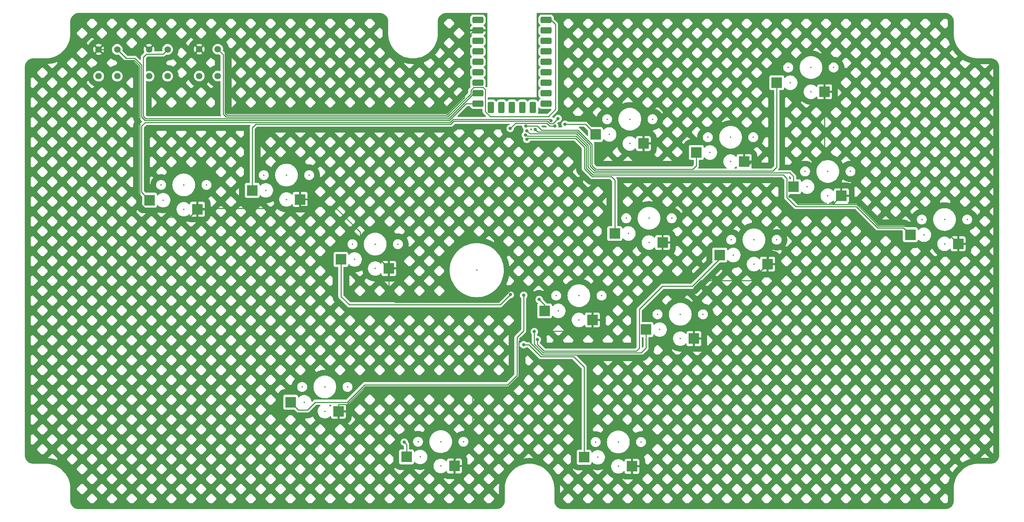
<source format=gbl>
%TF.GenerationSoftware,KiCad,Pcbnew,7.0.7*%
%TF.CreationDate,2023-10-08T10:30:23+09:00*%
%TF.ProjectId,lvls,6c766c73-2e6b-4696-9361-645f70636258,rev?*%
%TF.SameCoordinates,Original*%
%TF.FileFunction,Copper,L2,Bot*%
%TF.FilePolarity,Positive*%
%FSLAX46Y46*%
G04 Gerber Fmt 4.6, Leading zero omitted, Abs format (unit mm)*
G04 Created by KiCad (PCBNEW 7.0.7) date 2023-10-08 10:30:23*
%MOMM*%
%LPD*%
G01*
G04 APERTURE LIST*
G04 Aperture macros list*
%AMRoundRect*
0 Rectangle with rounded corners*
0 $1 Rounding radius*
0 $2 $3 $4 $5 $6 $7 $8 $9 X,Y pos of 4 corners*
0 Add a 4 corners polygon primitive as box body*
4,1,4,$2,$3,$4,$5,$6,$7,$8,$9,$2,$3,0*
0 Add four circle primitives for the rounded corners*
1,1,$1+$1,$2,$3*
1,1,$1+$1,$4,$5*
1,1,$1+$1,$6,$7*
1,1,$1+$1,$8,$9*
0 Add four rect primitives between the rounded corners*
20,1,$1+$1,$2,$3,$4,$5,0*
20,1,$1+$1,$4,$5,$6,$7,0*
20,1,$1+$1,$6,$7,$8,$9,0*
20,1,$1+$1,$8,$9,$2,$3,0*%
G04 Aperture macros list end*
%TA.AperFunction,ComponentPad*%
%ADD10C,1.575000*%
%TD*%
%TA.AperFunction,SMDPad,CuDef*%
%ADD11R,2.600000X2.600000*%
%TD*%
%TA.AperFunction,ComponentPad*%
%ADD12RoundRect,0.400000X-0.966000X-0.400000X0.966000X-0.400000X0.966000X0.400000X-0.966000X0.400000X0*%
%TD*%
%TA.AperFunction,ComponentPad*%
%ADD13RoundRect,0.400050X-0.965950X-0.400050X0.965950X-0.400050X0.965950X0.400050X-0.965950X0.400050X0*%
%TD*%
%TA.AperFunction,ComponentPad*%
%ADD14RoundRect,0.400000X-0.400000X-0.988000X0.400000X-0.988000X0.400000X0.988000X-0.400000X0.988000X0*%
%TD*%
%TA.AperFunction,ComponentPad*%
%ADD15RoundRect,0.393700X-0.393700X-0.994300X0.393700X-0.994300X0.393700X0.994300X-0.393700X0.994300X0*%
%TD*%
%TA.AperFunction,ViaPad*%
%ADD16C,0.800000*%
%TD*%
%TA.AperFunction,Conductor*%
%ADD17C,0.250000*%
%TD*%
%ADD18C,0.350000*%
G04 APERTURE END LIST*
D10*
%TO.P,S3,T1,COM_1*%
%TO.N,S1(SELECT)*%
X66850000Y-32081500D03*
%TO.P,S3,T2,COM_2*%
%TO.N,unconnected-(S3-COM_2-PadT2)*%
X66850000Y-38581500D03*
%TO.P,S3,T3,NO_1*%
%TO.N,GND*%
X62350000Y-32081500D03*
%TO.P,S3,T4,NO_2*%
%TO.N,unconnected-(S3-NO_2-PadT4)*%
X62350000Y-38581500D03*
%TD*%
%TO.P,S2,T4,NO_2*%
%TO.N,unconnected-(S2-NO_2-PadT4)*%
X50180000Y-38631500D03*
%TO.P,S2,T3,NO_1*%
%TO.N,GND*%
X50180000Y-32131500D03*
%TO.P,S2,T2,COM_2*%
%TO.N,unconnected-(S2-COM_2-PadT2)*%
X54680000Y-38631500D03*
%TO.P,S2,T1,COM_1*%
%TO.N,A2(CAPTURE)*%
X54680000Y-32131500D03*
%TD*%
%TO.P,S1,T1,COM_1*%
%TO.N,A1(HOME)*%
X42480000Y-32131500D03*
%TO.P,S1,T2,COM_2*%
%TO.N,unconnected-(S1-COM_2-PadT2)*%
X42480000Y-38631500D03*
%TO.P,S1,T3,NO_1*%
%TO.N,GND*%
X37980000Y-32131500D03*
%TO.P,S1,T4,NO_2*%
%TO.N,unconnected-(S1-NO_2-PadT4)*%
X37980000Y-38631500D03*
%TD*%
D11*
%TO.P,SW13,1,1*%
%TO.N,LS(L3)*%
X84490000Y-117740000D03*
%TO.P,SW13,2,2*%
%TO.N,GND*%
X96090000Y-119940000D03*
%TD*%
%TO.P,SW15,1,1*%
%TO.N,RS(R3)*%
X155620000Y-131100000D03*
%TO.P,SW15,2,2*%
%TO.N,GND*%
X167220000Y-133300000D03*
%TD*%
%TO.P,SW3,1,1*%
%TO.N,LEFT*%
X50300000Y-68720000D03*
%TO.P,SW3,2,2*%
%TO.N,GND*%
X61900000Y-70920000D03*
%TD*%
D12*
%TO.P,RZ1,1,GP0*%
%TO.N,S1(SELECT)*%
X146425000Y-24985000D03*
%TO.P,RZ1,2,GP1*%
%TO.N,S2(START)*%
X146425000Y-27525000D03*
%TO.P,RZ1,3,GP2*%
%TO.N,UP*%
X146425000Y-30065000D03*
%TO.P,RZ1,4,GP3*%
%TO.N,DOWN*%
X146425000Y-32605000D03*
%TO.P,RZ1,5,GP4*%
%TO.N,RIGHT*%
X146425000Y-35145000D03*
D13*
%TO.P,RZ1,6,GP5*%
%TO.N,LEFT*%
X146425000Y-37685000D03*
%TO.P,RZ1,7,GP6*%
%TO.N,B1(1K)*%
X146425000Y-40225000D03*
%TO.P,RZ1,8,GP7*%
%TO.N,B2(2K)*%
X146425000Y-42765000D03*
%TO.P,RZ1,9,GP8*%
%TO.N,R2(3K)*%
X146425000Y-45305000D03*
D14*
%TO.P,RZ1,10,GP9*%
%TO.N,L2(4K)*%
X143219000Y-46203000D03*
D15*
%TO.P,RZ1,11,GP10*%
%TO.N,B3(1P)*%
X140679000Y-46203000D03*
%TO.P,RZ1,12,GP11*%
%TO.N,B4(2P)*%
X138139000Y-46203000D03*
%TO.P,RZ1,13,GP12*%
%TO.N,R1(3P)*%
X135599000Y-46203000D03*
%TO.P,RZ1,14,GP13*%
%TO.N,L1(4P)*%
X133059000Y-46203000D03*
D13*
%TO.P,RZ1,15,GP14*%
%TO.N,A1(HOME)*%
X129853000Y-45305000D03*
%TO.P,RZ1,16,GP15*%
%TO.N,A2(CAPTURE)*%
X129853000Y-42765000D03*
%TO.P,RZ1,17,GP26*%
%TO.N,LS(L3)*%
X129853000Y-40225000D03*
%TO.P,RZ1,18,GP27*%
%TO.N,RS(R3)*%
X129853000Y-37685000D03*
%TO.P,RZ1,19,GP28*%
%TO.N,unconnected-(RZ1-GP28-Pad19)*%
X129853000Y-35145000D03*
%TO.P,RZ1,20,GP29*%
%TO.N,unconnected-(RZ1-GP29-Pad20)*%
X129853000Y-32605000D03*
%TO.P,RZ1,21,3V3*%
%TO.N,+3.3V*%
X129853000Y-30065000D03*
%TO.P,RZ1,22,GND*%
%TO.N,GND*%
X129853000Y-27525000D03*
%TO.P,RZ1,23,5V*%
%TO.N,unconnected-(RZ1-5V-Pad23)*%
X129853000Y-24985000D03*
%TD*%
D11*
%TO.P,SW11,1,1*%
%TO.N,B2(2K)*%
X170620000Y-100110000D03*
%TO.P,SW11,2,2*%
%TO.N,GND*%
X182220000Y-102310000D03*
%TD*%
%TO.P,SW14,1,1*%
%TO.N,UP*%
X112580000Y-131020000D03*
%TO.P,SW14,2,2*%
%TO.N,GND*%
X124180000Y-133220000D03*
%TD*%
%TO.P,SW8,1,1*%
%TO.N,R1(3P)*%
X206370000Y-65440000D03*
%TO.P,SW8,2,2*%
%TO.N,GND*%
X217970000Y-67640000D03*
%TD*%
%TO.P,SW5,1,1*%
%TO.N,RIGHT*%
X96690000Y-83090000D03*
%TO.P,SW5,2,2*%
%TO.N,GND*%
X108290000Y-85290000D03*
%TD*%
%TO.P,SW7,1,1*%
%TO.N,B4(2P)*%
X182810000Y-57150000D03*
%TO.P,SW7,2,2*%
%TO.N,GND*%
X194410000Y-59350000D03*
%TD*%
%TO.P,SW10,1,1*%
%TO.N,B1(1K)*%
X146050000Y-95580000D03*
%TO.P,SW10,2,2*%
%TO.N,GND*%
X157650000Y-97780000D03*
%TD*%
%TO.P,SW12,1,1*%
%TO.N,R2(3K)*%
X188480000Y-82030000D03*
%TO.P,SW12,2,2*%
%TO.N,GND*%
X200080000Y-84230000D03*
%TD*%
%TO.P,SW9,1,1*%
%TO.N,L1(4P)*%
X234670000Y-77110000D03*
%TO.P,SW9,2,2*%
%TO.N,GND*%
X246270000Y-79310000D03*
%TD*%
%TO.P,SW6,1,1*%
%TO.N,B3(1P)*%
X163040000Y-76800000D03*
%TO.P,SW6,2,2*%
%TO.N,GND*%
X174640000Y-79000000D03*
%TD*%
%TO.P,SW1,1,1*%
%TO.N,L2(4K)*%
X202290000Y-40220000D03*
%TO.P,SW1,2,2*%
%TO.N,GND*%
X213890000Y-42420000D03*
%TD*%
%TO.P,SW2,1,1*%
%TO.N,S2(START)*%
X158400000Y-52770000D03*
%TO.P,SW2,2,2*%
%TO.N,GND*%
X170000000Y-54970000D03*
%TD*%
%TO.P,SW4,1,1*%
%TO.N,DOWN*%
X75190000Y-66340000D03*
%TO.P,SW4,2,2*%
%TO.N,GND*%
X86790000Y-68540000D03*
%TD*%
D16*
%TO.N,UP*%
X112040000Y-127440000D03*
%TO.N,DOWN*%
X149300000Y-48900000D03*
%TO.N,RIGHT*%
X137801334Y-91601334D03*
X148512299Y-50712299D03*
X137700000Y-51300000D03*
%TO.N,LEFT*%
X147615497Y-49415497D03*
%TO.N,B1(1K)*%
X144730000Y-92820000D03*
%TO.N,B2(2K)*%
X143558638Y-100624039D03*
%TO.N,R2(3K)*%
X144283138Y-102537701D03*
%TO.N,L2(4K)*%
X143800000Y-51600000D03*
%TO.N,B3(1P)*%
X141744918Y-53955788D03*
%TO.N,B4(2P)*%
X141500000Y-50724500D03*
%TO.N,R1(3P)*%
X141775500Y-51900000D03*
%TO.N,L1(4P)*%
X141400000Y-52900000D03*
%TO.N,S2(START)*%
X151000000Y-50300000D03*
%TO.N,LS(L3)*%
X140975500Y-91800000D03*
%TO.N,RS(R3)*%
X140975500Y-103800000D03*
%TO.N,GND*%
X138975500Y-91500000D03*
X142500000Y-102100000D03*
X169970000Y-57710000D03*
X174820000Y-76440000D03*
X205500000Y-67800000D03*
X62540000Y-61830000D03*
X200270000Y-82250000D03*
X140300000Y-102400000D03*
X195800000Y-59700000D03*
%TD*%
D17*
%TO.N,UP*%
X112580000Y-127980000D02*
X112580000Y-131020000D01*
X112040000Y-127440000D02*
X112580000Y-127980000D01*
%TO.N,DOWN*%
X146724695Y-49550000D02*
X124059188Y-49550000D01*
X76000500Y-50299500D02*
X75190000Y-51110000D01*
X148059503Y-50140497D02*
X147315192Y-50140497D01*
X124059188Y-49550000D02*
X123309688Y-50299500D01*
X75190000Y-51110000D02*
X75190000Y-66340000D01*
X123309688Y-50299500D02*
X76000500Y-50299500D01*
X149300000Y-48900000D02*
X148059503Y-50140497D01*
X147315192Y-50140497D02*
X146724695Y-49550000D01*
%TO.N,RIGHT*%
X146538299Y-50000000D02*
X139000000Y-50000000D01*
X96690000Y-92090000D02*
X96690000Y-83090000D01*
X148512299Y-50712299D02*
X147250598Y-50712299D01*
X139000000Y-50000000D02*
X137700000Y-51300000D01*
X98700000Y-94100000D02*
X96690000Y-92090000D01*
X135302669Y-94100000D02*
X98700000Y-94100000D01*
X96530000Y-82930000D02*
X96690000Y-83090000D01*
X137700000Y-51300000D02*
X137800000Y-51200000D01*
X137801334Y-91601334D02*
X135302669Y-94100000D01*
X147250598Y-50712299D02*
X146538299Y-50000000D01*
%TO.N,LEFT*%
X48350000Y-50750000D02*
X48350000Y-66770000D01*
X48350000Y-66770000D02*
X50300000Y-68720000D01*
X147300000Y-49100000D02*
X123872792Y-49100000D01*
X147615497Y-49415497D02*
X147300000Y-49100000D01*
X49250500Y-49849500D02*
X48350000Y-50750000D01*
X123123292Y-49849500D02*
X49250500Y-49849500D01*
X123872792Y-49100000D02*
X123123292Y-49849500D01*
%TO.N,B1(1K)*%
X146050000Y-94140000D02*
X144730000Y-92820000D01*
X146050000Y-95580000D02*
X146050000Y-94140000D01*
%TO.N,B2(2K)*%
X169421500Y-105778500D02*
X170620000Y-104580000D01*
X143558638Y-103622242D02*
X145714896Y-105778500D01*
X145714896Y-105778500D02*
X169421500Y-105778500D01*
X143558638Y-100624039D02*
X143558638Y-103622242D01*
X170620000Y-104580000D02*
X170620000Y-100110000D01*
%TO.N,R2(3K)*%
X168995000Y-95205000D02*
X174600000Y-89600000D01*
X144283138Y-102537701D02*
X144283138Y-103710346D01*
X145901292Y-105328500D02*
X168271500Y-105328500D01*
X168271500Y-105328500D02*
X168995000Y-104605000D01*
X168995000Y-104605000D02*
X168995000Y-95205000D01*
X174600000Y-89600000D02*
X181863604Y-89600000D01*
X144283138Y-103710346D02*
X145901292Y-105328500D01*
X181863604Y-89600000D02*
X188480000Y-82983604D01*
X188480000Y-82983604D02*
X188480000Y-82030000D01*
%TO.N,L2(4K)*%
X201350000Y-61650000D02*
X202290000Y-60710000D01*
X143800000Y-51600000D02*
X144350000Y-52150000D01*
X157050000Y-55286396D02*
X157050000Y-60450000D01*
X144350000Y-52150000D02*
X153913604Y-52150000D01*
X157050000Y-60450000D02*
X158250000Y-61650000D01*
X202290000Y-60710000D02*
X202290000Y-40220000D01*
X158250000Y-61650000D02*
X201350000Y-61650000D01*
X153913604Y-52150000D02*
X157050000Y-55286396D01*
%TO.N,B3(1P)*%
X153507641Y-53653225D02*
X155700000Y-55845584D01*
X141744918Y-53955788D02*
X141744918Y-53891813D01*
X141983506Y-53653225D02*
X153507641Y-53653225D01*
X157590812Y-63000000D02*
X162200000Y-63000000D01*
X141744918Y-53891813D02*
X141983506Y-53653225D01*
X162200000Y-63000000D02*
X163040000Y-63840000D01*
X163040000Y-63840000D02*
X163040000Y-76800000D01*
X155700000Y-55845584D02*
X155700000Y-61109188D01*
X155700000Y-61109188D02*
X157590812Y-63000000D01*
%TO.N,B4(2P)*%
X145300000Y-51700000D02*
X154100000Y-51700000D01*
X141500000Y-50724500D02*
X141524500Y-50700000D01*
X157500000Y-55100000D02*
X157500000Y-60263604D01*
X157500000Y-60263604D02*
X158436396Y-61200000D01*
X158436396Y-61200000D02*
X182000000Y-61200000D01*
X182000000Y-61200000D02*
X182810000Y-60390000D01*
X141524500Y-50700000D02*
X144300000Y-50700000D01*
X182810000Y-60390000D02*
X182810000Y-57150000D01*
X154100000Y-51700000D02*
X157500000Y-55100000D01*
X144300000Y-50700000D02*
X145300000Y-51700000D01*
%TO.N,R1(3P)*%
X141775500Y-51900000D02*
X142475500Y-52600000D01*
X205500000Y-62100000D02*
X206370000Y-62970000D01*
X153727208Y-52600000D02*
X156600000Y-55472792D01*
X157963604Y-62100000D02*
X205500000Y-62100000D01*
X156600000Y-55472792D02*
X156600000Y-60736396D01*
X206370000Y-62970000D02*
X206370000Y-65440000D01*
X156600000Y-60736396D02*
X157963604Y-62100000D01*
X142475500Y-52600000D02*
X153727208Y-52600000D01*
%TO.N,L1(4P)*%
X157777208Y-62550000D02*
X203850000Y-62550000D01*
X204745000Y-63445000D02*
X204745000Y-68070305D01*
X156150000Y-55659188D02*
X156150000Y-60922792D01*
X206914695Y-70240000D02*
X221560604Y-70240000D01*
X226755604Y-75435000D02*
X232995000Y-75435000D01*
X204745000Y-68070305D02*
X206914695Y-70240000D01*
X203850000Y-62550000D02*
X204745000Y-63445000D01*
X156150000Y-60922792D02*
X157777208Y-62550000D01*
X141400000Y-52900000D02*
X141493885Y-52900000D01*
X141493885Y-52900000D02*
X141797110Y-53203225D01*
X232995000Y-75435000D02*
X234670000Y-77110000D01*
X221560604Y-70240000D02*
X226755604Y-75435000D01*
X141797110Y-53203225D02*
X153694037Y-53203225D01*
X153694037Y-53203225D02*
X156150000Y-55659188D01*
%TO.N,S1(SELECT)*%
X128876524Y-41350100D02*
X131119276Y-41350100D01*
X148690000Y-26100000D02*
X147575000Y-24985000D01*
X131640000Y-47188395D02*
X132851605Y-48400000D01*
X128162000Y-42064624D02*
X128876524Y-41350100D01*
X122564104Y-48499500D02*
X128162000Y-42901604D01*
X148690000Y-46680000D02*
X148690000Y-26100000D01*
X147575000Y-24985000D02*
X145759000Y-24985000D01*
X66850000Y-32081500D02*
X68150000Y-33381500D01*
X132851605Y-48400000D02*
X146970000Y-48400000D01*
X68150000Y-33381500D02*
X68150000Y-47824000D01*
X131119276Y-41350100D02*
X131640000Y-41870824D01*
X146970000Y-48400000D02*
X148690000Y-46680000D01*
X68150000Y-47824000D02*
X68825500Y-48499500D01*
X131640000Y-41870824D02*
X131640000Y-47188395D01*
X68825500Y-48499500D02*
X122564104Y-48499500D01*
X128162000Y-42901604D02*
X128162000Y-42064624D01*
%TO.N,S2(START)*%
X155930000Y-50300000D02*
X158400000Y-52770000D01*
X151000000Y-50300000D02*
X155930000Y-50300000D01*
%TO.N,A1(HOME)*%
X42480000Y-32131500D02*
X44668500Y-34320000D01*
X127031396Y-45305000D02*
X130519000Y-45305000D01*
X46756396Y-34320000D02*
X48350000Y-35913604D01*
X49199500Y-49399500D02*
X122936896Y-49399500D01*
X44668500Y-34320000D02*
X46756396Y-34320000D01*
X48350000Y-35913604D02*
X48350000Y-48550000D01*
X122936896Y-49399500D02*
X127031396Y-45305000D01*
X48350000Y-48550000D02*
X49199500Y-49399500D01*
%TO.N,LS(L3)*%
X139350000Y-111250000D02*
X137085000Y-113515000D01*
X140975500Y-91800000D02*
X140975500Y-100424500D01*
X137085000Y-113515000D02*
X102418416Y-113515000D01*
X102418416Y-113515000D02*
X98193416Y-117740000D01*
X139350000Y-102050000D02*
X139350000Y-111250000D01*
X86365000Y-119615000D02*
X84490000Y-117740000D01*
X140975500Y-100424500D02*
X139350000Y-102050000D01*
X90441650Y-117740000D02*
X88566650Y-119615000D01*
X98193416Y-117740000D02*
X90441650Y-117740000D01*
X88566650Y-119615000D02*
X86365000Y-119615000D01*
%TO.N,RS(R3)*%
X155620000Y-109220000D02*
X155620000Y-131100000D01*
X145143195Y-106678500D02*
X153078500Y-106678500D01*
X142264695Y-103800000D02*
X145143195Y-106678500D01*
X140975500Y-103800000D02*
X142264695Y-103800000D01*
X153078500Y-106678500D02*
X155620000Y-109220000D01*
%TO.N,A2(CAPTURE)*%
X48800000Y-34000000D02*
X49556000Y-33244000D01*
X49385896Y-48949500D02*
X48800000Y-48363604D01*
X49556000Y-33244000D02*
X53567500Y-33244000D01*
X130519000Y-42765000D02*
X128935000Y-42765000D01*
X122750500Y-48949500D02*
X49385896Y-48949500D01*
X48800000Y-48363604D02*
X48800000Y-34000000D01*
X128935000Y-42765000D02*
X122750500Y-48949500D01*
X53567500Y-33244000D02*
X54680000Y-32131500D01*
%TO.N,GND*%
X196103000Y-88206900D02*
X183893100Y-88206900D01*
X170000000Y-54970000D02*
X170000000Y-57680000D01*
X142500000Y-102100000D02*
X142500000Y-103200000D01*
X200270000Y-82250000D02*
X200270000Y-84040000D01*
X103443000Y-82674600D02*
X103768000Y-82999300D01*
X143300000Y-99400000D02*
X143900000Y-99400000D01*
X40431500Y-32131500D02*
X37980000Y-32131500D01*
X67390000Y-30690000D02*
X63741500Y-30690000D01*
X140675195Y-102075000D02*
X142475000Y-102075000D01*
X143900000Y-99400000D02*
X145000000Y-100500000D01*
X62540000Y-61830000D02*
X61900000Y-62470000D01*
X169171500Y-106228500D02*
X167220000Y-108180000D01*
X213890000Y-42420000D02*
X213890000Y-56268450D01*
X61900000Y-70920000D02*
X62165000Y-70655000D01*
X86790000Y-68540000D02*
X86790000Y-70166900D01*
X126560000Y-29890000D02*
X126560000Y-43867208D01*
X182220000Y-103937000D02*
X179928500Y-106228500D01*
X124180000Y-133220000D02*
X124180000Y-131593000D01*
X167220000Y-108180000D02*
X167220000Y-133300000D01*
X128925000Y-27525000D02*
X126560000Y-29890000D01*
X128613000Y-115213000D02*
X127365000Y-113965000D01*
X101330000Y-76470000D02*
X95026900Y-70166900D01*
X128613000Y-127321000D02*
X128613000Y-115213000D01*
X61900000Y-62470000D02*
X61900000Y-70920000D01*
X182200000Y-102290000D02*
X182220000Y-102310000D01*
X130519000Y-27525000D02*
X128925000Y-27525000D01*
X215820000Y-69790000D02*
X217970000Y-67640000D01*
X139800000Y-111436396D02*
X139800000Y-102950195D01*
X194410000Y-59350000D02*
X195450000Y-59350000D01*
X205500000Y-67800000D02*
X207490000Y-69790000D01*
X183893100Y-88206900D02*
X182200000Y-89900000D01*
X226942000Y-74985000D02*
X239713000Y-74985000D01*
X105999000Y-82999300D02*
X108290000Y-85290000D01*
X46570000Y-34770000D02*
X43070000Y-34770000D01*
X68600000Y-47637604D02*
X68600000Y-31900000D01*
X142500000Y-100200000D02*
X143300000Y-99400000D01*
X60025000Y-72795000D02*
X51295000Y-72795000D01*
X51295000Y-72795000D02*
X47900000Y-69400000D01*
X63741500Y-30690000D02*
X62350000Y-32081500D01*
X98256800Y-118313000D02*
X96090000Y-118313000D01*
X102605000Y-113965000D02*
X98256800Y-118313000D01*
X134877364Y-93500000D02*
X109800000Y-93500000D01*
X213890000Y-56268450D02*
X217970000Y-60348450D01*
X61900000Y-70920000D02*
X60025000Y-72795000D01*
X179928500Y-106228500D02*
X169171500Y-106228500D01*
X174640000Y-76620000D02*
X174640000Y-79000000D01*
X126560000Y-43867208D02*
X122377708Y-48049500D01*
X139800000Y-102950195D02*
X140675195Y-102075000D01*
X108290000Y-91990000D02*
X108290000Y-85290000D01*
X103768000Y-82999300D02*
X105999000Y-82999300D01*
X142500000Y-102100000D02*
X142500000Y-100200000D01*
X62165000Y-70655000D02*
X62556200Y-70655000D01*
X126765000Y-113965000D02*
X102605000Y-113965000D01*
X182220000Y-102310000D02*
X182220000Y-103937000D01*
X157650000Y-99370000D02*
X157650000Y-99406900D01*
X217970000Y-60348450D02*
X217970000Y-67640000D01*
X47900000Y-36100000D02*
X46570000Y-34770000D01*
X170000000Y-57680000D02*
X169970000Y-57710000D01*
X127365000Y-113965000D02*
X126765000Y-113965000D01*
X62170000Y-70268800D02*
X62556200Y-70655000D01*
X124180000Y-131593000D02*
X124340000Y-131593000D01*
X68600000Y-31900000D02*
X67390000Y-30690000D01*
X122377708Y-48049500D02*
X69011896Y-48049500D01*
X43070000Y-34770000D02*
X40431500Y-32131500D01*
X145528500Y-106228500D02*
X179928500Y-106228500D01*
X137626480Y-90750884D02*
X134877364Y-93500000D01*
X207490000Y-69790000D02*
X215820000Y-69790000D01*
X109800000Y-93500000D02*
X108290000Y-91990000D01*
X200270000Y-84040000D02*
X200080000Y-84230000D01*
X182200000Y-89900000D02*
X182200000Y-102290000D01*
X174820000Y-76440000D02*
X174640000Y-76620000D01*
X138227090Y-90750884D02*
X137626480Y-90750884D01*
X126765000Y-113965000D02*
X137271396Y-113965000D01*
X241748000Y-77019300D02*
X243979000Y-77019300D01*
X221747000Y-69790000D02*
X226942000Y-74985000D01*
X157650000Y-99460000D02*
X157650000Y-99370000D01*
X96090000Y-118313000D02*
X96090000Y-119940000D01*
X243979000Y-77019300D02*
X246270000Y-79310000D01*
X215820000Y-69790000D02*
X221747000Y-69790000D01*
X156610000Y-100500000D02*
X157650000Y-99460000D01*
X200080000Y-84230000D02*
X196103000Y-88206900D01*
X157650000Y-99370000D02*
X157650000Y-97780000D01*
X142500000Y-103200000D02*
X145528500Y-106228500D01*
X86301900Y-70655000D02*
X86790000Y-70166900D01*
X101330000Y-81399600D02*
X101330000Y-76470000D01*
X145000000Y-100500000D02*
X156610000Y-100500000D01*
X95026900Y-70166900D02*
X86790000Y-70166900D01*
X102605000Y-82674600D02*
X101330000Y-81399600D01*
X62556200Y-70655000D02*
X86301900Y-70655000D01*
X138975500Y-91500000D02*
X138975500Y-91499294D01*
X239713000Y-74985000D02*
X241748000Y-77019300D01*
X138975500Y-91499294D02*
X138227090Y-90750884D01*
X137271396Y-113965000D02*
X139800000Y-111436396D01*
X195450000Y-59350000D02*
X195800000Y-59700000D01*
X102605000Y-82674600D02*
X103443000Y-82674600D01*
X47900000Y-69400000D02*
X47900000Y-36100000D01*
X69011896Y-48049500D02*
X68600000Y-47637604D01*
X142475000Y-102075000D02*
X142500000Y-102100000D01*
X124340000Y-131593000D02*
X128613000Y-127321000D01*
%TD*%
%TA.AperFunction,Conductor*%
%TO.N,GND*%
G36*
X106151885Y-23300633D02*
G01*
X106201820Y-23303904D01*
X106233552Y-23305983D01*
X106415321Y-23318981D01*
X106422966Y-23320010D01*
X106539310Y-23343151D01*
X106683530Y-23374522D01*
X106690258Y-23376389D01*
X106809334Y-23416808D01*
X106941625Y-23466148D01*
X106947358Y-23468624D01*
X106964018Y-23476840D01*
X107062845Y-23525575D01*
X107184790Y-23592161D01*
X107189524Y-23595027D01*
X107237512Y-23627091D01*
X107296519Y-23666517D01*
X107296530Y-23666524D01*
X107299240Y-23668442D01*
X107320558Y-23684400D01*
X107408525Y-23750249D01*
X107412230Y-23753253D01*
X107509397Y-23838465D01*
X107512351Y-23841231D01*
X107608649Y-23937528D01*
X107611414Y-23940480D01*
X107644449Y-23978149D01*
X107696607Y-24037622D01*
X107699627Y-24041348D01*
X107781444Y-24150640D01*
X107783352Y-24153336D01*
X107805310Y-24186197D01*
X107854851Y-24260341D01*
X107857718Y-24265075D01*
X107924316Y-24387039D01*
X107981251Y-24502488D01*
X107983737Y-24508247D01*
X108033092Y-24640569D01*
X108073495Y-24759592D01*
X108075370Y-24766347D01*
X108106750Y-24910595D01*
X108129875Y-25026854D01*
X108130910Y-25034541D01*
X108144192Y-25220551D01*
X108149232Y-25297441D01*
X108149365Y-25301498D01*
X108149365Y-28541814D01*
X108170898Y-28808546D01*
X108174343Y-28891849D01*
X108178811Y-28906566D01*
X108188281Y-29023868D01*
X108188281Y-29023869D01*
X108233543Y-29302379D01*
X108243095Y-29379006D01*
X108248024Y-29391484D01*
X108265860Y-29501229D01*
X108337106Y-29790289D01*
X108351470Y-29858795D01*
X108356520Y-29869055D01*
X108381598Y-29970799D01*
X108437583Y-30138493D01*
X108481178Y-30269077D01*
X108498758Y-30328125D01*
X108503593Y-30336220D01*
X108534743Y-30429524D01*
X108534746Y-30429531D01*
X108534747Y-30429534D01*
X108656759Y-30715907D01*
X108665111Y-30735509D01*
X108683956Y-30783807D01*
X108688258Y-30789837D01*
X108696302Y-30808718D01*
X108724308Y-30874451D01*
X108888121Y-31186572D01*
X108905833Y-31222801D01*
X108909280Y-31226888D01*
X108949060Y-31302681D01*
X108949060Y-31302682D01*
X109149274Y-31619296D01*
X109162906Y-31642174D01*
X109165206Y-31644490D01*
X109193646Y-31689465D01*
X109207542Y-31711439D01*
X109437718Y-32017747D01*
X109447487Y-32030746D01*
X109453447Y-32039093D01*
X109454319Y-32039839D01*
X109471992Y-32063357D01*
X109498076Y-32098068D01*
X109498082Y-32098075D01*
X109498081Y-32098075D01*
X109701600Y-32327800D01*
X109818777Y-32460066D01*
X109945910Y-32582179D01*
X110167564Y-32795081D01*
X110167565Y-32795081D01*
X110167568Y-32795084D01*
X110378899Y-32967631D01*
X110527023Y-33088571D01*
X110542185Y-33100950D01*
X110764295Y-33254261D01*
X110940192Y-33375674D01*
X110940196Y-33375676D01*
X110940200Y-33375679D01*
X111359030Y-33617491D01*
X111580370Y-33722518D01*
X111795953Y-33824814D01*
X111795952Y-33824814D01*
X112248148Y-33996309D01*
X112248152Y-33996310D01*
X112248157Y-33996312D01*
X112465185Y-34059175D01*
X112712681Y-34130864D01*
X113186534Y-34227602D01*
X113186533Y-34227602D01*
X113445864Y-34259090D01*
X113666633Y-34285896D01*
X114149865Y-34305370D01*
X114633097Y-34285896D01*
X114853866Y-34259090D01*
X115113197Y-34227602D01*
X115113196Y-34227602D01*
X115587049Y-34130864D01*
X115834544Y-34059175D01*
X116051573Y-33996312D01*
X116051577Y-33996310D01*
X116051582Y-33996309D01*
X116503778Y-33824814D01*
X116503777Y-33824814D01*
X116719360Y-33722518D01*
X116940700Y-33617491D01*
X117303330Y-33408126D01*
X119508753Y-33408126D01*
X120335505Y-34234879D01*
X120692401Y-34234879D01*
X121751133Y-33176146D01*
X124085099Y-33176146D01*
X125143832Y-34234879D01*
X125500727Y-34234879D01*
X126559460Y-33176145D01*
X126559460Y-32819250D01*
X125500727Y-31760518D01*
X125143832Y-31760518D01*
X124085099Y-32819250D01*
X124085099Y-33176146D01*
X121751133Y-33176146D01*
X121751134Y-33176145D01*
X121751134Y-32819250D01*
X120715912Y-31784029D01*
X120693899Y-31812534D01*
X120668872Y-31826585D01*
X120651240Y-31833948D01*
X120431602Y-32283257D01*
X120384476Y-32334841D01*
X120358402Y-32346769D01*
X120340986Y-32352408D01*
X120084882Y-32782226D01*
X120033656Y-32829741D01*
X120006792Y-32839450D01*
X119990346Y-32843324D01*
X119980104Y-32856955D01*
X119698181Y-33251882D01*
X119643209Y-33295008D01*
X119615573Y-33302477D01*
X119600333Y-33304752D01*
X119508753Y-33408126D01*
X117303330Y-33408126D01*
X117359530Y-33375679D01*
X117359533Y-33375676D01*
X117359538Y-33375674D01*
X117535435Y-33254261D01*
X117757545Y-33100950D01*
X117772707Y-33088571D01*
X117920831Y-32967631D01*
X118132162Y-32795084D01*
X118132165Y-32795081D01*
X118132166Y-32795081D01*
X118353820Y-32582179D01*
X118480953Y-32460066D01*
X118598130Y-32327800D01*
X118801649Y-32098075D01*
X118801648Y-32098076D01*
X118803707Y-32095336D01*
X118845410Y-32039839D01*
X118846135Y-32039298D01*
X118852177Y-32030833D01*
X119092188Y-31711439D01*
X119106084Y-31689465D01*
X119134522Y-31644493D01*
X119136451Y-31642796D01*
X119150431Y-31619335D01*
X119350670Y-31302682D01*
X119378095Y-31250427D01*
X119390448Y-31226889D01*
X119393377Y-31223862D01*
X119411571Y-31186642D01*
X119575419Y-30874457D01*
X119578586Y-30867025D01*
X119590705Y-30838580D01*
X119611471Y-30789839D01*
X119615175Y-30785336D01*
X119620385Y-30771983D01*
X121680936Y-30771983D01*
X122739669Y-31830716D01*
X123096564Y-31830716D01*
X124155297Y-30771982D01*
X124155297Y-30415088D01*
X123096564Y-29356355D01*
X122739669Y-29356355D01*
X121680936Y-30415088D01*
X121680936Y-30771983D01*
X119620385Y-30771983D01*
X119634591Y-30735574D01*
X119764983Y-30429534D01*
X119764983Y-30429531D01*
X119764987Y-30429524D01*
X119786992Y-30363607D01*
X119796134Y-30336224D01*
X119800376Y-30330126D01*
X119818539Y-30269112D01*
X119918132Y-29970799D01*
X119918132Y-29970798D01*
X119918133Y-29970796D01*
X119943207Y-29869061D01*
X119947736Y-29861283D01*
X119962611Y-29790335D01*
X120033870Y-29501228D01*
X120051704Y-29391494D01*
X120056263Y-29381974D01*
X120066183Y-29302396D01*
X120072686Y-29262387D01*
X120111307Y-29024743D01*
X120111449Y-29023869D01*
X120120885Y-28906977D01*
X120125227Y-28895651D01*
X120128827Y-28808603D01*
X120150365Y-28541812D01*
X120150365Y-28367819D01*
X124085099Y-28367819D01*
X125143832Y-29426553D01*
X125500727Y-29426553D01*
X126559460Y-28367819D01*
X126559460Y-28010925D01*
X125500727Y-26952192D01*
X125143832Y-26952192D01*
X124085099Y-28010925D01*
X124085099Y-28367819D01*
X120150365Y-28367819D01*
X120150365Y-28300000D01*
X120150365Y-28299500D01*
X120150365Y-25963656D01*
X121680936Y-25963656D01*
X122739669Y-27022390D01*
X123096564Y-27022390D01*
X124155297Y-25963656D01*
X124155296Y-25606761D01*
X123247035Y-24698500D01*
X122589198Y-24698500D01*
X121680936Y-25606761D01*
X121680936Y-25963656D01*
X120150365Y-25963656D01*
X120150365Y-25302034D01*
X120150498Y-25297981D01*
X120155847Y-25216360D01*
X120157338Y-25195506D01*
X120168851Y-25034533D01*
X120169879Y-25026901D01*
X120186702Y-24942327D01*
X120193019Y-24910574D01*
X120205494Y-24853226D01*
X120224396Y-24766331D01*
X120226260Y-24759613D01*
X120266678Y-24640544D01*
X120316028Y-24508231D01*
X120318494Y-24502520D01*
X120375446Y-24387032D01*
X120442058Y-24265041D01*
X120444883Y-24260375D01*
X120516439Y-24153283D01*
X120518275Y-24150689D01*
X120600140Y-24041329D01*
X120603131Y-24037641D01*
X120688370Y-23940443D01*
X120691066Y-23937564D01*
X120787414Y-23841214D01*
X120790322Y-23838489D01*
X120887526Y-23753243D01*
X120891213Y-23750254D01*
X121000572Y-23668387D01*
X121003165Y-23666553D01*
X121110223Y-23595017D01*
X121114940Y-23592161D01*
X121236903Y-23525562D01*
X121352394Y-23468606D01*
X121358101Y-23466142D01*
X121490419Y-23416787D01*
X121609482Y-23376369D01*
X121616191Y-23374507D01*
X121760440Y-23343124D01*
X121876748Y-23319987D01*
X121884389Y-23318958D01*
X122070479Y-23305669D01*
X122147301Y-23300632D01*
X122151348Y-23300500D01*
X132025365Y-23300500D01*
X132092404Y-23320185D01*
X132138159Y-23372989D01*
X132149365Y-23424500D01*
X132149365Y-41196236D01*
X132129680Y-41263275D01*
X132076876Y-41309030D01*
X132007718Y-41318974D01*
X131944162Y-41289949D01*
X131937684Y-41283917D01*
X131702049Y-41048282D01*
X131668564Y-40986959D01*
X131669954Y-40928511D01*
X131713312Y-40766703D01*
X131719500Y-40688075D01*
X131719499Y-39761926D01*
X131713312Y-39683297D01*
X131664316Y-39500444D01*
X131583740Y-39342303D01*
X131578376Y-39331775D01*
X131578375Y-39331773D01*
X131494312Y-39227966D01*
X131459242Y-39184658D01*
X131375896Y-39117165D01*
X131312128Y-39065526D01*
X131312053Y-39065488D01*
X131312016Y-39065453D01*
X131306677Y-39061986D01*
X131307310Y-39061009D01*
X131261255Y-39017516D01*
X131244455Y-38949696D01*
X131266989Y-38883560D01*
X131307157Y-38848753D01*
X131306677Y-38848014D01*
X131312002Y-38844555D01*
X131312053Y-38844512D01*
X131312126Y-38844475D01*
X131459242Y-38725342D01*
X131578375Y-38578226D01*
X131664316Y-38409556D01*
X131713312Y-38226703D01*
X131719500Y-38148075D01*
X131719499Y-37221926D01*
X131713312Y-37143297D01*
X131664316Y-36960444D01*
X131578376Y-36791775D01*
X131578375Y-36791773D01*
X131492499Y-36685727D01*
X131459242Y-36644658D01*
X131365620Y-36568844D01*
X131312128Y-36525526D01*
X131312053Y-36525488D01*
X131312016Y-36525453D01*
X131306677Y-36521986D01*
X131307310Y-36521009D01*
X131261255Y-36477516D01*
X131244455Y-36409696D01*
X131266989Y-36343560D01*
X131307157Y-36308753D01*
X131306677Y-36308014D01*
X131312002Y-36304555D01*
X131312053Y-36304512D01*
X131312126Y-36304475D01*
X131459242Y-36185342D01*
X131578375Y-36038226D01*
X131664316Y-35869556D01*
X131713312Y-35686703D01*
X131719500Y-35608075D01*
X131719499Y-34681926D01*
X131713312Y-34603297D01*
X131664316Y-34420444D01*
X131603270Y-34300633D01*
X131578376Y-34251775D01*
X131578375Y-34251773D01*
X131507848Y-34164681D01*
X131459242Y-34104658D01*
X131362828Y-34026583D01*
X131312128Y-33985526D01*
X131312053Y-33985488D01*
X131312016Y-33985453D01*
X131306677Y-33981986D01*
X131307310Y-33981009D01*
X131261255Y-33937516D01*
X131244455Y-33869696D01*
X131266989Y-33803560D01*
X131307157Y-33768753D01*
X131306677Y-33768014D01*
X131312002Y-33764555D01*
X131312053Y-33764512D01*
X131312126Y-33764475D01*
X131459242Y-33645342D01*
X131578375Y-33498226D01*
X131664316Y-33329556D01*
X131713312Y-33146703D01*
X131719196Y-33071934D01*
X131719500Y-33068077D01*
X131719499Y-32141924D01*
X131719499Y-32141925D01*
X131713312Y-32063297D01*
X131664316Y-31880444D01*
X131582458Y-31719787D01*
X131578376Y-31711775D01*
X131578375Y-31711773D01*
X131519820Y-31639465D01*
X131459242Y-31564658D01*
X131361228Y-31485287D01*
X131312126Y-31445524D01*
X131312121Y-31445521D01*
X131312038Y-31445479D01*
X131311998Y-31445441D01*
X131306677Y-31441986D01*
X131307309Y-31441012D01*
X131261246Y-31397501D01*
X131244456Y-31329679D01*
X131266999Y-31263545D01*
X131307158Y-31228755D01*
X131306677Y-31228014D01*
X131312021Y-31224543D01*
X131312063Y-31224506D01*
X131312126Y-31224475D01*
X131459242Y-31105342D01*
X131578375Y-30958226D01*
X131664316Y-30789556D01*
X131713312Y-30606703D01*
X131719500Y-30528075D01*
X131719499Y-29601926D01*
X131713312Y-29523297D01*
X131664316Y-29340444D01*
X131606656Y-29227279D01*
X131578376Y-29171775D01*
X131578375Y-29171773D01*
X131525068Y-29105946D01*
X131459242Y-29024658D01*
X131393414Y-28971351D01*
X131312126Y-28905524D01*
X131312123Y-28905522D01*
X131311486Y-28905198D01*
X131311184Y-28904912D01*
X131306677Y-28901986D01*
X131307212Y-28901161D01*
X131260695Y-28857218D01*
X131243907Y-28789395D01*
X131266452Y-28723263D01*
X131306844Y-28688271D01*
X131306404Y-28687593D01*
X131311290Y-28684419D01*
X131311513Y-28684227D01*
X131311855Y-28684052D01*
X131458886Y-28564986D01*
X131577953Y-28417954D01*
X131577955Y-28417951D01*
X131663848Y-28249374D01*
X131712816Y-28066622D01*
X131719000Y-27988050D01*
X131719000Y-27775000D01*
X131029576Y-27775000D01*
X130962537Y-27755315D01*
X130916782Y-27702511D01*
X130906838Y-27633353D01*
X130907103Y-27631603D01*
X130923986Y-27525003D01*
X130923986Y-27524996D01*
X130907103Y-27418397D01*
X130916058Y-27349104D01*
X130961054Y-27295652D01*
X131027806Y-27275013D01*
X131029576Y-27275000D01*
X131718999Y-27275000D01*
X131719000Y-27061950D01*
X131712816Y-26983377D01*
X131663848Y-26800625D01*
X131577955Y-26632048D01*
X131577953Y-26632045D01*
X131458886Y-26485013D01*
X131311854Y-26365946D01*
X131311851Y-26365944D01*
X131311499Y-26365765D01*
X131311331Y-26365607D01*
X131306404Y-26362407D01*
X131306989Y-26361505D01*
X131260702Y-26317791D01*
X131243907Y-26249970D01*
X131266444Y-26183835D01*
X131307075Y-26148627D01*
X131306677Y-26148014D01*
X131311094Y-26145145D01*
X131311500Y-26144794D01*
X131311814Y-26144634D01*
X131312126Y-26144475D01*
X131459242Y-26025342D01*
X131578375Y-25878226D01*
X131664316Y-25709556D01*
X131713312Y-25526703D01*
X131719500Y-25448075D01*
X131719499Y-24521926D01*
X131713312Y-24443297D01*
X131664316Y-24260444D01*
X131606656Y-24147279D01*
X131578376Y-24091775D01*
X131578375Y-24091773D01*
X131525068Y-24025946D01*
X131459242Y-23944658D01*
X131386955Y-23886121D01*
X131312126Y-23825524D01*
X131312124Y-23825523D01*
X131170326Y-23753275D01*
X131143456Y-23739584D01*
X131046745Y-23713670D01*
X130960601Y-23690587D01*
X130881977Y-23684400D01*
X130881975Y-23684400D01*
X129851392Y-23684400D01*
X128824024Y-23684401D01*
X128824025Y-23684401D01*
X128745400Y-23690587D01*
X128562544Y-23739584D01*
X128393875Y-23825523D01*
X128393873Y-23825524D01*
X128246758Y-23944658D01*
X128127624Y-24091773D01*
X128127623Y-24091775D01*
X128041684Y-24260444D01*
X127992687Y-24443298D01*
X127986500Y-24521923D01*
X127986501Y-25448076D01*
X127986501Y-25448075D01*
X127992687Y-25526699D01*
X127992688Y-25526701D01*
X127992688Y-25526703D01*
X128041684Y-25709556D01*
X128053866Y-25733464D01*
X128127623Y-25878224D01*
X128127624Y-25878226D01*
X128180245Y-25943206D01*
X128246758Y-26025342D01*
X128326854Y-26090203D01*
X128393873Y-26144475D01*
X128393877Y-26144477D01*
X128394506Y-26144798D01*
X128394803Y-26145079D01*
X128399323Y-26148014D01*
X128398786Y-26148840D01*
X128445300Y-26192775D01*
X128462092Y-26260596D01*
X128439551Y-26326730D01*
X128399157Y-26361731D01*
X128399596Y-26362407D01*
X128394737Y-26365561D01*
X128394508Y-26365761D01*
X128394151Y-26365942D01*
X128394145Y-26365946D01*
X128247113Y-26485013D01*
X128128046Y-26632045D01*
X128128044Y-26632048D01*
X128042151Y-26800625D01*
X127993183Y-26983377D01*
X127987000Y-27061950D01*
X127987000Y-27275000D01*
X130008424Y-27275000D01*
X130075463Y-27294685D01*
X130121218Y-27347489D01*
X130131162Y-27416647D01*
X130130897Y-27418397D01*
X130114014Y-27524996D01*
X130114014Y-27525003D01*
X130130897Y-27631603D01*
X130121942Y-27700896D01*
X130076946Y-27754348D01*
X130010194Y-27774987D01*
X130008424Y-27775000D01*
X127987000Y-27775000D01*
X127987000Y-27988050D01*
X127993183Y-28066622D01*
X128042151Y-28249374D01*
X128128044Y-28417951D01*
X128128046Y-28417954D01*
X128247113Y-28564986D01*
X128394143Y-28684052D01*
X128394493Y-28684230D01*
X128394659Y-28684387D01*
X128399596Y-28687593D01*
X128399009Y-28688495D01*
X128445293Y-28732201D01*
X128462093Y-28800021D01*
X128439559Y-28866158D01*
X128398926Y-28901375D01*
X128399323Y-28901986D01*
X128394929Y-28904839D01*
X128394520Y-28905194D01*
X128393882Y-28905518D01*
X128393873Y-28905524D01*
X128246758Y-29024658D01*
X128127624Y-29171773D01*
X128127623Y-29171775D01*
X128041684Y-29340444D01*
X127992687Y-29523298D01*
X127986500Y-29601923D01*
X127986501Y-30528076D01*
X127986501Y-30528075D01*
X127992687Y-30606699D01*
X127992688Y-30606701D01*
X127992688Y-30606703D01*
X128041684Y-30789556D01*
X128054562Y-30814831D01*
X128127623Y-30958224D01*
X128127624Y-30958226D01*
X128193451Y-31039514D01*
X128246758Y-31105342D01*
X128328046Y-31171168D01*
X128393873Y-31224475D01*
X128393875Y-31224476D01*
X128393953Y-31224516D01*
X128393989Y-31224550D01*
X128399323Y-31228014D01*
X128398689Y-31228989D01*
X128444749Y-31272491D01*
X128461543Y-31340312D01*
X128439005Y-31406447D01*
X128398843Y-31441246D01*
X128399323Y-31441986D01*
X128394002Y-31445440D01*
X128393953Y-31445484D01*
X128393873Y-31445524D01*
X128246758Y-31564658D01*
X128127624Y-31711773D01*
X128127623Y-31711775D01*
X128041684Y-31880444D01*
X127992687Y-32063298D01*
X127986500Y-32141923D01*
X127986501Y-33068076D01*
X127986501Y-33068075D01*
X127992687Y-33146699D01*
X127992688Y-33146701D01*
X127992688Y-33146703D01*
X128041684Y-33329556D01*
X128064543Y-33374420D01*
X128127623Y-33498224D01*
X128127624Y-33498226D01*
X128181402Y-33564635D01*
X128246758Y-33645342D01*
X128305577Y-33692973D01*
X128393873Y-33764475D01*
X128393875Y-33764476D01*
X128393953Y-33764516D01*
X128393989Y-33764550D01*
X128399323Y-33768014D01*
X128398689Y-33768989D01*
X128444749Y-33812491D01*
X128461543Y-33880312D01*
X128439005Y-33946447D01*
X128398843Y-33981246D01*
X128399323Y-33981986D01*
X128394002Y-33985440D01*
X128393953Y-33985484D01*
X128393873Y-33985524D01*
X128246758Y-34104658D01*
X128127624Y-34251773D01*
X128127623Y-34251775D01*
X128041684Y-34420444D01*
X127992687Y-34603298D01*
X127986500Y-34681923D01*
X127986501Y-35608076D01*
X127986501Y-35608075D01*
X127992687Y-35686699D01*
X127992688Y-35686701D01*
X127992688Y-35686703D01*
X128041684Y-35869556D01*
X128061879Y-35909191D01*
X128127623Y-36038224D01*
X128127624Y-36038226D01*
X128170780Y-36091518D01*
X128246758Y-36185342D01*
X128307431Y-36234474D01*
X128393873Y-36304475D01*
X128393875Y-36304476D01*
X128393953Y-36304516D01*
X128393989Y-36304550D01*
X128399323Y-36308014D01*
X128398689Y-36308989D01*
X128444749Y-36352491D01*
X128461543Y-36420312D01*
X128439005Y-36486447D01*
X128398843Y-36521246D01*
X128399323Y-36521986D01*
X128394002Y-36525440D01*
X128393953Y-36525484D01*
X128393873Y-36525524D01*
X128246758Y-36644658D01*
X128127624Y-36791773D01*
X128127623Y-36791775D01*
X128041684Y-36960444D01*
X127992687Y-37143298D01*
X127986500Y-37221923D01*
X127986501Y-38148076D01*
X127986501Y-38148075D01*
X127992687Y-38226699D01*
X127992688Y-38226701D01*
X127992688Y-38226703D01*
X128041684Y-38409556D01*
X128071062Y-38467214D01*
X128127623Y-38578224D01*
X128127624Y-38578226D01*
X128170767Y-38631502D01*
X128246758Y-38725342D01*
X128323830Y-38787754D01*
X128393873Y-38844475D01*
X128393875Y-38844476D01*
X128393953Y-38844516D01*
X128393989Y-38844550D01*
X128399323Y-38848014D01*
X128398689Y-38848989D01*
X128444749Y-38892491D01*
X128461543Y-38960312D01*
X128439005Y-39026447D01*
X128398843Y-39061246D01*
X128399323Y-39061986D01*
X128394002Y-39065440D01*
X128393953Y-39065484D01*
X128393873Y-39065524D01*
X128246758Y-39184658D01*
X128127624Y-39331773D01*
X128127623Y-39331775D01*
X128041684Y-39500444D01*
X127992687Y-39683298D01*
X127986500Y-39761923D01*
X127986501Y-40688076D01*
X127986501Y-40688075D01*
X127992687Y-40766699D01*
X127992687Y-40766702D01*
X127992688Y-40766703D01*
X128041684Y-40949556D01*
X128044045Y-40954189D01*
X128119189Y-41101671D01*
X128132085Y-41170340D01*
X128105808Y-41235081D01*
X128096385Y-41245646D01*
X127778208Y-41563823D01*
X127765951Y-41573644D01*
X127766134Y-41573865D01*
X127760123Y-41578837D01*
X127712772Y-41629260D01*
X127691889Y-41650143D01*
X127691877Y-41650156D01*
X127687621Y-41655641D01*
X127683837Y-41660071D01*
X127651937Y-41694042D01*
X127651936Y-41694044D01*
X127642284Y-41711600D01*
X127631610Y-41727850D01*
X127619329Y-41743685D01*
X127619324Y-41743692D01*
X127600815Y-41786462D01*
X127598245Y-41791708D01*
X127575803Y-41832530D01*
X127570822Y-41851931D01*
X127564521Y-41870334D01*
X127556562Y-41888726D01*
X127556561Y-41888729D01*
X127549271Y-41934751D01*
X127548087Y-41940470D01*
X127536501Y-41985596D01*
X127536500Y-41985606D01*
X127536500Y-42005640D01*
X127534973Y-42025037D01*
X127531840Y-42044820D01*
X127535831Y-42087039D01*
X127536225Y-42091207D01*
X127536500Y-42097045D01*
X127536499Y-42591151D01*
X127516814Y-42658191D01*
X127500180Y-42678832D01*
X122341332Y-47837681D01*
X122280009Y-47871166D01*
X122253651Y-47874000D01*
X69135953Y-47874000D01*
X69068914Y-47854315D01*
X69048272Y-47837681D01*
X68811819Y-47601228D01*
X68778334Y-47539905D01*
X68775500Y-47513547D01*
X68775500Y-43781333D01*
X70173500Y-43781333D01*
X70173500Y-46255695D01*
X70204977Y-46255695D01*
X71263710Y-45196962D01*
X73597675Y-45196962D01*
X74656407Y-46255695D01*
X75013303Y-46255695D01*
X76072035Y-45196962D01*
X78406001Y-45196962D01*
X79464733Y-46255695D01*
X79821629Y-46255695D01*
X80880362Y-45196962D01*
X83214327Y-45196962D01*
X84273060Y-46255695D01*
X84629955Y-46255695D01*
X85688688Y-45196962D01*
X88022653Y-45196962D01*
X89081386Y-46255695D01*
X89438281Y-46255695D01*
X90497014Y-45196962D01*
X92830979Y-45196962D01*
X93889712Y-46255695D01*
X94246607Y-46255695D01*
X95305339Y-45196962D01*
X97639305Y-45196962D01*
X98698038Y-46255695D01*
X99054933Y-46255695D01*
X100113666Y-45196962D01*
X100113666Y-45196961D01*
X102447631Y-45196961D01*
X103506364Y-46255695D01*
X103863259Y-46255695D01*
X104921991Y-45196962D01*
X107255957Y-45196962D01*
X108314690Y-46255695D01*
X108671586Y-46255695D01*
X109730318Y-45196962D01*
X112064283Y-45196962D01*
X113123016Y-46255695D01*
X113479912Y-46255695D01*
X114538644Y-45196962D01*
X116872609Y-45196962D01*
X117931342Y-46255695D01*
X118288238Y-46255695D01*
X119346971Y-45196962D01*
X119346971Y-45196961D01*
X121680936Y-45196961D01*
X122342957Y-45858983D01*
X123758586Y-44443355D01*
X123096564Y-43781333D01*
X122739669Y-43781333D01*
X121680936Y-44840066D01*
X121680936Y-45196961D01*
X119346971Y-45196961D01*
X119346971Y-44840066D01*
X118288238Y-43781333D01*
X117931342Y-43781333D01*
X116872609Y-44840065D01*
X116872609Y-45196962D01*
X114538644Y-45196962D01*
X114538645Y-45196961D01*
X114538645Y-44840066D01*
X113479912Y-43781333D01*
X113123016Y-43781333D01*
X112064283Y-44840066D01*
X112064283Y-45196962D01*
X109730318Y-45196962D01*
X109730318Y-44840065D01*
X108671586Y-43781333D01*
X108314690Y-43781333D01*
X107255957Y-44840066D01*
X107255957Y-45196962D01*
X104921991Y-45196962D01*
X104921992Y-45196961D01*
X104921992Y-44840066D01*
X103863259Y-43781333D01*
X103506364Y-43781333D01*
X102447631Y-44840066D01*
X102447631Y-45196961D01*
X100113666Y-45196961D01*
X100113666Y-44840066D01*
X99054933Y-43781333D01*
X98698038Y-43781333D01*
X97639305Y-44840066D01*
X97639305Y-45196962D01*
X95305339Y-45196962D01*
X95305340Y-45196961D01*
X95305340Y-44840066D01*
X94246607Y-43781333D01*
X93889712Y-43781333D01*
X92830979Y-44840066D01*
X92830979Y-45196962D01*
X90497014Y-45196962D01*
X90497014Y-44840066D01*
X89438281Y-43781333D01*
X89081386Y-43781333D01*
X88022653Y-44840066D01*
X88022653Y-45196962D01*
X85688688Y-45196962D01*
X85688688Y-44840066D01*
X84629955Y-43781333D01*
X84273060Y-43781333D01*
X83214327Y-44840066D01*
X83214327Y-45196962D01*
X80880362Y-45196962D01*
X80880362Y-44840065D01*
X79821629Y-43781333D01*
X79464733Y-43781333D01*
X78406001Y-44840065D01*
X78406001Y-45196962D01*
X76072035Y-45196962D01*
X76072036Y-45196961D01*
X76072036Y-44840066D01*
X75013303Y-43781333D01*
X74656407Y-43781333D01*
X73597675Y-44840065D01*
X73597675Y-45196962D01*
X71263710Y-45196962D01*
X71263710Y-44840066D01*
X70204977Y-43781333D01*
X70173500Y-43781333D01*
X68775500Y-43781333D01*
X68775500Y-42792798D01*
X71193511Y-42792798D01*
X72252244Y-43851531D01*
X72609140Y-43851531D01*
X73667873Y-42792798D01*
X76001838Y-42792798D01*
X77060570Y-43851531D01*
X77417466Y-43851531D01*
X78476199Y-42792798D01*
X80810164Y-42792798D01*
X81868897Y-43851531D01*
X82225792Y-43851531D01*
X83284525Y-42792798D01*
X85618490Y-42792798D01*
X86677223Y-43851531D01*
X87034118Y-43851531D01*
X88092851Y-42792798D01*
X90426816Y-42792798D01*
X91485549Y-43851531D01*
X91842444Y-43851531D01*
X92901177Y-42792798D01*
X95235142Y-42792798D01*
X96293875Y-43851531D01*
X96650770Y-43851531D01*
X97709503Y-42792798D01*
X100043468Y-42792798D01*
X101102201Y-43851531D01*
X101459096Y-43851531D01*
X102517829Y-42792798D01*
X104851794Y-42792798D01*
X105910527Y-43851531D01*
X106267423Y-43851531D01*
X107326155Y-42792798D01*
X109660120Y-42792798D01*
X110718853Y-43851531D01*
X111075749Y-43851531D01*
X112134481Y-42792798D01*
X114468446Y-42792798D01*
X115527179Y-43851531D01*
X115884075Y-43851531D01*
X116942808Y-42792798D01*
X119276773Y-42792798D01*
X120335505Y-43851531D01*
X120692401Y-43851531D01*
X121751134Y-42792798D01*
X124085099Y-42792798D01*
X124747120Y-43454820D01*
X126133641Y-42068299D01*
X126133088Y-42050676D01*
X126133088Y-42046781D01*
X126134222Y-42010665D01*
X125500727Y-41377170D01*
X125143832Y-41377170D01*
X124085099Y-42435903D01*
X124085099Y-42792798D01*
X121751134Y-42792798D01*
X121751134Y-42435903D01*
X120692401Y-41377170D01*
X120335505Y-41377170D01*
X119276773Y-42435902D01*
X119276773Y-42792798D01*
X116942808Y-42792798D01*
X116942808Y-42435903D01*
X115884075Y-41377170D01*
X115527179Y-41377170D01*
X114468446Y-42435903D01*
X114468446Y-42792798D01*
X112134481Y-42792798D01*
X112134481Y-42435902D01*
X111075749Y-41377170D01*
X110718853Y-41377170D01*
X109660120Y-42435903D01*
X109660120Y-42792798D01*
X107326155Y-42792798D01*
X107326155Y-42435902D01*
X106267423Y-41377170D01*
X105910527Y-41377170D01*
X104851794Y-42435902D01*
X104851794Y-42792798D01*
X102517829Y-42792798D01*
X102517829Y-42435903D01*
X101459096Y-41377170D01*
X101102201Y-41377170D01*
X100043468Y-42435903D01*
X100043468Y-42792798D01*
X97709503Y-42792798D01*
X97709503Y-42435903D01*
X96650770Y-41377170D01*
X96293875Y-41377170D01*
X95235142Y-42435903D01*
X95235142Y-42792798D01*
X92901177Y-42792798D01*
X92901177Y-42435902D01*
X91842444Y-41377170D01*
X91485549Y-41377170D01*
X90426816Y-42435902D01*
X90426816Y-42792798D01*
X88092851Y-42792798D01*
X88092851Y-42435903D01*
X87034118Y-41377170D01*
X86677223Y-41377170D01*
X85618490Y-42435903D01*
X85618490Y-42792798D01*
X83284525Y-42792798D01*
X83284525Y-42435903D01*
X82225792Y-41377170D01*
X81868897Y-41377170D01*
X80810164Y-42435903D01*
X80810164Y-42792798D01*
X78476199Y-42792798D01*
X78476199Y-42435902D01*
X77417466Y-41377170D01*
X77060570Y-41377170D01*
X76001838Y-42435902D01*
X76001838Y-42792798D01*
X73667873Y-42792798D01*
X73667873Y-42435902D01*
X72609140Y-41377170D01*
X72252244Y-41377170D01*
X71193511Y-42435903D01*
X71193511Y-42792798D01*
X68775500Y-42792798D01*
X68775500Y-38973007D01*
X70173500Y-38973007D01*
X70173500Y-41447368D01*
X70204977Y-41447368D01*
X71263709Y-40388636D01*
X73597675Y-40388636D01*
X74656407Y-41447368D01*
X75013303Y-41447368D01*
X76072035Y-40388636D01*
X78406001Y-40388636D01*
X79464733Y-41447368D01*
X79821629Y-41447368D01*
X80880362Y-40388635D01*
X83214327Y-40388635D01*
X84273060Y-41447368D01*
X84629955Y-41447368D01*
X85688688Y-40388635D01*
X88022653Y-40388635D01*
X89081386Y-41447368D01*
X89438281Y-41447368D01*
X90497014Y-40388635D01*
X92830979Y-40388635D01*
X93889712Y-41447368D01*
X94246607Y-41447368D01*
X95305340Y-40388635D01*
X97639305Y-40388635D01*
X98698038Y-41447368D01*
X99054933Y-41447368D01*
X100113666Y-40388635D01*
X102447631Y-40388635D01*
X103506364Y-41447368D01*
X103863259Y-41447368D01*
X104921992Y-40388635D01*
X107255957Y-40388635D01*
X108314690Y-41447368D01*
X108671586Y-41447368D01*
X109730318Y-40388636D01*
X109730318Y-40388635D01*
X112064283Y-40388635D01*
X113123016Y-41447368D01*
X113479912Y-41447368D01*
X114538645Y-40388635D01*
X116872609Y-40388635D01*
X117931342Y-41447368D01*
X118288238Y-41447368D01*
X119346971Y-40388635D01*
X121680936Y-40388635D01*
X122739669Y-41447368D01*
X123096564Y-41447368D01*
X124155297Y-40388635D01*
X124155297Y-40031740D01*
X123096564Y-38973007D01*
X122739669Y-38973007D01*
X121680936Y-40031740D01*
X121680936Y-40388635D01*
X119346971Y-40388635D01*
X119346971Y-40031740D01*
X118288238Y-38973007D01*
X117931342Y-38973007D01*
X116872609Y-40031739D01*
X116872609Y-40388635D01*
X114538645Y-40388635D01*
X114538645Y-40031739D01*
X113479912Y-38973007D01*
X113123016Y-38973007D01*
X112064283Y-40031740D01*
X112064283Y-40388635D01*
X109730318Y-40388635D01*
X109730318Y-40031739D01*
X108671586Y-38973007D01*
X108314690Y-38973007D01*
X107255957Y-40031739D01*
X107255957Y-40388635D01*
X104921992Y-40388635D01*
X104921992Y-40031740D01*
X103863259Y-38973007D01*
X103506364Y-38973007D01*
X102447631Y-40031740D01*
X102447631Y-40388635D01*
X100113666Y-40388635D01*
X100113666Y-40031739D01*
X99054933Y-38973007D01*
X98698038Y-38973007D01*
X97639305Y-40031739D01*
X97639305Y-40388635D01*
X95305340Y-40388635D01*
X95305340Y-40031740D01*
X94246607Y-38973007D01*
X93889712Y-38973007D01*
X92830979Y-40031739D01*
X92830979Y-40388635D01*
X90497014Y-40388635D01*
X90497014Y-40031740D01*
X89438281Y-38973007D01*
X89081386Y-38973007D01*
X88022653Y-40031740D01*
X88022653Y-40388635D01*
X85688688Y-40388635D01*
X85688688Y-40031739D01*
X84629955Y-38973007D01*
X84273060Y-38973007D01*
X83214327Y-40031739D01*
X83214327Y-40388635D01*
X80880362Y-40388635D01*
X80880362Y-40031739D01*
X79821629Y-38973007D01*
X79464733Y-38973007D01*
X78406001Y-40031739D01*
X78406001Y-40388636D01*
X76072035Y-40388636D01*
X76072036Y-40388635D01*
X76072036Y-40031740D01*
X75013303Y-38973007D01*
X74656407Y-38973007D01*
X73597675Y-40031739D01*
X73597675Y-40388636D01*
X71263709Y-40388636D01*
X71263710Y-40388635D01*
X71263710Y-40031739D01*
X70204977Y-38973007D01*
X70173500Y-38973007D01*
X68775500Y-38973007D01*
X68775500Y-37984472D01*
X71193511Y-37984472D01*
X72252244Y-39043205D01*
X72609140Y-39043205D01*
X73667872Y-37984472D01*
X76001838Y-37984472D01*
X77060570Y-39043205D01*
X77417466Y-39043205D01*
X78476198Y-37984472D01*
X80810164Y-37984472D01*
X81868897Y-39043205D01*
X82225792Y-39043205D01*
X83284524Y-37984472D01*
X85618490Y-37984472D01*
X86677223Y-39043205D01*
X87034118Y-39043205D01*
X88092850Y-37984472D01*
X90426816Y-37984472D01*
X91485549Y-39043205D01*
X91842444Y-39043205D01*
X92901177Y-37984472D01*
X95235142Y-37984472D01*
X96293875Y-39043205D01*
X96650770Y-39043205D01*
X97709503Y-37984472D01*
X100043468Y-37984472D01*
X101102201Y-39043205D01*
X101459096Y-39043205D01*
X102517829Y-37984472D01*
X104851794Y-37984472D01*
X105910527Y-39043205D01*
X106267423Y-39043205D01*
X107326155Y-37984472D01*
X109660120Y-37984472D01*
X110718853Y-39043205D01*
X111075749Y-39043205D01*
X112134481Y-37984472D01*
X112134481Y-37984471D01*
X114468446Y-37984471D01*
X115527179Y-39043205D01*
X115884075Y-39043205D01*
X116942807Y-37984472D01*
X119276773Y-37984472D01*
X120335505Y-39043205D01*
X120692401Y-39043205D01*
X121751133Y-37984472D01*
X124085099Y-37984472D01*
X125143832Y-39043205D01*
X125500727Y-39043205D01*
X126559460Y-37984471D01*
X126559460Y-37627577D01*
X125500727Y-36568844D01*
X125143832Y-36568844D01*
X124085099Y-37627577D01*
X124085099Y-37984472D01*
X121751133Y-37984472D01*
X121751134Y-37984471D01*
X121751134Y-37627577D01*
X120692401Y-36568844D01*
X120335505Y-36568844D01*
X119276773Y-37627576D01*
X119276773Y-37984472D01*
X116942807Y-37984472D01*
X116942808Y-37984471D01*
X116942808Y-37627577D01*
X115884075Y-36568844D01*
X115527179Y-36568844D01*
X114468446Y-37627577D01*
X114468446Y-37984471D01*
X112134481Y-37984471D01*
X112134481Y-37627576D01*
X111075749Y-36568844D01*
X110718853Y-36568844D01*
X109660120Y-37627577D01*
X109660120Y-37984472D01*
X107326155Y-37984472D01*
X107326155Y-37627576D01*
X106267423Y-36568844D01*
X105910527Y-36568844D01*
X104851794Y-37627577D01*
X104851794Y-37984472D01*
X102517829Y-37984472D01*
X102517829Y-37627577D01*
X101459096Y-36568844D01*
X101102201Y-36568844D01*
X100043468Y-37627577D01*
X100043468Y-37984472D01*
X97709503Y-37984472D01*
X97709503Y-37627577D01*
X96650770Y-36568844D01*
X96293875Y-36568844D01*
X95235142Y-37627577D01*
X95235142Y-37984472D01*
X92901177Y-37984472D01*
X92901177Y-37627577D01*
X91842444Y-36568844D01*
X91485549Y-36568844D01*
X90426816Y-37627577D01*
X90426816Y-37984472D01*
X88092850Y-37984472D01*
X88092851Y-37984471D01*
X88092851Y-37627577D01*
X87034118Y-36568844D01*
X86677223Y-36568844D01*
X85618490Y-37627577D01*
X85618490Y-37984472D01*
X83284524Y-37984472D01*
X83284525Y-37984471D01*
X83284525Y-37627577D01*
X82225792Y-36568844D01*
X81868897Y-36568844D01*
X80810164Y-37627577D01*
X80810164Y-37984472D01*
X78476198Y-37984472D01*
X78476199Y-37984471D01*
X78476199Y-37627577D01*
X77417466Y-36568844D01*
X77060570Y-36568844D01*
X76001838Y-37627576D01*
X76001838Y-37984472D01*
X73667872Y-37984472D01*
X73667873Y-37984471D01*
X73667873Y-37627577D01*
X72609140Y-36568844D01*
X72252244Y-36568844D01*
X71193511Y-37627577D01*
X71193511Y-37984472D01*
X68775500Y-37984472D01*
X68775500Y-34164681D01*
X70173500Y-34164681D01*
X70173500Y-36639042D01*
X70204977Y-36639042D01*
X71263709Y-35580309D01*
X73597675Y-35580309D01*
X74656407Y-36639042D01*
X75013303Y-36639042D01*
X76072035Y-35580309D01*
X78406001Y-35580309D01*
X79464733Y-36639042D01*
X79821629Y-36639042D01*
X80880361Y-35580309D01*
X83214327Y-35580309D01*
X84273060Y-36639042D01*
X84629955Y-36639042D01*
X85688687Y-35580309D01*
X88022653Y-35580309D01*
X89081386Y-36639042D01*
X89438281Y-36639042D01*
X90497013Y-35580309D01*
X92830979Y-35580309D01*
X93889712Y-36639042D01*
X94246607Y-36639042D01*
X95305340Y-35580309D01*
X97639305Y-35580309D01*
X98698038Y-36639042D01*
X99054933Y-36639042D01*
X100113666Y-35580309D01*
X102447631Y-35580309D01*
X103506364Y-36639042D01*
X103863259Y-36639042D01*
X104921992Y-35580309D01*
X107255957Y-35580309D01*
X108314690Y-36639042D01*
X108671586Y-36639042D01*
X109730318Y-35580309D01*
X109730318Y-35398516D01*
X112064283Y-35398516D01*
X112064283Y-35580309D01*
X113123016Y-36639042D01*
X113479912Y-36639042D01*
X114425559Y-35693394D01*
X114178024Y-35703370D01*
X114121706Y-35703370D01*
X113582189Y-35681628D01*
X113526058Y-35677095D01*
X112990100Y-35612018D01*
X112934513Y-35602987D01*
X112823430Y-35580309D01*
X116872610Y-35580309D01*
X117931342Y-36639042D01*
X118288238Y-36639042D01*
X119346970Y-35580309D01*
X121680936Y-35580309D01*
X122739669Y-36639042D01*
X123096564Y-36639042D01*
X124155297Y-35580308D01*
X124155297Y-35223414D01*
X123096564Y-34164681D01*
X122739669Y-34164681D01*
X121680936Y-35223414D01*
X121680936Y-35580309D01*
X119346970Y-35580309D01*
X119346971Y-35580308D01*
X119346971Y-35223414D01*
X118447181Y-34323624D01*
X118130438Y-34542257D01*
X118082838Y-34572348D01*
X117615279Y-34842294D01*
X117565413Y-34868461D01*
X117077565Y-35099949D01*
X117025753Y-35122016D01*
X116942396Y-35153627D01*
X116872610Y-35223414D01*
X116872610Y-35580309D01*
X112823430Y-35580309D01*
X112405512Y-35494990D01*
X112350833Y-35481518D01*
X112064283Y-35398516D01*
X109730318Y-35398516D01*
X109730318Y-35223413D01*
X108671586Y-34164681D01*
X108314690Y-34164681D01*
X107255957Y-35223414D01*
X107255957Y-35580309D01*
X104921992Y-35580309D01*
X104921992Y-35223414D01*
X103863259Y-34164681D01*
X103506364Y-34164681D01*
X102447631Y-35223414D01*
X102447631Y-35580309D01*
X100113666Y-35580309D01*
X100113666Y-35223414D01*
X99054933Y-34164681D01*
X98698038Y-34164681D01*
X97639305Y-35223414D01*
X97639305Y-35580309D01*
X95305340Y-35580309D01*
X95305340Y-35223414D01*
X94246607Y-34164681D01*
X93889712Y-34164681D01*
X92830979Y-35223414D01*
X92830979Y-35580309D01*
X90497013Y-35580309D01*
X90497014Y-35580308D01*
X90497014Y-35223414D01*
X89438281Y-34164681D01*
X89081386Y-34164681D01*
X88022653Y-35223414D01*
X88022653Y-35580309D01*
X85688687Y-35580309D01*
X85688688Y-35580308D01*
X85688688Y-35223414D01*
X84629955Y-34164681D01*
X84273060Y-34164681D01*
X83214327Y-35223414D01*
X83214327Y-35580309D01*
X80880361Y-35580309D01*
X80880362Y-35580308D01*
X80880362Y-35223414D01*
X79821629Y-34164681D01*
X79464733Y-34164681D01*
X78406001Y-35223413D01*
X78406001Y-35580309D01*
X76072035Y-35580309D01*
X76072036Y-35580308D01*
X76072036Y-35223414D01*
X75013303Y-34164681D01*
X74656407Y-34164681D01*
X73597675Y-35223413D01*
X73597675Y-35580309D01*
X71263709Y-35580309D01*
X71263710Y-35580308D01*
X71263710Y-35223414D01*
X70204977Y-34164681D01*
X70173500Y-34164681D01*
X68775500Y-34164681D01*
X68775500Y-33464242D01*
X68777224Y-33448622D01*
X68776939Y-33448595D01*
X68777673Y-33440833D01*
X68775500Y-33371672D01*
X68775500Y-33342156D01*
X68775500Y-33342150D01*
X68774631Y-33335279D01*
X68774173Y-33329452D01*
X68773879Y-33320083D01*
X68772710Y-33282873D01*
X68767119Y-33263630D01*
X68763173Y-33244578D01*
X68760664Y-33224708D01*
X68743504Y-33181367D01*
X68741715Y-33176146D01*
X71193511Y-33176146D01*
X72252244Y-34234879D01*
X72609140Y-34234879D01*
X73667872Y-33176146D01*
X76001838Y-33176146D01*
X77060570Y-34234879D01*
X77417466Y-34234879D01*
X78476198Y-33176146D01*
X80810164Y-33176146D01*
X81868897Y-34234879D01*
X82225792Y-34234879D01*
X83284524Y-33176146D01*
X85618490Y-33176146D01*
X86677223Y-34234879D01*
X87034118Y-34234879D01*
X88092850Y-33176146D01*
X90426816Y-33176146D01*
X91485549Y-34234879D01*
X91842444Y-34234879D01*
X92901176Y-33176146D01*
X95235142Y-33176146D01*
X96293875Y-34234879D01*
X96650770Y-34234879D01*
X97709503Y-33176146D01*
X100043468Y-33176146D01*
X101102201Y-34234879D01*
X101459096Y-34234879D01*
X102517829Y-33176146D01*
X104851794Y-33176146D01*
X105910527Y-34234879D01*
X106267423Y-34234879D01*
X107326155Y-33176146D01*
X107326155Y-32819250D01*
X106267423Y-31760518D01*
X105910527Y-31760518D01*
X104851794Y-32819250D01*
X104851794Y-33176146D01*
X102517829Y-33176146D01*
X102517829Y-32819250D01*
X101459096Y-31760518D01*
X101102201Y-31760518D01*
X100043468Y-32819250D01*
X100043468Y-33176146D01*
X97709503Y-33176146D01*
X97709503Y-32819250D01*
X96650770Y-31760518D01*
X96293875Y-31760518D01*
X95235142Y-32819250D01*
X95235142Y-33176146D01*
X92901176Y-33176146D01*
X92901177Y-33176145D01*
X92901177Y-32819250D01*
X91842444Y-31760518D01*
X91485549Y-31760518D01*
X90426816Y-32819250D01*
X90426816Y-33176146D01*
X88092850Y-33176146D01*
X88092851Y-33176145D01*
X88092851Y-32819250D01*
X87034118Y-31760518D01*
X86677223Y-31760518D01*
X85618490Y-32819250D01*
X85618490Y-33176146D01*
X83284524Y-33176146D01*
X83284525Y-33176145D01*
X83284525Y-32819251D01*
X82225792Y-31760518D01*
X81868897Y-31760518D01*
X80810164Y-32819250D01*
X80810164Y-33176146D01*
X78476198Y-33176146D01*
X78476199Y-33176145D01*
X78476199Y-32819251D01*
X77417466Y-31760518D01*
X77060570Y-31760518D01*
X76001838Y-32819250D01*
X76001838Y-33176146D01*
X73667872Y-33176146D01*
X73667873Y-33176145D01*
X73667873Y-32819251D01*
X72609140Y-31760518D01*
X72252244Y-31760518D01*
X71193511Y-32819250D01*
X71193511Y-33176146D01*
X68741715Y-33176146D01*
X68741624Y-33175879D01*
X68728618Y-33131110D01*
X68723191Y-33121934D01*
X68718423Y-33113871D01*
X68709861Y-33096394D01*
X68702487Y-33077770D01*
X68698247Y-33071934D01*
X68675079Y-33040045D01*
X68671888Y-33035186D01*
X68660500Y-33015930D01*
X68648170Y-32995080D01*
X68648168Y-32995078D01*
X68648165Y-32995074D01*
X68634006Y-32980915D01*
X68621368Y-32966119D01*
X68618792Y-32962573D01*
X68609594Y-32949913D01*
X68606365Y-32947242D01*
X68573688Y-32920209D01*
X68569376Y-32916286D01*
X68139206Y-32486115D01*
X68105721Y-32424793D01*
X68107113Y-32366340D01*
X68118109Y-32325305D01*
X68123278Y-32306013D01*
X68142920Y-32081500D01*
X68141327Y-32063297D01*
X68126352Y-31892128D01*
X68123278Y-31856987D01*
X68064947Y-31639295D01*
X68063542Y-31636283D01*
X68012667Y-31527180D01*
X67969702Y-31435040D01*
X67840434Y-31250427D01*
X67681073Y-31091066D01*
X67497084Y-30962235D01*
X67496466Y-30961802D01*
X67496463Y-30961800D01*
X67496460Y-30961798D01*
X67488800Y-30958226D01*
X67292211Y-30866555D01*
X67292200Y-30866551D01*
X67074514Y-30808222D01*
X67074507Y-30808221D01*
X66850002Y-30788580D01*
X66849998Y-30788580D01*
X66625492Y-30808221D01*
X66625485Y-30808222D01*
X66407799Y-30866551D01*
X66407788Y-30866555D01*
X66203543Y-30961796D01*
X66203533Y-30961802D01*
X66018926Y-31091066D01*
X65859566Y-31250426D01*
X65730302Y-31435033D01*
X65730296Y-31435043D01*
X65635055Y-31639288D01*
X65635051Y-31639299D01*
X65576722Y-31856985D01*
X65576721Y-31856992D01*
X65557080Y-32081497D01*
X65557080Y-32081502D01*
X65576721Y-32306007D01*
X65576722Y-32306014D01*
X65635051Y-32523700D01*
X65635055Y-32523711D01*
X65730296Y-32727956D01*
X65730302Y-32727966D01*
X65769822Y-32784406D01*
X65859566Y-32912573D01*
X66018927Y-33071934D01*
X66203540Y-33201202D01*
X66309829Y-33250765D01*
X66407788Y-33296444D01*
X66407790Y-33296444D01*
X66407795Y-33296447D01*
X66625487Y-33354778D01*
X66785853Y-33368807D01*
X66849998Y-33374420D01*
X66850000Y-33374420D01*
X66850002Y-33374420D01*
X66887354Y-33371152D01*
X67074513Y-33354778D01*
X67134840Y-33338613D01*
X67204690Y-33340274D01*
X67254616Y-33370706D01*
X67488181Y-33604271D01*
X67521666Y-33665594D01*
X67524500Y-33691952D01*
X67524500Y-37280232D01*
X67504815Y-37347271D01*
X67452011Y-37393026D01*
X67382853Y-37402970D01*
X67348097Y-37392615D01*
X67292207Y-37366554D01*
X67292200Y-37366551D01*
X67074514Y-37308222D01*
X67074507Y-37308221D01*
X66850002Y-37288580D01*
X66849998Y-37288580D01*
X66625492Y-37308221D01*
X66625485Y-37308222D01*
X66407799Y-37366551D01*
X66407788Y-37366555D01*
X66203543Y-37461796D01*
X66203533Y-37461802D01*
X66018926Y-37591066D01*
X65859566Y-37750426D01*
X65730302Y-37935033D01*
X65730296Y-37935043D01*
X65635055Y-38139288D01*
X65635051Y-38139299D01*
X65576722Y-38356985D01*
X65576721Y-38356992D01*
X65557080Y-38581497D01*
X65557080Y-38581502D01*
X65576721Y-38806007D01*
X65576722Y-38806014D01*
X65635051Y-39023700D01*
X65635055Y-39023711D01*
X65730296Y-39227956D01*
X65730302Y-39227966D01*
X65765313Y-39277966D01*
X65859566Y-39412573D01*
X66018927Y-39571934D01*
X66203540Y-39701202D01*
X66310755Y-39751197D01*
X66407788Y-39796444D01*
X66407790Y-39796444D01*
X66407795Y-39796447D01*
X66625487Y-39854778D01*
X66785853Y-39868807D01*
X66849998Y-39874420D01*
X66850000Y-39874420D01*
X66850002Y-39874420D01*
X66906128Y-39869509D01*
X67074513Y-39854778D01*
X67292205Y-39796447D01*
X67348095Y-39770384D01*
X67417173Y-39759893D01*
X67480957Y-39788413D01*
X67519196Y-39846890D01*
X67524500Y-39882767D01*
X67524500Y-47741255D01*
X67522775Y-47756872D01*
X67523061Y-47756899D01*
X67522326Y-47764665D01*
X67524500Y-47833814D01*
X67524500Y-47863343D01*
X67524501Y-47863360D01*
X67525368Y-47870231D01*
X67525826Y-47876050D01*
X67527290Y-47922624D01*
X67527291Y-47922627D01*
X67532880Y-47941867D01*
X67536824Y-47960911D01*
X67539336Y-47980791D01*
X67556490Y-48024119D01*
X67558382Y-48029647D01*
X67571381Y-48074388D01*
X67581580Y-48091634D01*
X67590138Y-48109103D01*
X67597514Y-48127733D01*
X67601272Y-48134567D01*
X67599978Y-48135277D01*
X67620546Y-48192920D01*
X67604721Y-48260974D01*
X67554616Y-48309669D01*
X67496748Y-48324000D01*
X49696348Y-48324000D01*
X49629309Y-48304315D01*
X49608672Y-48287685D01*
X49461816Y-48140830D01*
X49428334Y-48079509D01*
X49425500Y-48053151D01*
X49425500Y-43781333D01*
X50823499Y-43781333D01*
X50823500Y-46255695D01*
X50971672Y-46255695D01*
X52030405Y-45196962D01*
X54364370Y-45196962D01*
X55423103Y-46255695D01*
X55779998Y-46255695D01*
X56838731Y-45196962D01*
X59172696Y-45196962D01*
X60231429Y-46255695D01*
X60588324Y-46255695D01*
X61647057Y-45196962D01*
X63981022Y-45196962D01*
X65039755Y-46255695D01*
X65396651Y-46255695D01*
X66126500Y-45525845D01*
X66126500Y-44511182D01*
X65396651Y-43781333D01*
X65039755Y-43781333D01*
X63981022Y-44840066D01*
X63981022Y-45196962D01*
X61647057Y-45196962D01*
X61647057Y-44840066D01*
X60588324Y-43781333D01*
X60231429Y-43781333D01*
X59172696Y-44840065D01*
X59172696Y-45196962D01*
X56838731Y-45196962D01*
X56838731Y-44840066D01*
X55779998Y-43781333D01*
X55423103Y-43781333D01*
X54364370Y-44840066D01*
X54364370Y-45196962D01*
X52030405Y-45196962D01*
X52030405Y-44840066D01*
X50971672Y-43781333D01*
X50823499Y-43781333D01*
X49425500Y-43781333D01*
X49425500Y-42792798D01*
X51960206Y-42792798D01*
X53018940Y-43851531D01*
X53375835Y-43851531D01*
X54434568Y-42792798D01*
X56768533Y-42792798D01*
X57827266Y-43851531D01*
X58184161Y-43851531D01*
X59242894Y-42792798D01*
X61576859Y-42792798D01*
X62635592Y-43851531D01*
X62992488Y-43851531D01*
X64051220Y-42792798D01*
X64051220Y-42435902D01*
X62992488Y-41377170D01*
X62635592Y-41377170D01*
X61576859Y-42435902D01*
X61576859Y-42792798D01*
X59242894Y-42792798D01*
X59242894Y-42435903D01*
X58184161Y-41377170D01*
X57827266Y-41377170D01*
X56768533Y-42435903D01*
X56768533Y-42792798D01*
X54434568Y-42792798D01*
X54434568Y-42435903D01*
X53375835Y-41377170D01*
X53018940Y-41377170D01*
X51960206Y-42435903D01*
X51960206Y-42792798D01*
X49425500Y-42792798D01*
X49425500Y-40388635D01*
X59172696Y-40388635D01*
X60231429Y-41447368D01*
X60588324Y-41447368D01*
X61081888Y-40953802D01*
X61033331Y-40928526D01*
X60975800Y-40895314D01*
X60928890Y-40865429D01*
X60689864Y-40698059D01*
X60645769Y-40664225D01*
X60594884Y-40621530D01*
X60553882Y-40583959D01*
X60538768Y-40568845D01*
X64161232Y-40568845D01*
X65039755Y-41447368D01*
X65396651Y-41447368D01*
X65792135Y-41051882D01*
X65582630Y-40954189D01*
X65533331Y-40928526D01*
X65475800Y-40895314D01*
X65428890Y-40865429D01*
X65189864Y-40698059D01*
X65145769Y-40664225D01*
X65094884Y-40621530D01*
X65053882Y-40583959D01*
X64847541Y-40377618D01*
X64809970Y-40336616D01*
X64767275Y-40285731D01*
X64733441Y-40241636D01*
X64599999Y-40051064D01*
X64466559Y-40241636D01*
X64432725Y-40285731D01*
X64390030Y-40336616D01*
X64352459Y-40377618D01*
X64161232Y-40568845D01*
X60538768Y-40568845D01*
X60347541Y-40377618D01*
X60309970Y-40336616D01*
X60267275Y-40285731D01*
X60233441Y-40241636D01*
X60066071Y-40002610D01*
X60036186Y-39955700D01*
X60002974Y-39898169D01*
X59977311Y-39848870D01*
X59854005Y-39584438D01*
X59832740Y-39533105D01*
X59810018Y-39470686D01*
X59793289Y-39417631D01*
X59791918Y-39412516D01*
X59172696Y-40031739D01*
X59172696Y-40388635D01*
X49425500Y-40388635D01*
X49425500Y-39895462D01*
X49445185Y-39828423D01*
X49497989Y-39782668D01*
X49567147Y-39772724D01*
X49601899Y-39783078D01*
X49737795Y-39846447D01*
X49955487Y-39904778D01*
X50115853Y-39918807D01*
X50179998Y-39924420D01*
X50180000Y-39924420D01*
X50180002Y-39924420D01*
X50236128Y-39919509D01*
X50404513Y-39904778D01*
X50622205Y-39846447D01*
X50826460Y-39751202D01*
X51011073Y-39621934D01*
X51170434Y-39462573D01*
X51299702Y-39277960D01*
X51394947Y-39073705D01*
X51453278Y-38856013D01*
X51472920Y-38631502D01*
X53387080Y-38631502D01*
X53406721Y-38856007D01*
X53406722Y-38856014D01*
X53465051Y-39073700D01*
X53465055Y-39073711D01*
X53560296Y-39277956D01*
X53560302Y-39277966D01*
X53654555Y-39412573D01*
X53689566Y-39462573D01*
X53848927Y-39621934D01*
X54033540Y-39751202D01*
X54130565Y-39796445D01*
X54237788Y-39846444D01*
X54237790Y-39846444D01*
X54237795Y-39846447D01*
X54455487Y-39904778D01*
X54615853Y-39918807D01*
X54679998Y-39924420D01*
X54680000Y-39924420D01*
X54680002Y-39924420D01*
X54736128Y-39919509D01*
X54904513Y-39904778D01*
X55122205Y-39846447D01*
X55326460Y-39751202D01*
X55511073Y-39621934D01*
X55670434Y-39462573D01*
X55799702Y-39277960D01*
X55894947Y-39073705D01*
X55953278Y-38856013D01*
X55972920Y-38631500D01*
X55953278Y-38406987D01*
X55894947Y-38189295D01*
X55875726Y-38148076D01*
X55799703Y-37985043D01*
X55799702Y-37985040D01*
X55670434Y-37800427D01*
X55511073Y-37641066D01*
X55326460Y-37511798D01*
X55326456Y-37511796D01*
X55122211Y-37416555D01*
X55122200Y-37416551D01*
X54904514Y-37358222D01*
X54904507Y-37358221D01*
X54816367Y-37350510D01*
X57045599Y-37350510D01*
X57052689Y-37364130D01*
X57175995Y-37628562D01*
X57197260Y-37679895D01*
X57219982Y-37742314D01*
X57236711Y-37795369D01*
X57312239Y-38077243D01*
X57324275Y-38131533D01*
X57335808Y-38196950D01*
X57343063Y-38252062D01*
X57368495Y-38542743D01*
X57370398Y-38586337D01*
X57827266Y-39043205D01*
X58184161Y-39043205D01*
X58645864Y-38581502D01*
X61057080Y-38581502D01*
X61076721Y-38806007D01*
X61076722Y-38806014D01*
X61135051Y-39023700D01*
X61135055Y-39023711D01*
X61230296Y-39227956D01*
X61230302Y-39227966D01*
X61265313Y-39277966D01*
X61359566Y-39412573D01*
X61518927Y-39571934D01*
X61703540Y-39701202D01*
X61810755Y-39751197D01*
X61907788Y-39796444D01*
X61907790Y-39796444D01*
X61907795Y-39796447D01*
X62125487Y-39854778D01*
X62285853Y-39868807D01*
X62349998Y-39874420D01*
X62350000Y-39874420D01*
X62350002Y-39874420D01*
X62406128Y-39869509D01*
X62574513Y-39854778D01*
X62792205Y-39796447D01*
X62996460Y-39701202D01*
X63181073Y-39571934D01*
X63340434Y-39412573D01*
X63469702Y-39227960D01*
X63564947Y-39023705D01*
X63623278Y-38806013D01*
X63642920Y-38581500D01*
X63642633Y-38578224D01*
X63629308Y-38425909D01*
X63623278Y-38356987D01*
X63564947Y-38139295D01*
X63469702Y-37935040D01*
X63340434Y-37750427D01*
X63181073Y-37591066D01*
X63046909Y-37497123D01*
X62996466Y-37461802D01*
X62996463Y-37461800D01*
X62996460Y-37461798D01*
X62996456Y-37461796D01*
X62792211Y-37366555D01*
X62792200Y-37366551D01*
X62574514Y-37308222D01*
X62574507Y-37308221D01*
X62350002Y-37288580D01*
X62349998Y-37288580D01*
X62125492Y-37308221D01*
X62125485Y-37308222D01*
X61907799Y-37366551D01*
X61907788Y-37366555D01*
X61703543Y-37461796D01*
X61703533Y-37461802D01*
X61518926Y-37591066D01*
X61359566Y-37750426D01*
X61230302Y-37935033D01*
X61230296Y-37935043D01*
X61135055Y-38139288D01*
X61135051Y-38139299D01*
X61076722Y-38356985D01*
X61076721Y-38356992D01*
X61057080Y-38581497D01*
X61057080Y-38581502D01*
X58645864Y-38581502D01*
X59242894Y-37984471D01*
X59242894Y-37627577D01*
X58184161Y-36568844D01*
X57827266Y-36568844D01*
X57045599Y-37350510D01*
X54816367Y-37350510D01*
X54680002Y-37338580D01*
X54679998Y-37338580D01*
X54455492Y-37358221D01*
X54455485Y-37358222D01*
X54237799Y-37416551D01*
X54237788Y-37416555D01*
X54033543Y-37511796D01*
X54033533Y-37511802D01*
X53848926Y-37641066D01*
X53689566Y-37800426D01*
X53560302Y-37985033D01*
X53560296Y-37985043D01*
X53465055Y-38189288D01*
X53465051Y-38189299D01*
X53406722Y-38406985D01*
X53406721Y-38406992D01*
X53387080Y-38631497D01*
X53387080Y-38631502D01*
X51472920Y-38631502D01*
X51472920Y-38631500D01*
X51453278Y-38406987D01*
X51394947Y-38189295D01*
X51375726Y-38148076D01*
X51299703Y-37985043D01*
X51299702Y-37985040D01*
X51170434Y-37800427D01*
X51011073Y-37641066D01*
X50826460Y-37511798D01*
X50826456Y-37511796D01*
X50622211Y-37416555D01*
X50622200Y-37416551D01*
X50404514Y-37358222D01*
X50404507Y-37358221D01*
X50180002Y-37338580D01*
X50179998Y-37338580D01*
X49955492Y-37358221D01*
X49955485Y-37358222D01*
X49737799Y-37416551D01*
X49737788Y-37416555D01*
X49601904Y-37479919D01*
X49532827Y-37490411D01*
X49469043Y-37461891D01*
X49430804Y-37403414D01*
X49425500Y-37367537D01*
X49425500Y-35580309D01*
X54364370Y-35580309D01*
X54725162Y-35941101D01*
X54768757Y-35943005D01*
X55059438Y-35968437D01*
X55114550Y-35975692D01*
X55179967Y-35987225D01*
X55234257Y-35999261D01*
X55516131Y-36074789D01*
X55569186Y-36091518D01*
X55631605Y-36114240D01*
X55682938Y-36135505D01*
X55947370Y-36258811D01*
X55996669Y-36284474D01*
X56054200Y-36317686D01*
X56083003Y-36336035D01*
X56838730Y-35580309D01*
X59172696Y-35580309D01*
X60231429Y-36639042D01*
X60493881Y-36639042D01*
X60553882Y-36579041D01*
X60594884Y-36541470D01*
X60645769Y-36498775D01*
X60689864Y-36464941D01*
X60928887Y-36297573D01*
X60931381Y-36295983D01*
X61647056Y-35580309D01*
X63981022Y-35580309D01*
X65016818Y-36616105D01*
X65053882Y-36579041D01*
X65094884Y-36541470D01*
X65145769Y-36498775D01*
X65189864Y-36464941D01*
X65428890Y-36297571D01*
X65475800Y-36267686D01*
X65533331Y-36234474D01*
X65582630Y-36208811D01*
X65847062Y-36085505D01*
X65898395Y-36064240D01*
X65960814Y-36041518D01*
X66009536Y-36026154D01*
X66126500Y-35909191D01*
X66126500Y-34894530D01*
X65776613Y-34544643D01*
X65582630Y-34454189D01*
X65533331Y-34428526D01*
X65475800Y-34395314D01*
X65428890Y-34365429D01*
X65189864Y-34198059D01*
X65146363Y-34164681D01*
X65039755Y-34164681D01*
X63981022Y-35223414D01*
X63981022Y-35580309D01*
X61647056Y-35580309D01*
X61647057Y-35580308D01*
X61647057Y-35223414D01*
X60588324Y-34164681D01*
X60231429Y-34164681D01*
X59172696Y-35223414D01*
X59172696Y-35580309D01*
X56838730Y-35580309D01*
X56838731Y-35580308D01*
X56838731Y-35223414D01*
X56058128Y-34442811D01*
X56054200Y-34445314D01*
X55996669Y-34478526D01*
X55947370Y-34504189D01*
X55682938Y-34627495D01*
X55631605Y-34648760D01*
X55569186Y-34671482D01*
X55516131Y-34688211D01*
X55234257Y-34763739D01*
X55179967Y-34775775D01*
X55114550Y-34787308D01*
X55059438Y-34794563D01*
X54854201Y-34812518D01*
X54850044Y-34816184D01*
X54847039Y-34818670D01*
X54774492Y-34874942D01*
X54771340Y-34877232D01*
X54708324Y-34920057D01*
X54705032Y-34922145D01*
X54679688Y-34937131D01*
X54655869Y-34954439D01*
X54652645Y-34956630D01*
X54593816Y-34993966D01*
X54364370Y-35223413D01*
X54364370Y-35580309D01*
X49425500Y-35580309D01*
X49425500Y-34310452D01*
X49445185Y-34243413D01*
X49461819Y-34222771D01*
X49778772Y-33905819D01*
X49840095Y-33872334D01*
X49866453Y-33869500D01*
X53484757Y-33869500D01*
X53500377Y-33871224D01*
X53500404Y-33870939D01*
X53508160Y-33871671D01*
X53508167Y-33871673D01*
X53577314Y-33869500D01*
X53606850Y-33869500D01*
X53613728Y-33868630D01*
X53619541Y-33868172D01*
X53666127Y-33866709D01*
X53685369Y-33861117D01*
X53704412Y-33857174D01*
X53724292Y-33854664D01*
X53767622Y-33837507D01*
X53773146Y-33835617D01*
X53776896Y-33834527D01*
X53817890Y-33822618D01*
X53835129Y-33812422D01*
X53852603Y-33803862D01*
X53871227Y-33796488D01*
X53871227Y-33796487D01*
X53871232Y-33796486D01*
X53908949Y-33769082D01*
X53913805Y-33765892D01*
X53953920Y-33742170D01*
X53968089Y-33727999D01*
X53982879Y-33715368D01*
X53999087Y-33703594D01*
X54028799Y-33667676D01*
X54032712Y-33663376D01*
X54256818Y-33439270D01*
X57031657Y-33439270D01*
X57827266Y-34234879D01*
X58184161Y-34234879D01*
X59242894Y-33176145D01*
X59242894Y-32819251D01*
X58505143Y-32081500D01*
X61057582Y-32081500D01*
X61077216Y-32305921D01*
X61077218Y-32305931D01*
X61135521Y-32523525D01*
X61135525Y-32523534D01*
X61230732Y-32727707D01*
X61230733Y-32727709D01*
X61279949Y-32797997D01*
X61720028Y-32357917D01*
X61781351Y-32324432D01*
X61851042Y-32329416D01*
X61906976Y-32371287D01*
X61915638Y-32385093D01*
X61917057Y-32387104D01*
X62005364Y-32481656D01*
X62015564Y-32492577D01*
X62052893Y-32515277D01*
X62099945Y-32566929D01*
X62111602Y-32635819D01*
X62084164Y-32700076D01*
X62076145Y-32708906D01*
X61633501Y-33151549D01*
X61703791Y-33200767D01*
X61907965Y-33295974D01*
X61907974Y-33295978D01*
X62125568Y-33354281D01*
X62125578Y-33354283D01*
X62349999Y-33373918D01*
X62350001Y-33373918D01*
X62574421Y-33354283D01*
X62574431Y-33354281D01*
X62792025Y-33295978D01*
X62792034Y-33295974D01*
X62996208Y-33200767D01*
X62996212Y-33200765D01*
X63066497Y-33151550D01*
X62625395Y-32710448D01*
X62591910Y-32649125D01*
X62596894Y-32579433D01*
X62634820Y-32526580D01*
X62737296Y-32443209D01*
X62788114Y-32371216D01*
X62842854Y-32327800D01*
X62912379Y-32320871D01*
X62974614Y-32352629D01*
X62977098Y-32355045D01*
X63420050Y-32797997D01*
X63469265Y-32727712D01*
X63469267Y-32727708D01*
X63564474Y-32523534D01*
X63564478Y-32523525D01*
X63622781Y-32305931D01*
X63622783Y-32305921D01*
X63642418Y-32081500D01*
X63642418Y-32081499D01*
X63622783Y-31857078D01*
X63622781Y-31857068D01*
X63564478Y-31639474D01*
X63564474Y-31639465D01*
X63469267Y-31435291D01*
X63420049Y-31365001D01*
X62979970Y-31805080D01*
X62918647Y-31838565D01*
X62848955Y-31833581D01*
X62793022Y-31791709D01*
X62784367Y-31777914D01*
X62782942Y-31775895D01*
X62684438Y-31670425D01*
X62684437Y-31670424D01*
X62684436Y-31670423D01*
X62647103Y-31647720D01*
X62600053Y-31596070D01*
X62588396Y-31527180D01*
X62615834Y-31462923D01*
X62623853Y-31454093D01*
X63066497Y-31011449D01*
X63066497Y-31011448D01*
X62996209Y-30962233D01*
X62996207Y-30962232D01*
X62792034Y-30867025D01*
X62792025Y-30867021D01*
X62574431Y-30808718D01*
X62574421Y-30808716D01*
X62350001Y-30789082D01*
X62349999Y-30789082D01*
X62125578Y-30808716D01*
X62125568Y-30808718D01*
X61907974Y-30867021D01*
X61907965Y-30867025D01*
X61703787Y-30962235D01*
X61633502Y-31011448D01*
X61633501Y-31011449D01*
X62074604Y-31452551D01*
X62108089Y-31513874D01*
X62103105Y-31583565D01*
X62065179Y-31636419D01*
X61962708Y-31719787D01*
X61962702Y-31719793D01*
X61911886Y-31791782D01*
X61857143Y-31835199D01*
X61787618Y-31842128D01*
X61725383Y-31810369D01*
X61722901Y-31807954D01*
X61279949Y-31365001D01*
X61279948Y-31365002D01*
X61230735Y-31435287D01*
X61135525Y-31639465D01*
X61135521Y-31639474D01*
X61077218Y-31857068D01*
X61077216Y-31857078D01*
X61057582Y-32081499D01*
X61057582Y-32081500D01*
X58505143Y-32081500D01*
X58184161Y-31760518D01*
X57827266Y-31760518D01*
X57368539Y-32219243D01*
X57368495Y-32220256D01*
X57343063Y-32510938D01*
X57335808Y-32566050D01*
X57324275Y-32631467D01*
X57312239Y-32685757D01*
X57236711Y-32967631D01*
X57219982Y-33020686D01*
X57197260Y-33083105D01*
X57175995Y-33134438D01*
X57052689Y-33398870D01*
X57031657Y-33439270D01*
X54256818Y-33439270D01*
X54275384Y-33420704D01*
X54336705Y-33387221D01*
X54395155Y-33388611D01*
X54455487Y-33404778D01*
X54615853Y-33418807D01*
X54679998Y-33424420D01*
X54680000Y-33424420D01*
X54680002Y-33424420D01*
X54736128Y-33419509D01*
X54904513Y-33404778D01*
X55122205Y-33346447D01*
X55326460Y-33251202D01*
X55511073Y-33121934D01*
X55670434Y-32962573D01*
X55799702Y-32777960D01*
X55894947Y-32573705D01*
X55953278Y-32356013D01*
X55972003Y-32141979D01*
X55972920Y-32131502D01*
X55972920Y-32131497D01*
X55964901Y-32039839D01*
X55953278Y-31906987D01*
X55894947Y-31689295D01*
X55799702Y-31485040D01*
X55670434Y-31300427D01*
X55511073Y-31141066D01*
X55422051Y-31078732D01*
X55326466Y-31011802D01*
X55326463Y-31011800D01*
X55326460Y-31011798D01*
X55325712Y-31011449D01*
X55122211Y-30916555D01*
X55122200Y-30916551D01*
X54904514Y-30858222D01*
X54904507Y-30858221D01*
X54680002Y-30838580D01*
X54679998Y-30838580D01*
X54455492Y-30858221D01*
X54455485Y-30858222D01*
X54237799Y-30916551D01*
X54237788Y-30916555D01*
X54033543Y-31011796D01*
X54033533Y-31011802D01*
X53848926Y-31141066D01*
X53689566Y-31300426D01*
X53560302Y-31485033D01*
X53560296Y-31485043D01*
X53465055Y-31689288D01*
X53465051Y-31689299D01*
X53406722Y-31906985D01*
X53406721Y-31906992D01*
X53387080Y-32131497D01*
X53387080Y-32131502D01*
X53406721Y-32356007D01*
X53406724Y-32356021D01*
X53422886Y-32416341D01*
X53421223Y-32486190D01*
X53390794Y-32536112D01*
X53344729Y-32582179D01*
X53283407Y-32615666D01*
X53257046Y-32618500D01*
X51544027Y-32618500D01*
X51476988Y-32598815D01*
X51431233Y-32546011D01*
X51421289Y-32476853D01*
X51424252Y-32462407D01*
X51452781Y-32355931D01*
X51452783Y-32355921D01*
X51472418Y-32131500D01*
X51472418Y-32131499D01*
X51452783Y-31907078D01*
X51452781Y-31907068D01*
X51394478Y-31689474D01*
X51394474Y-31689465D01*
X51299267Y-31485291D01*
X51250049Y-31415001D01*
X50809970Y-31855080D01*
X50748647Y-31888565D01*
X50678955Y-31883581D01*
X50623022Y-31841709D01*
X50614367Y-31827914D01*
X50612942Y-31825895D01*
X50514438Y-31720425D01*
X50514437Y-31720424D01*
X50514436Y-31720423D01*
X50477103Y-31697720D01*
X50430053Y-31646070D01*
X50418396Y-31577180D01*
X50445834Y-31512923D01*
X50453853Y-31504093D01*
X50896497Y-31061449D01*
X50896497Y-31061448D01*
X50826209Y-31012233D01*
X50826207Y-31012232D01*
X50622034Y-30917025D01*
X50622025Y-30917021D01*
X50404431Y-30858718D01*
X50404421Y-30858716D01*
X50180001Y-30839082D01*
X50179999Y-30839082D01*
X49955578Y-30858716D01*
X49955568Y-30858718D01*
X49737974Y-30917021D01*
X49737965Y-30917025D01*
X49533787Y-31012235D01*
X49463502Y-31061448D01*
X49463501Y-31061449D01*
X49904604Y-31502551D01*
X49938089Y-31563874D01*
X49933105Y-31633565D01*
X49895179Y-31686419D01*
X49792708Y-31769787D01*
X49792702Y-31769793D01*
X49741886Y-31841782D01*
X49687143Y-31885199D01*
X49617618Y-31892128D01*
X49555383Y-31860369D01*
X49552901Y-31857954D01*
X49109949Y-31415001D01*
X49109948Y-31415002D01*
X49060735Y-31485287D01*
X48965525Y-31689465D01*
X48965521Y-31689474D01*
X48907218Y-31907068D01*
X48907216Y-31907078D01*
X48887582Y-32131499D01*
X48887582Y-32131500D01*
X48907216Y-32355921D01*
X48907218Y-32355931D01*
X48965521Y-32573525D01*
X48965525Y-32573534D01*
X49048515Y-32751507D01*
X49059007Y-32820585D01*
X49030487Y-32884369D01*
X49023814Y-32891593D01*
X48416207Y-33499200D01*
X48403951Y-33509020D01*
X48404134Y-33509241D01*
X48398123Y-33514213D01*
X48350772Y-33564636D01*
X48329889Y-33585519D01*
X48329877Y-33585532D01*
X48325621Y-33591017D01*
X48321837Y-33595447D01*
X48289937Y-33629418D01*
X48289936Y-33629420D01*
X48280284Y-33646976D01*
X48269610Y-33663226D01*
X48257329Y-33679061D01*
X48257324Y-33679068D01*
X48238815Y-33721838D01*
X48236245Y-33727084D01*
X48213803Y-33767906D01*
X48208822Y-33787307D01*
X48202521Y-33805710D01*
X48194562Y-33824102D01*
X48194561Y-33824105D01*
X48187271Y-33870127D01*
X48186087Y-33875846D01*
X48174501Y-33920972D01*
X48174500Y-33920982D01*
X48174500Y-33941016D01*
X48172973Y-33960413D01*
X48169840Y-33980196D01*
X48172266Y-34005864D01*
X48174225Y-34026583D01*
X48174500Y-34032421D01*
X48174500Y-34554151D01*
X48154815Y-34621190D01*
X48102011Y-34666945D01*
X48032853Y-34676889D01*
X47969297Y-34647864D01*
X47962819Y-34641832D01*
X47257199Y-33936212D01*
X47247376Y-33923950D01*
X47247155Y-33924134D01*
X47242182Y-33918123D01*
X47233138Y-33909630D01*
X47191760Y-33870773D01*
X47178160Y-33857173D01*
X47170871Y-33849883D01*
X47165382Y-33845625D01*
X47160957Y-33841847D01*
X47126978Y-33809938D01*
X47126976Y-33809936D01*
X47126973Y-33809935D01*
X47109425Y-33800288D01*
X47093159Y-33789604D01*
X47090198Y-33787307D01*
X47077332Y-33777327D01*
X47077331Y-33777326D01*
X47077329Y-33777325D01*
X47034564Y-33758818D01*
X47029318Y-33756248D01*
X46988489Y-33733803D01*
X46988488Y-33733802D01*
X46969089Y-33728822D01*
X46950677Y-33722518D01*
X46932294Y-33714562D01*
X46932288Y-33714560D01*
X46886270Y-33707272D01*
X46880548Y-33706087D01*
X46835417Y-33694500D01*
X46835415Y-33694500D01*
X46815380Y-33694500D01*
X46795982Y-33692973D01*
X46788558Y-33691797D01*
X46776201Y-33689840D01*
X46776200Y-33689840D01*
X46729812Y-33694225D01*
X46723974Y-33694500D01*
X44978953Y-33694500D01*
X44911914Y-33674815D01*
X44891272Y-33658181D01*
X43769206Y-32536115D01*
X43735721Y-32474792D01*
X43737113Y-32416338D01*
X43743101Y-32393994D01*
X43753278Y-32356013D01*
X43772003Y-32141979D01*
X43772920Y-32131502D01*
X43772920Y-32131497D01*
X43764901Y-32039839D01*
X43753278Y-31906987D01*
X43694947Y-31689295D01*
X43599702Y-31485040D01*
X43470434Y-31300427D01*
X43311073Y-31141066D01*
X43222051Y-31078732D01*
X43126466Y-31011802D01*
X43126463Y-31011800D01*
X43126460Y-31011798D01*
X43125712Y-31011449D01*
X42922211Y-30916555D01*
X42922200Y-30916551D01*
X42704514Y-30858222D01*
X42704507Y-30858221D01*
X42480002Y-30838580D01*
X42479998Y-30838580D01*
X42255492Y-30858221D01*
X42255485Y-30858222D01*
X42037799Y-30916551D01*
X42037788Y-30916555D01*
X41833543Y-31011796D01*
X41833533Y-31011802D01*
X41648926Y-31141066D01*
X41489566Y-31300426D01*
X41360302Y-31485033D01*
X41360296Y-31485043D01*
X41265055Y-31689288D01*
X41265051Y-31689299D01*
X41206722Y-31906985D01*
X41206721Y-31906992D01*
X41187080Y-32131497D01*
X41187080Y-32131502D01*
X41206721Y-32356007D01*
X41206722Y-32356014D01*
X41265051Y-32573700D01*
X41265055Y-32573711D01*
X41360296Y-32777956D01*
X41360302Y-32777966D01*
X41409339Y-32847997D01*
X41489566Y-32962573D01*
X41648927Y-33121934D01*
X41833540Y-33251202D01*
X41930569Y-33296447D01*
X42037788Y-33346444D01*
X42037790Y-33346444D01*
X42037795Y-33346447D01*
X42255487Y-33404778D01*
X42415853Y-33418807D01*
X42479998Y-33424420D01*
X42480000Y-33424420D01*
X42480002Y-33424420D01*
X42511118Y-33421697D01*
X42704513Y-33404778D01*
X42764840Y-33388613D01*
X42834690Y-33390274D01*
X42884615Y-33420705D01*
X43526537Y-34062628D01*
X44167697Y-34703788D01*
X44177522Y-34716051D01*
X44177743Y-34715869D01*
X44182714Y-34721878D01*
X44208159Y-34745772D01*
X44233135Y-34769226D01*
X44254029Y-34790120D01*
X44259511Y-34794373D01*
X44263943Y-34798157D01*
X44297918Y-34830062D01*
X44315476Y-34839714D01*
X44331735Y-34850395D01*
X44347564Y-34862673D01*
X44390338Y-34881182D01*
X44395556Y-34883738D01*
X44436408Y-34906197D01*
X44455816Y-34911180D01*
X44474217Y-34917480D01*
X44492604Y-34925437D01*
X44535988Y-34932308D01*
X44538619Y-34932725D01*
X44544339Y-34933909D01*
X44589481Y-34945500D01*
X44609516Y-34945500D01*
X44628914Y-34947026D01*
X44648694Y-34950159D01*
X44648695Y-34950160D01*
X44648695Y-34950159D01*
X44648696Y-34950160D01*
X44695083Y-34945775D01*
X44700922Y-34945500D01*
X46445944Y-34945500D01*
X46512983Y-34965185D01*
X46533625Y-34981819D01*
X47688181Y-36136375D01*
X47721666Y-36197698D01*
X47724500Y-36224056D01*
X47724500Y-48467255D01*
X47722775Y-48482872D01*
X47723061Y-48482899D01*
X47722326Y-48490665D01*
X47724500Y-48559814D01*
X47724500Y-48589343D01*
X47724501Y-48589360D01*
X47725368Y-48596231D01*
X47725826Y-48602050D01*
X47727290Y-48648624D01*
X47727291Y-48648627D01*
X47732880Y-48667867D01*
X47736824Y-48686911D01*
X47739336Y-48706792D01*
X47752508Y-48740061D01*
X47756490Y-48750119D01*
X47758382Y-48755647D01*
X47771381Y-48800388D01*
X47781580Y-48817634D01*
X47790136Y-48835100D01*
X47797514Y-48853732D01*
X47818982Y-48883281D01*
X47824898Y-48891423D01*
X47828106Y-48896307D01*
X47851827Y-48936416D01*
X47851833Y-48936424D01*
X47865990Y-48950580D01*
X47878628Y-48965376D01*
X47890405Y-48981586D01*
X47890406Y-48981587D01*
X47926309Y-49011288D01*
X47930620Y-49015210D01*
X48216910Y-49301500D01*
X48477728Y-49562318D01*
X48511213Y-49623641D01*
X48506229Y-49693333D01*
X48477728Y-49737680D01*
X47966208Y-50249199D01*
X47953951Y-50259020D01*
X47954134Y-50259241D01*
X47948123Y-50264213D01*
X47900772Y-50314636D01*
X47879889Y-50335519D01*
X47879877Y-50335532D01*
X47875621Y-50341017D01*
X47871837Y-50345447D01*
X47839937Y-50379418D01*
X47839936Y-50379420D01*
X47830284Y-50396976D01*
X47819610Y-50413226D01*
X47807329Y-50429061D01*
X47807324Y-50429068D01*
X47788815Y-50471838D01*
X47786245Y-50477084D01*
X47763803Y-50517906D01*
X47758822Y-50537307D01*
X47752521Y-50555710D01*
X47744562Y-50574102D01*
X47744561Y-50574105D01*
X47737271Y-50620127D01*
X47736087Y-50625846D01*
X47724501Y-50670972D01*
X47724500Y-50670982D01*
X47724500Y-50691016D01*
X47722973Y-50710415D01*
X47719840Y-50730194D01*
X47719840Y-50730195D01*
X47724225Y-50776583D01*
X47724500Y-50782421D01*
X47724500Y-66687255D01*
X47722775Y-66702872D01*
X47723061Y-66702899D01*
X47722326Y-66710665D01*
X47724500Y-66779814D01*
X47724500Y-66809343D01*
X47724501Y-66809360D01*
X47725368Y-66816231D01*
X47725826Y-66822050D01*
X47727290Y-66868624D01*
X47727291Y-66868627D01*
X47732880Y-66887867D01*
X47736824Y-66906911D01*
X47739336Y-66926791D01*
X47756490Y-66970119D01*
X47758382Y-66975647D01*
X47771381Y-67020388D01*
X47781580Y-67037634D01*
X47790136Y-67055100D01*
X47797514Y-67073732D01*
X47814816Y-67097547D01*
X47824898Y-67111423D01*
X47828106Y-67116307D01*
X47851827Y-67156416D01*
X47851833Y-67156424D01*
X47865990Y-67170580D01*
X47878628Y-67185376D01*
X47890405Y-67201586D01*
X47890406Y-67201587D01*
X47926309Y-67231288D01*
X47930620Y-67235210D01*
X48204222Y-67508812D01*
X48463181Y-67767771D01*
X48496666Y-67829094D01*
X48499500Y-67855452D01*
X48499500Y-70067870D01*
X48499501Y-70067876D01*
X48505908Y-70127483D01*
X48556202Y-70262328D01*
X48556206Y-70262335D01*
X48642452Y-70377544D01*
X48642455Y-70377547D01*
X48757664Y-70463793D01*
X48757671Y-70463797D01*
X48892517Y-70514091D01*
X48892516Y-70514091D01*
X48899444Y-70514835D01*
X48952127Y-70520500D01*
X51647872Y-70520499D01*
X51707483Y-70514091D01*
X51842331Y-70463796D01*
X51957546Y-70377546D01*
X52043796Y-70262331D01*
X52094091Y-70127483D01*
X52100500Y-70067873D01*
X52100499Y-69993479D01*
X52120183Y-69926442D01*
X52172986Y-69880686D01*
X52242144Y-69870742D01*
X52305701Y-69899766D01*
X52315398Y-69909139D01*
X52406014Y-70006801D01*
X52406018Y-70006804D01*
X52406019Y-70006805D01*
X52611143Y-70170386D01*
X52838357Y-70301568D01*
X53082584Y-70397420D01*
X53338370Y-70455802D01*
X53338376Y-70455802D01*
X53338379Y-70455803D01*
X53534500Y-70470500D01*
X53534506Y-70470500D01*
X53665500Y-70470500D01*
X53861620Y-70455803D01*
X53861622Y-70455802D01*
X53861630Y-70455802D01*
X54117416Y-70397420D01*
X54361643Y-70301568D01*
X54588857Y-70170386D01*
X54793981Y-70006805D01*
X54809217Y-69990385D01*
X54868547Y-69926442D01*
X54972433Y-69814479D01*
X55120228Y-69597704D01*
X55234063Y-69361323D01*
X55311396Y-69110615D01*
X55350500Y-68851182D01*
X55350500Y-68588818D01*
X55311396Y-68329385D01*
X55300986Y-68295635D01*
X64567082Y-68295635D01*
X64582600Y-68311153D01*
X64585617Y-68314393D01*
X64642306Y-68379814D01*
X64645084Y-68383262D01*
X64793757Y-68581861D01*
X64796281Y-68585497D01*
X64843087Y-68658325D01*
X64845347Y-68662133D01*
X64895340Y-68753687D01*
X64897322Y-68757646D01*
X64933289Y-68836403D01*
X64934983Y-68840494D01*
X65019406Y-69066842D01*
X65020646Y-69070514D01*
X65042639Y-69143021D01*
X65043647Y-69146762D01*
X65064629Y-69235570D01*
X65065401Y-69239364D01*
X65078177Y-69313987D01*
X65078710Y-69317822D01*
X65092170Y-69443005D01*
X65094911Y-69477062D01*
X65097089Y-69517763D01*
X65098000Y-69551817D01*
X65098000Y-70297325D01*
X65396651Y-70297325D01*
X66455383Y-69238592D01*
X68789348Y-69238592D01*
X69848081Y-70297325D01*
X70204977Y-70297325D01*
X71017154Y-69485147D01*
X78652555Y-69485147D01*
X79464733Y-70297325D01*
X79821629Y-70297325D01*
X80521346Y-69597606D01*
X80434314Y-69315454D01*
X80421966Y-69269363D01*
X80409303Y-69213858D01*
X80400458Y-69167100D01*
X80356920Y-68878262D01*
X80328234Y-68901139D01*
X80289879Y-68929446D01*
X80242838Y-68961515D01*
X80202504Y-68986859D01*
X79925979Y-69146512D01*
X79883823Y-69168790D01*
X79832528Y-69193490D01*
X79788875Y-69212534D01*
X79491691Y-69329171D01*
X79446767Y-69344892D01*
X79392366Y-69361678D01*
X79346281Y-69374029D01*
X79034991Y-69445078D01*
X78988233Y-69453928D01*
X78931937Y-69462419D01*
X78884519Y-69467764D01*
X78652555Y-69485147D01*
X71017154Y-69485147D01*
X71263710Y-69238591D01*
X71263710Y-68881697D01*
X71053200Y-68671187D01*
X81739500Y-68671187D01*
X81753056Y-68761118D01*
X81778604Y-68930615D01*
X81778605Y-68930617D01*
X81778606Y-68930623D01*
X81855938Y-69181326D01*
X81969767Y-69417696D01*
X81969768Y-69417697D01*
X81969770Y-69417700D01*
X81969772Y-69417704D01*
X82103758Y-69614225D01*
X82117567Y-69634479D01*
X82296014Y-69826801D01*
X82296018Y-69826804D01*
X82296019Y-69826805D01*
X82501143Y-69990386D01*
X82728357Y-70121568D01*
X82972584Y-70217420D01*
X83228370Y-70275802D01*
X83228376Y-70275802D01*
X83228379Y-70275803D01*
X83424500Y-70290500D01*
X83424506Y-70290500D01*
X83555500Y-70290500D01*
X83751620Y-70275803D01*
X83751622Y-70275802D01*
X83751630Y-70275802D01*
X84007416Y-70217420D01*
X84251643Y-70121568D01*
X84478857Y-69990386D01*
X84683981Y-69826805D01*
X84685173Y-69825521D01*
X84717414Y-69790773D01*
X84775102Y-69728599D01*
X84835129Y-69692845D01*
X84904958Y-69695220D01*
X84962419Y-69734970D01*
X84989267Y-69799475D01*
X84990000Y-69812941D01*
X84990000Y-69887844D01*
X84996401Y-69947372D01*
X84996403Y-69947379D01*
X85046645Y-70082086D01*
X85046649Y-70082093D01*
X85132809Y-70197187D01*
X85132812Y-70197190D01*
X85247906Y-70283350D01*
X85247913Y-70283354D01*
X85382620Y-70333596D01*
X85382627Y-70333598D01*
X85442155Y-70339999D01*
X85442172Y-70340000D01*
X86540000Y-70340000D01*
X86540000Y-68790000D01*
X87040000Y-68790000D01*
X87040000Y-70340000D01*
X88137828Y-70340000D01*
X88137844Y-70339999D01*
X88197372Y-70333598D01*
X88197379Y-70333596D01*
X88332086Y-70283354D01*
X88332093Y-70283350D01*
X88447187Y-70197190D01*
X88447190Y-70197187D01*
X88533350Y-70082093D01*
X88533354Y-70082086D01*
X88583596Y-69947379D01*
X88583598Y-69947372D01*
X88589999Y-69887844D01*
X88590000Y-69887827D01*
X88590000Y-69238592D01*
X92830979Y-69238592D01*
X93889712Y-70297325D01*
X94246607Y-70297325D01*
X95305339Y-69238592D01*
X97639305Y-69238592D01*
X98698038Y-70297325D01*
X99054933Y-70297325D01*
X100113665Y-69238592D01*
X102447631Y-69238592D01*
X103506364Y-70297325D01*
X103863259Y-70297325D01*
X104921991Y-69238592D01*
X107255957Y-69238592D01*
X108314690Y-70297325D01*
X108671586Y-70297325D01*
X109730318Y-69238592D01*
X112064283Y-69238592D01*
X113123016Y-70297325D01*
X113479912Y-70297325D01*
X114538645Y-69238592D01*
X116872610Y-69238592D01*
X117931342Y-70297325D01*
X118288238Y-70297325D01*
X119346971Y-69238592D01*
X121680936Y-69238592D01*
X122739669Y-70297325D01*
X123096564Y-70297325D01*
X124155297Y-69238592D01*
X126489262Y-69238592D01*
X127547995Y-70297325D01*
X127904890Y-70297325D01*
X128963623Y-69238592D01*
X131297588Y-69238592D01*
X132356321Y-70297325D01*
X132713216Y-70297325D01*
X133771949Y-69238592D01*
X136105914Y-69238592D01*
X137164647Y-70297325D01*
X137521542Y-70297325D01*
X138580275Y-69238592D01*
X140914240Y-69238592D01*
X141972973Y-70297325D01*
X142329868Y-70297325D01*
X143388601Y-69238592D01*
X143388601Y-69238591D01*
X145722566Y-69238591D01*
X146781299Y-70297325D01*
X147138194Y-70297325D01*
X148196927Y-69238592D01*
X148196927Y-69238591D01*
X150530892Y-69238591D01*
X151589625Y-70297325D01*
X151946521Y-70297325D01*
X153005253Y-69238592D01*
X153005253Y-69238591D01*
X155339218Y-69238591D01*
X156397951Y-70297325D01*
X156754847Y-70297325D01*
X157813580Y-69238592D01*
X160147545Y-69238592D01*
X161016500Y-70107547D01*
X161016500Y-68012741D01*
X160147545Y-68881696D01*
X160147545Y-69238592D01*
X157813580Y-69238592D01*
X157813580Y-68881697D01*
X156754847Y-67822964D01*
X156397951Y-67822964D01*
X155339218Y-68881697D01*
X155339218Y-69238591D01*
X153005253Y-69238591D01*
X153005253Y-68881696D01*
X151946521Y-67822964D01*
X151589625Y-67822964D01*
X150530892Y-68881697D01*
X150530892Y-69238591D01*
X148196927Y-69238591D01*
X148196927Y-68881697D01*
X147138194Y-67822964D01*
X146781299Y-67822964D01*
X145722566Y-68881697D01*
X145722566Y-69238591D01*
X143388601Y-69238591D01*
X143388601Y-68881697D01*
X142329868Y-67822964D01*
X141972973Y-67822964D01*
X140914240Y-68881697D01*
X140914240Y-69238592D01*
X138580275Y-69238592D01*
X138580275Y-68881697D01*
X137521542Y-67822964D01*
X137164647Y-67822964D01*
X136105914Y-68881697D01*
X136105914Y-69238592D01*
X133771949Y-69238592D01*
X133771949Y-68881697D01*
X132713216Y-67822964D01*
X132356321Y-67822964D01*
X131297588Y-68881697D01*
X131297588Y-69238592D01*
X128963623Y-69238592D01*
X128963623Y-68881697D01*
X127904890Y-67822964D01*
X127547995Y-67822964D01*
X126489262Y-68881697D01*
X126489262Y-69238592D01*
X124155297Y-69238592D01*
X124155297Y-68881697D01*
X123096564Y-67822964D01*
X122739669Y-67822964D01*
X121680936Y-68881697D01*
X121680936Y-69238592D01*
X119346971Y-69238592D01*
X119346971Y-68881697D01*
X118288238Y-67822964D01*
X117931342Y-67822964D01*
X116872610Y-68881696D01*
X116872610Y-69238592D01*
X114538645Y-69238592D01*
X114538645Y-68881697D01*
X113479912Y-67822964D01*
X113123016Y-67822964D01*
X112064283Y-68881697D01*
X112064283Y-69238592D01*
X109730318Y-69238592D01*
X109730318Y-68881696D01*
X108671586Y-67822964D01*
X108314690Y-67822964D01*
X107255957Y-68881697D01*
X107255957Y-69238592D01*
X104921991Y-69238592D01*
X104921992Y-69238591D01*
X104921992Y-68881697D01*
X103863259Y-67822964D01*
X103506364Y-67822964D01*
X102447631Y-68881697D01*
X102447631Y-69238592D01*
X100113665Y-69238592D01*
X100113666Y-69238591D01*
X100113666Y-68881697D01*
X99054933Y-67822964D01*
X98698038Y-67822964D01*
X97639305Y-68881697D01*
X97639305Y-69238592D01*
X95305339Y-69238592D01*
X95305340Y-69238591D01*
X95305340Y-68881697D01*
X94246607Y-67822964D01*
X93889712Y-67822964D01*
X92830979Y-68881697D01*
X92830979Y-69238592D01*
X88590000Y-69238592D01*
X88590000Y-68790000D01*
X87040000Y-68790000D01*
X86540000Y-68790000D01*
X86540000Y-66740000D01*
X87040000Y-66740000D01*
X87040000Y-68290000D01*
X88590000Y-68290000D01*
X88590000Y-67192172D01*
X88589999Y-67192155D01*
X88583598Y-67132627D01*
X88583596Y-67132620D01*
X88533354Y-66997913D01*
X88533350Y-66997906D01*
X88447190Y-66882812D01*
X88447187Y-66882809D01*
X88382560Y-66834429D01*
X90426816Y-66834429D01*
X91485549Y-67893162D01*
X91842444Y-67893162D01*
X92901176Y-66834429D01*
X95235142Y-66834429D01*
X96293875Y-67893162D01*
X96650770Y-67893162D01*
X97709502Y-66834429D01*
X100043468Y-66834429D01*
X101102201Y-67893162D01*
X101459096Y-67893162D01*
X102517828Y-66834429D01*
X104851794Y-66834429D01*
X105910527Y-67893162D01*
X106267423Y-67893162D01*
X107326155Y-66834429D01*
X109660120Y-66834429D01*
X110718853Y-67893162D01*
X111075749Y-67893162D01*
X112134481Y-66834429D01*
X114468446Y-66834429D01*
X115527179Y-67893162D01*
X115884075Y-67893162D01*
X116942808Y-66834429D01*
X119276773Y-66834429D01*
X120335505Y-67893162D01*
X120692401Y-67893162D01*
X121751134Y-66834429D01*
X124085099Y-66834429D01*
X125143832Y-67893162D01*
X125500727Y-67893162D01*
X126559460Y-66834429D01*
X128893425Y-66834429D01*
X129952158Y-67893162D01*
X130309053Y-67893162D01*
X131367786Y-66834429D01*
X133701751Y-66834429D01*
X134760484Y-67893162D01*
X135117379Y-67893162D01*
X136176112Y-66834429D01*
X138510077Y-66834429D01*
X139568810Y-67893162D01*
X139925705Y-67893162D01*
X140984438Y-66834429D01*
X143318403Y-66834429D01*
X144377136Y-67893162D01*
X144734031Y-67893162D01*
X145792763Y-66834429D01*
X148126729Y-66834429D01*
X149185462Y-67893162D01*
X149542358Y-67893162D01*
X150601090Y-66834429D01*
X152935055Y-66834429D01*
X153993788Y-67893162D01*
X154350684Y-67893162D01*
X155409416Y-66834429D01*
X157743381Y-66834429D01*
X158802114Y-67893162D01*
X159159010Y-67893162D01*
X160217743Y-66834429D01*
X160217743Y-66477533D01*
X159159010Y-65418801D01*
X158802114Y-65418801D01*
X157743381Y-66477533D01*
X157743381Y-66834429D01*
X155409416Y-66834429D01*
X155409416Y-66477533D01*
X154350684Y-65418801D01*
X153993788Y-65418801D01*
X152935055Y-66477533D01*
X152935055Y-66834429D01*
X150601090Y-66834429D01*
X150601090Y-66477533D01*
X149542358Y-65418801D01*
X149185462Y-65418801D01*
X148126729Y-66477533D01*
X148126729Y-66834429D01*
X145792763Y-66834429D01*
X145792764Y-66834428D01*
X145792764Y-66477534D01*
X144734031Y-65418801D01*
X144377136Y-65418801D01*
X143318403Y-66477533D01*
X143318403Y-66834429D01*
X140984438Y-66834429D01*
X140984438Y-66477533D01*
X139925705Y-65418801D01*
X139568810Y-65418801D01*
X138510077Y-66477534D01*
X138510077Y-66834429D01*
X136176112Y-66834429D01*
X136176112Y-66477533D01*
X135117379Y-65418801D01*
X134760484Y-65418801D01*
X133701751Y-66477534D01*
X133701751Y-66834429D01*
X131367786Y-66834429D01*
X131367786Y-66477533D01*
X130309053Y-65418801D01*
X129952158Y-65418801D01*
X128893425Y-66477534D01*
X128893425Y-66834429D01*
X126559460Y-66834429D01*
X126559460Y-66477533D01*
X125500727Y-65418801D01*
X125143832Y-65418801D01*
X124085099Y-66477534D01*
X124085099Y-66834429D01*
X121751134Y-66834429D01*
X121751134Y-66477533D01*
X120692401Y-65418801D01*
X120335505Y-65418801D01*
X119276773Y-66477533D01*
X119276773Y-66834429D01*
X116942808Y-66834429D01*
X116942808Y-66477534D01*
X115884075Y-65418801D01*
X115527179Y-65418801D01*
X114468446Y-66477533D01*
X114468446Y-66834429D01*
X112134481Y-66834429D01*
X112134481Y-66477533D01*
X111075749Y-65418801D01*
X110718853Y-65418801D01*
X109660120Y-66477533D01*
X109660120Y-66834429D01*
X107326155Y-66834429D01*
X107326155Y-66477533D01*
X106267423Y-65418801D01*
X105910527Y-65418801D01*
X104851794Y-66477533D01*
X104851794Y-66834429D01*
X102517828Y-66834429D01*
X102517829Y-66834428D01*
X102517829Y-66477533D01*
X101459096Y-65418801D01*
X101102201Y-65418801D01*
X100043468Y-66477533D01*
X100043468Y-66834429D01*
X97709502Y-66834429D01*
X97709503Y-66834428D01*
X97709503Y-66477533D01*
X96650770Y-65418801D01*
X96293875Y-65418801D01*
X95235142Y-66477533D01*
X95235142Y-66834429D01*
X92901176Y-66834429D01*
X92901177Y-66834428D01*
X92901177Y-66477533D01*
X91842444Y-65418801D01*
X91485549Y-65418801D01*
X90426816Y-66477533D01*
X90426816Y-66834429D01*
X88382560Y-66834429D01*
X88332093Y-66796649D01*
X88332086Y-66796645D01*
X88197379Y-66746403D01*
X88197372Y-66746401D01*
X88137844Y-66740000D01*
X87040000Y-66740000D01*
X86540000Y-66740000D01*
X85442155Y-66740000D01*
X85382627Y-66746401D01*
X85382620Y-66746403D01*
X85247913Y-66796645D01*
X85247906Y-66796649D01*
X85132812Y-66882809D01*
X85132809Y-66882812D01*
X85046649Y-66997906D01*
X85046645Y-66997913D01*
X84996403Y-67132620D01*
X84996401Y-67132627D01*
X84990000Y-67192155D01*
X84990000Y-67267058D01*
X84970315Y-67334097D01*
X84917511Y-67379852D01*
X84848353Y-67389796D01*
X84784797Y-67360771D01*
X84775101Y-67351399D01*
X84683985Y-67253198D01*
X84639467Y-67217696D01*
X84478857Y-67089614D01*
X84251643Y-66958432D01*
X84007416Y-66862580D01*
X84007411Y-66862578D01*
X84007402Y-66862576D01*
X83774202Y-66809350D01*
X83751630Y-66804198D01*
X83751629Y-66804197D01*
X83751625Y-66804197D01*
X83751620Y-66804196D01*
X83555500Y-66789500D01*
X83555494Y-66789500D01*
X83424506Y-66789500D01*
X83424500Y-66789500D01*
X83228379Y-66804196D01*
X83228374Y-66804197D01*
X82972597Y-66862576D01*
X82972578Y-66862582D01*
X82728356Y-66958432D01*
X82501143Y-67089614D01*
X82296014Y-67253198D01*
X82117567Y-67445520D01*
X81969768Y-67662302D01*
X81969767Y-67662303D01*
X81855938Y-67898673D01*
X81778606Y-68149376D01*
X81778605Y-68149381D01*
X81778604Y-68149385D01*
X81775658Y-68168932D01*
X81739500Y-68408812D01*
X81739500Y-68671187D01*
X71053200Y-68671187D01*
X70204977Y-67822964D01*
X69848081Y-67822964D01*
X68789348Y-68881697D01*
X68789348Y-69238592D01*
X66455383Y-69238592D01*
X66455383Y-68881696D01*
X65396651Y-67822964D01*
X65039755Y-67822964D01*
X64567082Y-68295635D01*
X55300986Y-68295635D01*
X55234063Y-68078677D01*
X55222121Y-68053880D01*
X55120232Y-67842303D01*
X55120231Y-67842302D01*
X55120230Y-67842301D01*
X55120228Y-67842296D01*
X54972433Y-67625521D01*
X54945471Y-67596463D01*
X54793985Y-67433198D01*
X54727091Y-67379852D01*
X54588857Y-67269614D01*
X54361643Y-67138432D01*
X54117416Y-67042580D01*
X54117411Y-67042578D01*
X54117402Y-67042576D01*
X53899818Y-66992914D01*
X53861630Y-66984198D01*
X53861629Y-66984197D01*
X53861625Y-66984197D01*
X53861620Y-66984196D01*
X53665500Y-66969500D01*
X53665494Y-66969500D01*
X53534506Y-66969500D01*
X53534500Y-66969500D01*
X53338379Y-66984196D01*
X53338374Y-66984197D01*
X53082597Y-67042576D01*
X53082578Y-67042582D01*
X52838356Y-67138432D01*
X52611143Y-67269614D01*
X52406014Y-67433198D01*
X52315398Y-67530861D01*
X52255369Y-67566616D01*
X52185540Y-67564241D01*
X52128080Y-67524490D01*
X52101232Y-67459985D01*
X52100499Y-67446520D01*
X52100499Y-67372129D01*
X52100498Y-67372123D01*
X52098270Y-67351399D01*
X52094091Y-67312517D01*
X52078089Y-67269614D01*
X52043797Y-67177671D01*
X52043793Y-67177664D01*
X51957547Y-67062455D01*
X51957544Y-67062452D01*
X51842335Y-66976206D01*
X51842328Y-66976202D01*
X51707482Y-66925908D01*
X51707483Y-66925908D01*
X51647883Y-66919501D01*
X51647881Y-66919500D01*
X51647873Y-66919500D01*
X51647865Y-66919500D01*
X49435453Y-66919500D01*
X49368414Y-66899815D01*
X49347772Y-66883181D01*
X49011819Y-66547228D01*
X48978334Y-66485905D01*
X48975500Y-66459547D01*
X48975500Y-65247721D01*
X50373500Y-65247721D01*
X50527924Y-65402146D01*
X50519105Y-65354969D01*
X50518644Y-65352141D01*
X50510907Y-65296676D01*
X50510577Y-65293832D01*
X50504351Y-65226649D01*
X50504152Y-65223790D01*
X50501566Y-65167842D01*
X50501500Y-65164979D01*
X50501500Y-65131243D01*
X51899500Y-65131243D01*
X51940382Y-65349940D01*
X51983912Y-65462303D01*
X52020752Y-65557398D01*
X52020754Y-65557404D01*
X52137874Y-65746560D01*
X52137876Y-65746562D01*
X52287761Y-65910979D01*
X52465308Y-66045056D01*
X52465316Y-66045061D01*
X52664461Y-66144224D01*
X52664465Y-66144225D01*
X52664472Y-66144229D01*
X52878464Y-66205115D01*
X53044497Y-66220500D01*
X53044501Y-66220500D01*
X53155499Y-66220500D01*
X53155503Y-66220500D01*
X53321536Y-66205115D01*
X53535528Y-66144229D01*
X53734689Y-66045058D01*
X53912236Y-65910981D01*
X53918421Y-65904197D01*
X53955957Y-65863021D01*
X54062124Y-65746562D01*
X54179247Y-65557401D01*
X54259618Y-65349940D01*
X54300500Y-65131243D01*
X54300500Y-65020000D01*
X55844473Y-65020000D01*
X55864563Y-65352136D01*
X55864563Y-65352141D01*
X55864564Y-65352142D01*
X55924544Y-65679441D01*
X55924545Y-65679445D01*
X55924546Y-65679449D01*
X56023530Y-65997104D01*
X56023534Y-65997116D01*
X56023537Y-65997123D01*
X56160102Y-66300557D01*
X56308188Y-66545521D01*
X56332251Y-66585326D01*
X56537460Y-66847255D01*
X56772744Y-67082539D01*
X57034673Y-67287748D01*
X57034678Y-67287751D01*
X57034682Y-67287754D01*
X57319443Y-67459898D01*
X57622877Y-67596463D01*
X57622890Y-67596467D01*
X57622895Y-67596469D01*
X57738261Y-67632418D01*
X57940559Y-67695456D01*
X58267858Y-67755436D01*
X58442501Y-67766000D01*
X58516892Y-67770500D01*
X58516894Y-67770500D01*
X58683108Y-67770500D01*
X58757499Y-67766000D01*
X58932142Y-67755436D01*
X59259441Y-67695456D01*
X59577123Y-67596463D01*
X59880557Y-67459898D01*
X60165318Y-67287754D01*
X60214293Y-67249385D01*
X60254739Y-67217697D01*
X60427252Y-67082542D01*
X60662542Y-66847252D01*
X60672588Y-66834429D01*
X66385185Y-66834429D01*
X67443918Y-67893162D01*
X67800814Y-67893162D01*
X68859546Y-66834429D01*
X71193511Y-66834429D01*
X71991500Y-67632418D01*
X71991500Y-65679544D01*
X71193511Y-66477533D01*
X71193511Y-66834429D01*
X68859546Y-66834429D01*
X68859546Y-66477533D01*
X67800814Y-65418801D01*
X67443918Y-65418801D01*
X66385185Y-66477534D01*
X66385185Y-66834429D01*
X60672588Y-66834429D01*
X60807881Y-66661740D01*
X60867748Y-66585326D01*
X60867748Y-66585324D01*
X60867754Y-66585318D01*
X61039898Y-66300557D01*
X61176463Y-65997123D01*
X61180923Y-65982812D01*
X61217085Y-65866762D01*
X61275456Y-65679441D01*
X61335436Y-65352142D01*
X61348798Y-65131243D01*
X62899500Y-65131243D01*
X62940382Y-65349940D01*
X62983912Y-65462303D01*
X63020752Y-65557398D01*
X63020754Y-65557404D01*
X63137874Y-65746560D01*
X63137876Y-65746562D01*
X63287761Y-65910979D01*
X63465308Y-66045056D01*
X63465316Y-66045061D01*
X63664461Y-66144224D01*
X63664465Y-66144225D01*
X63664472Y-66144229D01*
X63878464Y-66205115D01*
X64044497Y-66220500D01*
X64044501Y-66220500D01*
X64155499Y-66220500D01*
X64155503Y-66220500D01*
X64321536Y-66205115D01*
X64535528Y-66144229D01*
X64734689Y-66045058D01*
X64912236Y-65910981D01*
X64918421Y-65904197D01*
X64955957Y-65863021D01*
X65062124Y-65746562D01*
X65179247Y-65557401D01*
X65259618Y-65349940D01*
X65300500Y-65131243D01*
X65300500Y-64908757D01*
X65259618Y-64690060D01*
X65179247Y-64482599D01*
X65174881Y-64475548D01*
X65146844Y-64430266D01*
X68789348Y-64430266D01*
X69848081Y-65488999D01*
X70204977Y-65488999D01*
X71263710Y-64430265D01*
X71263710Y-64073371D01*
X70204977Y-63014638D01*
X69848081Y-63014638D01*
X68789348Y-64073371D01*
X68789348Y-64430266D01*
X65146844Y-64430266D01*
X65062125Y-64293439D01*
X65062123Y-64293437D01*
X64912238Y-64129020D01*
X64734691Y-63994943D01*
X64734683Y-63994938D01*
X64535538Y-63895775D01*
X64535523Y-63895769D01*
X64321537Y-63834885D01*
X64321535Y-63834884D01*
X64203653Y-63823961D01*
X64155503Y-63819500D01*
X64044497Y-63819500D01*
X63999601Y-63823660D01*
X63878464Y-63834884D01*
X63878462Y-63834885D01*
X63664476Y-63895769D01*
X63664461Y-63895775D01*
X63465316Y-63994938D01*
X63465308Y-63994943D01*
X63287761Y-64129020D01*
X63137876Y-64293437D01*
X63137874Y-64293439D01*
X63020754Y-64482595D01*
X63020752Y-64482601D01*
X62991207Y-64558864D01*
X62940382Y-64690060D01*
X62899500Y-64908757D01*
X62899500Y-65131243D01*
X61348798Y-65131243D01*
X61355527Y-65020000D01*
X61335436Y-64687858D01*
X61275456Y-64360559D01*
X61219507Y-64181012D01*
X61176469Y-64042895D01*
X61176467Y-64042890D01*
X61176463Y-64042877D01*
X61039898Y-63739443D01*
X60867754Y-63454682D01*
X60867751Y-63454678D01*
X60867748Y-63454673D01*
X60662539Y-63192744D01*
X60427255Y-62957460D01*
X60165326Y-62752251D01*
X60163654Y-62751240D01*
X59880557Y-62580102D01*
X59577123Y-62443537D01*
X59577116Y-62443534D01*
X59577104Y-62443530D01*
X59259449Y-62344546D01*
X59259445Y-62344545D01*
X59259441Y-62344544D01*
X58932142Y-62284564D01*
X58932141Y-62284563D01*
X58932136Y-62284563D01*
X58683108Y-62269500D01*
X58683106Y-62269500D01*
X58516894Y-62269500D01*
X58516892Y-62269500D01*
X58267863Y-62284563D01*
X58267857Y-62284564D01*
X58267858Y-62284564D01*
X57940559Y-62344544D01*
X57940556Y-62344544D01*
X57940550Y-62344546D01*
X57622895Y-62443530D01*
X57622879Y-62443536D01*
X57622877Y-62443537D01*
X57478071Y-62508709D01*
X57358520Y-62562515D01*
X57319443Y-62580102D01*
X57247346Y-62623686D01*
X57034673Y-62752251D01*
X56772744Y-62957460D01*
X56537460Y-63192744D01*
X56332251Y-63454673D01*
X56228983Y-63625500D01*
X56170559Y-63722146D01*
X56160101Y-63739445D01*
X56160100Y-63739447D01*
X56149689Y-63762580D01*
X56039348Y-64007748D01*
X56023536Y-64042880D01*
X56023530Y-64042895D01*
X55924546Y-64360550D01*
X55924544Y-64360556D01*
X55924544Y-64360559D01*
X55864564Y-64687858D01*
X55857329Y-64807463D01*
X55844473Y-65020000D01*
X54300500Y-65020000D01*
X54300500Y-64908757D01*
X54259618Y-64690060D01*
X54179247Y-64482599D01*
X54174881Y-64475548D01*
X54062125Y-64293439D01*
X54062123Y-64293437D01*
X53912238Y-64129020D01*
X53734691Y-63994943D01*
X53734683Y-63994938D01*
X53535538Y-63895775D01*
X53535523Y-63895769D01*
X53321537Y-63834885D01*
X53321535Y-63834884D01*
X53203653Y-63823961D01*
X53155503Y-63819500D01*
X53044497Y-63819500D01*
X52999601Y-63823660D01*
X52878464Y-63834884D01*
X52878462Y-63834885D01*
X52664476Y-63895769D01*
X52664461Y-63895775D01*
X52465316Y-63994938D01*
X52465308Y-63994943D01*
X52287761Y-64129020D01*
X52137876Y-64293437D01*
X52137874Y-64293439D01*
X52020754Y-64482595D01*
X52020752Y-64482601D01*
X51991207Y-64558864D01*
X51940382Y-64690060D01*
X51899500Y-64908757D01*
X51899500Y-65131243D01*
X50501500Y-65131243D01*
X50501500Y-64875021D01*
X50501566Y-64872158D01*
X50504152Y-64816210D01*
X50504351Y-64813351D01*
X50510577Y-64746168D01*
X50510907Y-64743324D01*
X50518644Y-64687859D01*
X50519105Y-64685031D01*
X50572387Y-64400009D01*
X50572978Y-64397206D01*
X50585803Y-64342679D01*
X50586523Y-64339905D01*
X50604988Y-64275013D01*
X50605835Y-64272277D01*
X50623629Y-64219192D01*
X50624601Y-64216499D01*
X50729347Y-63946115D01*
X50730443Y-63943468D01*
X50753078Y-63892207D01*
X50754297Y-63889611D01*
X50784374Y-63829217D01*
X50785708Y-63826685D01*
X50812946Y-63777788D01*
X50814396Y-63775319D01*
X50967032Y-63528802D01*
X50968596Y-63526401D01*
X51000254Y-63480188D01*
X51001927Y-63477862D01*
X51042588Y-63424021D01*
X51044366Y-63421777D01*
X51080137Y-63378698D01*
X51082018Y-63376537D01*
X51201979Y-63244945D01*
X50971672Y-63014638D01*
X50614777Y-63014638D01*
X50373500Y-63255914D01*
X50373500Y-65247721D01*
X48975500Y-65247721D01*
X48975500Y-62026103D01*
X51960207Y-62026103D01*
X52440200Y-62506096D01*
X52528322Y-62481023D01*
X52531094Y-62480303D01*
X52585598Y-62467483D01*
X52588401Y-62466892D01*
X52654721Y-62454494D01*
X52657547Y-62454032D01*
X52713030Y-62446291D01*
X52715877Y-62445961D01*
X52932991Y-62425844D01*
X52962305Y-62423808D01*
X52997426Y-62422182D01*
X53026892Y-62421500D01*
X53173108Y-62421500D01*
X53202574Y-62422182D01*
X53237695Y-62423808D01*
X53267009Y-62425844D01*
X53484123Y-62445961D01*
X53486970Y-62446291D01*
X53542453Y-62454032D01*
X53545279Y-62454494D01*
X53611599Y-62466892D01*
X53614402Y-62467483D01*
X53668906Y-62480303D01*
X53671678Y-62481023D01*
X53911430Y-62549239D01*
X54434567Y-62026103D01*
X66385185Y-62026103D01*
X67443918Y-63084836D01*
X67800814Y-63084836D01*
X68859546Y-62026103D01*
X71193511Y-62026103D01*
X72252244Y-63084836D01*
X72609140Y-63084836D01*
X73166500Y-62527476D01*
X73166500Y-61167835D01*
X72609140Y-60610475D01*
X72252244Y-60610475D01*
X71193511Y-61669207D01*
X71193511Y-62026103D01*
X68859546Y-62026103D01*
X68859546Y-61669207D01*
X67800814Y-60610475D01*
X67443918Y-60610475D01*
X66385185Y-61669208D01*
X66385185Y-62026103D01*
X54434567Y-62026103D01*
X54434568Y-62026102D01*
X54434568Y-61669207D01*
X53375835Y-60610475D01*
X53018940Y-60610475D01*
X51960207Y-61669208D01*
X51960207Y-62026103D01*
X48975500Y-62026103D01*
X48975500Y-60439395D01*
X50373500Y-60439395D01*
X50614777Y-60680673D01*
X50971672Y-60680673D01*
X52030405Y-59621940D01*
X54364370Y-59621940D01*
X55423103Y-60680673D01*
X55779998Y-60680673D01*
X56838731Y-59621940D01*
X59172696Y-59621940D01*
X60231429Y-60680673D01*
X60588324Y-60680673D01*
X61647056Y-59621940D01*
X63981022Y-59621940D01*
X65039755Y-60680673D01*
X65396651Y-60680673D01*
X66455383Y-59621940D01*
X68789348Y-59621940D01*
X69848081Y-60680673D01*
X70204977Y-60680673D01*
X71263710Y-59621939D01*
X71263710Y-59265045D01*
X70204977Y-58206312D01*
X69848081Y-58206312D01*
X68789348Y-59265045D01*
X68789348Y-59621940D01*
X66455383Y-59621940D01*
X66455383Y-59265044D01*
X65396651Y-58206312D01*
X65039755Y-58206312D01*
X63981022Y-59265045D01*
X63981022Y-59621940D01*
X61647056Y-59621940D01*
X61647057Y-59621939D01*
X61647057Y-59265045D01*
X60588324Y-58206312D01*
X60231429Y-58206312D01*
X59172696Y-59265045D01*
X59172696Y-59621940D01*
X56838731Y-59621940D01*
X56838731Y-59265045D01*
X55779998Y-58206312D01*
X55423103Y-58206312D01*
X54364370Y-59265045D01*
X54364370Y-59621940D01*
X52030405Y-59621940D01*
X52030405Y-59265045D01*
X50971672Y-58206312D01*
X50614777Y-58206312D01*
X50373500Y-58447589D01*
X50373500Y-60439395D01*
X48975500Y-60439395D01*
X48975500Y-57217777D01*
X51960207Y-57217777D01*
X53018940Y-58276510D01*
X53375835Y-58276510D01*
X54434568Y-57217777D01*
X56768533Y-57217777D01*
X57827266Y-58276510D01*
X58184161Y-58276510D01*
X59242893Y-57217777D01*
X61576859Y-57217777D01*
X62635592Y-58276510D01*
X62992488Y-58276510D01*
X64051220Y-57217777D01*
X66385185Y-57217777D01*
X67443918Y-58276510D01*
X67800814Y-58276510D01*
X68859546Y-57217777D01*
X71193511Y-57217777D01*
X72252244Y-58276510D01*
X72609140Y-58276510D01*
X73166500Y-57719149D01*
X73166500Y-56359508D01*
X72609140Y-55802149D01*
X72252244Y-55802149D01*
X71193511Y-56860882D01*
X71193511Y-57217777D01*
X68859546Y-57217777D01*
X68859546Y-56860881D01*
X67800814Y-55802149D01*
X67443918Y-55802149D01*
X66385185Y-56860882D01*
X66385185Y-57217777D01*
X64051220Y-57217777D01*
X64051220Y-56860881D01*
X62992488Y-55802149D01*
X62635592Y-55802149D01*
X61576859Y-56860882D01*
X61576859Y-57217777D01*
X59242893Y-57217777D01*
X59242894Y-57217776D01*
X59242894Y-56860882D01*
X58184161Y-55802149D01*
X57827266Y-55802149D01*
X56768533Y-56860882D01*
X56768533Y-57217777D01*
X54434568Y-57217777D01*
X54434568Y-56860882D01*
X53375835Y-55802149D01*
X53018940Y-55802149D01*
X51960207Y-56860882D01*
X51960207Y-57217777D01*
X48975500Y-57217777D01*
X48975500Y-55631070D01*
X50373500Y-55631070D01*
X50614777Y-55872347D01*
X50971672Y-55872347D01*
X52030405Y-54813614D01*
X54364370Y-54813614D01*
X55423103Y-55872347D01*
X55779998Y-55872347D01*
X56838731Y-54813614D01*
X59172696Y-54813614D01*
X60231429Y-55872347D01*
X60588324Y-55872347D01*
X61647057Y-54813614D01*
X63981022Y-54813614D01*
X65039755Y-55872347D01*
X65396651Y-55872347D01*
X66455383Y-54813614D01*
X68789348Y-54813614D01*
X69848081Y-55872347D01*
X70204977Y-55872347D01*
X71263710Y-54813614D01*
X71263710Y-54456718D01*
X70204977Y-53397986D01*
X69848081Y-53397986D01*
X68789348Y-54456718D01*
X68789348Y-54813614D01*
X66455383Y-54813614D01*
X66455383Y-54456718D01*
X65396651Y-53397986D01*
X65039755Y-53397986D01*
X63981022Y-54456718D01*
X63981022Y-54813614D01*
X61647057Y-54813614D01*
X61647057Y-54456718D01*
X60588324Y-53397986D01*
X60231429Y-53397986D01*
X59172696Y-54456718D01*
X59172696Y-54813614D01*
X56838731Y-54813614D01*
X56838731Y-54456718D01*
X55779998Y-53397986D01*
X55423103Y-53397986D01*
X54364370Y-54456718D01*
X54364370Y-54813614D01*
X52030405Y-54813614D01*
X52030405Y-54456718D01*
X50971672Y-53397986D01*
X50614777Y-53397986D01*
X50373500Y-53639262D01*
X50373500Y-55631070D01*
X48975500Y-55631070D01*
X48975500Y-52409451D01*
X51960206Y-52409451D01*
X53018940Y-53468184D01*
X53375835Y-53468184D01*
X54434568Y-52409451D01*
X54434568Y-52052555D01*
X56768532Y-52052555D01*
X56768533Y-52409451D01*
X57827266Y-53468184D01*
X58184161Y-53468184D01*
X59242894Y-52409451D01*
X61576859Y-52409451D01*
X62635592Y-53468184D01*
X62992488Y-53468184D01*
X64051220Y-52409451D01*
X66385185Y-52409451D01*
X67443918Y-53468184D01*
X67800814Y-53468184D01*
X68859546Y-52409451D01*
X71193511Y-52409451D01*
X72252244Y-53468184D01*
X72609140Y-53468184D01*
X73166500Y-52910823D01*
X73166500Y-51873000D01*
X71373066Y-51873000D01*
X71193511Y-52052555D01*
X71193511Y-52409451D01*
X68859546Y-52409451D01*
X68859546Y-52052555D01*
X68679991Y-51873000D01*
X66564740Y-51873000D01*
X66385185Y-52052555D01*
X66385185Y-52409451D01*
X64051220Y-52409451D01*
X64051219Y-52052554D01*
X63871665Y-51873000D01*
X61756414Y-51873000D01*
X61576859Y-52052555D01*
X61576859Y-52409451D01*
X59242894Y-52409451D01*
X59242894Y-52052555D01*
X59063339Y-51873000D01*
X56948088Y-51873000D01*
X56768532Y-52052555D01*
X54434568Y-52052555D01*
X54255013Y-51873000D01*
X52139762Y-51873000D01*
X51960207Y-52052555D01*
X51960206Y-52409451D01*
X48975500Y-52409451D01*
X48975500Y-51060452D01*
X48995185Y-50993413D01*
X49011819Y-50972771D01*
X49473272Y-50511319D01*
X49534595Y-50477834D01*
X49560953Y-50475000D01*
X74641046Y-50475000D01*
X74708085Y-50494685D01*
X74753840Y-50547489D01*
X74763784Y-50616647D01*
X74734759Y-50680203D01*
X74728727Y-50686681D01*
X74719889Y-50695519D01*
X74719877Y-50695532D01*
X74715621Y-50701017D01*
X74711837Y-50705447D01*
X74679937Y-50739418D01*
X74679936Y-50739420D01*
X74670284Y-50756976D01*
X74659610Y-50773226D01*
X74647329Y-50789061D01*
X74647324Y-50789068D01*
X74628815Y-50831838D01*
X74626245Y-50837084D01*
X74603803Y-50877906D01*
X74598822Y-50897307D01*
X74592521Y-50915710D01*
X74584562Y-50934102D01*
X74584561Y-50934105D01*
X74577271Y-50980127D01*
X74576087Y-50985846D01*
X74564501Y-51030972D01*
X74564500Y-51030982D01*
X74564500Y-51051016D01*
X74562973Y-51070415D01*
X74559840Y-51090194D01*
X74559840Y-51090195D01*
X74564225Y-51136583D01*
X74564500Y-51142421D01*
X74564500Y-64415500D01*
X74544815Y-64482539D01*
X74492011Y-64528294D01*
X74440500Y-64539500D01*
X73842129Y-64539500D01*
X73842123Y-64539501D01*
X73782516Y-64545908D01*
X73647671Y-64596202D01*
X73647664Y-64596206D01*
X73532455Y-64682452D01*
X73532452Y-64682455D01*
X73446206Y-64797664D01*
X73446202Y-64797671D01*
X73395908Y-64932517D01*
X73392876Y-64960724D01*
X73389501Y-64992123D01*
X73389500Y-64992135D01*
X73389500Y-67687870D01*
X73389501Y-67687876D01*
X73395908Y-67747483D01*
X73446202Y-67882328D01*
X73446206Y-67882335D01*
X73532452Y-67997544D01*
X73532455Y-67997547D01*
X73647664Y-68083793D01*
X73647671Y-68083797D01*
X73782517Y-68134091D01*
X73782516Y-68134091D01*
X73789444Y-68134835D01*
X73842127Y-68140500D01*
X76537872Y-68140499D01*
X76597483Y-68134091D01*
X76732331Y-68083796D01*
X76847546Y-67997546D01*
X76933796Y-67882331D01*
X76984091Y-67747483D01*
X76990500Y-67687873D01*
X76990499Y-67613479D01*
X77010183Y-67546442D01*
X77062986Y-67500686D01*
X77132144Y-67490742D01*
X77195701Y-67519766D01*
X77205398Y-67529139D01*
X77296014Y-67626801D01*
X77296018Y-67626804D01*
X77296019Y-67626805D01*
X77501143Y-67790386D01*
X77728357Y-67921568D01*
X77972584Y-68017420D01*
X78228370Y-68075802D01*
X78228376Y-68075802D01*
X78228379Y-68075803D01*
X78424500Y-68090500D01*
X78424506Y-68090500D01*
X78555500Y-68090500D01*
X78751620Y-68075803D01*
X78751622Y-68075802D01*
X78751630Y-68075802D01*
X79007416Y-68017420D01*
X79251643Y-67921568D01*
X79478857Y-67790386D01*
X79683981Y-67626805D01*
X79685173Y-67625521D01*
X79758547Y-67546442D01*
X79862433Y-67434479D01*
X80010228Y-67217704D01*
X80124063Y-66981323D01*
X80201396Y-66730615D01*
X80240500Y-66471182D01*
X80240500Y-66208818D01*
X80201396Y-65949385D01*
X80124063Y-65698677D01*
X80056027Y-65557398D01*
X80010232Y-65462303D01*
X80010231Y-65462302D01*
X80010230Y-65462301D01*
X80010228Y-65462296D01*
X79862433Y-65245521D01*
X79835471Y-65216463D01*
X79683985Y-65053198D01*
X79607414Y-64992135D01*
X79478857Y-64889614D01*
X79251643Y-64758432D01*
X79007416Y-64662580D01*
X79007411Y-64662578D01*
X79007402Y-64662576D01*
X78755218Y-64605017D01*
X78751630Y-64604198D01*
X78751629Y-64604197D01*
X78751625Y-64604197D01*
X78751620Y-64604196D01*
X78555500Y-64589500D01*
X78555494Y-64589500D01*
X78424506Y-64589500D01*
X78424500Y-64589500D01*
X78228379Y-64604196D01*
X78228374Y-64604197D01*
X77972597Y-64662576D01*
X77972578Y-64662582D01*
X77728356Y-64758432D01*
X77501143Y-64889614D01*
X77296014Y-65053198D01*
X77205398Y-65150861D01*
X77145369Y-65186616D01*
X77075540Y-65184241D01*
X77018080Y-65144490D01*
X76991232Y-65079985D01*
X76990499Y-65066520D01*
X76990499Y-64992129D01*
X76990498Y-64992123D01*
X76990497Y-64992116D01*
X76984091Y-64932517D01*
X76978823Y-64918394D01*
X76933797Y-64797671D01*
X76933793Y-64797664D01*
X76847547Y-64682455D01*
X76847544Y-64682452D01*
X76732335Y-64596206D01*
X76732328Y-64596202D01*
X76597482Y-64545908D01*
X76597483Y-64545908D01*
X76537883Y-64539501D01*
X76537881Y-64539500D01*
X76537873Y-64539500D01*
X76537865Y-64539500D01*
X75939500Y-64539500D01*
X75872461Y-64519815D01*
X75826706Y-64467011D01*
X75815500Y-64415500D01*
X75815500Y-62751243D01*
X76789500Y-62751243D01*
X76830382Y-62969940D01*
X76896753Y-63141263D01*
X76910752Y-63177398D01*
X76910754Y-63177404D01*
X77027874Y-63366560D01*
X77027876Y-63366562D01*
X77177761Y-63530979D01*
X77355308Y-63665056D01*
X77355316Y-63665061D01*
X77554461Y-63764224D01*
X77554465Y-63764225D01*
X77554472Y-63764229D01*
X77768464Y-63825115D01*
X77934497Y-63840500D01*
X77934501Y-63840500D01*
X78045499Y-63840500D01*
X78045503Y-63840500D01*
X78211536Y-63825115D01*
X78425528Y-63764229D01*
X78624689Y-63665058D01*
X78802236Y-63530981D01*
X78804223Y-63528802D01*
X78857723Y-63470115D01*
X78952124Y-63366562D01*
X79069247Y-63177401D01*
X79149618Y-62969940D01*
X79190500Y-62751243D01*
X79190500Y-62639999D01*
X80734473Y-62639999D01*
X80754563Y-62972136D01*
X80754563Y-62972141D01*
X80754564Y-62972142D01*
X80814544Y-63299441D01*
X80814545Y-63299445D01*
X80814546Y-63299449D01*
X80913530Y-63617104D01*
X80913534Y-63617116D01*
X80913537Y-63617123D01*
X81050102Y-63920557D01*
X81191571Y-64154575D01*
X81222251Y-64205326D01*
X81427460Y-64467255D01*
X81662744Y-64702539D01*
X81924673Y-64907748D01*
X81924678Y-64907751D01*
X81924682Y-64907754D01*
X82209443Y-65079898D01*
X82512877Y-65216463D01*
X82512890Y-65216467D01*
X82512895Y-65216469D01*
X82613188Y-65247721D01*
X82830559Y-65315456D01*
X83157858Y-65375436D01*
X83335740Y-65386196D01*
X83406892Y-65390500D01*
X83406894Y-65390500D01*
X83573108Y-65390500D01*
X83635365Y-65386734D01*
X83822142Y-65375436D01*
X84149441Y-65315456D01*
X84467123Y-65216463D01*
X84770557Y-65079898D01*
X85055318Y-64907754D01*
X85059799Y-64904244D01*
X85172165Y-64816210D01*
X85317252Y-64702542D01*
X85552542Y-64467252D01*
X85581519Y-64430266D01*
X92830979Y-64430266D01*
X93889712Y-65488999D01*
X94246607Y-65488999D01*
X95305339Y-64430266D01*
X97639305Y-64430266D01*
X98698038Y-65488999D01*
X99054933Y-65488999D01*
X100113665Y-64430266D01*
X102447631Y-64430266D01*
X103506364Y-65488999D01*
X103863259Y-65488999D01*
X104921991Y-64430266D01*
X107255957Y-64430266D01*
X108314690Y-65488999D01*
X108671586Y-65488999D01*
X109730318Y-64430266D01*
X112064283Y-64430266D01*
X113123016Y-65488999D01*
X113479912Y-65488999D01*
X114538645Y-64430266D01*
X116872610Y-64430266D01*
X117931342Y-65488999D01*
X118288238Y-65488999D01*
X119346971Y-64430266D01*
X121680936Y-64430266D01*
X122739669Y-65488999D01*
X123096564Y-65488999D01*
X124155297Y-64430266D01*
X126489262Y-64430266D01*
X127547995Y-65488999D01*
X127904890Y-65488999D01*
X128963623Y-64430266D01*
X131297588Y-64430266D01*
X132356321Y-65488999D01*
X132713216Y-65488999D01*
X133771949Y-64430266D01*
X136105914Y-64430266D01*
X137164647Y-65488999D01*
X137521542Y-65488999D01*
X138580275Y-64430266D01*
X138580275Y-64430265D01*
X140914240Y-64430265D01*
X141972973Y-65488999D01*
X142329868Y-65488999D01*
X143388601Y-64430266D01*
X143388601Y-64430265D01*
X145722566Y-64430265D01*
X146781299Y-65488999D01*
X147138194Y-65488999D01*
X148196927Y-64430266D01*
X148196927Y-64430265D01*
X150530892Y-64430265D01*
X151589625Y-65488999D01*
X151946521Y-65488999D01*
X153005253Y-64430266D01*
X153005253Y-64430265D01*
X155339218Y-64430265D01*
X156397951Y-65488999D01*
X156754847Y-65488999D01*
X157245655Y-64998189D01*
X157212349Y-64991835D01*
X157208547Y-64990985D01*
X157180020Y-64983660D01*
X157150912Y-64979051D01*
X157147083Y-64978321D01*
X157072695Y-64961693D01*
X157068918Y-64960724D01*
X156980768Y-64935108D01*
X156977065Y-64933905D01*
X156933985Y-64918394D01*
X156890432Y-64904244D01*
X156886766Y-64902924D01*
X156801423Y-64869136D01*
X156797847Y-64867588D01*
X156728918Y-64835152D01*
X156725447Y-64833384D01*
X156699608Y-64819178D01*
X156672537Y-64807463D01*
X156669012Y-64805805D01*
X156601148Y-64771226D01*
X156597734Y-64769349D01*
X156518737Y-64722630D01*
X156515448Y-64720543D01*
X156477553Y-64694790D01*
X156438865Y-64670239D01*
X156435642Y-64668048D01*
X156361388Y-64614099D01*
X156358311Y-64611712D01*
X156299613Y-64563155D01*
X156296690Y-64560578D01*
X156257506Y-64523782D01*
X156233889Y-64502961D01*
X156204698Y-64475548D01*
X156182432Y-64453282D01*
X156114575Y-64389559D01*
X156111820Y-64386805D01*
X156059663Y-64331262D01*
X156057086Y-64328339D01*
X156055150Y-64325999D01*
X155570870Y-63841718D01*
X155339218Y-64073370D01*
X155339218Y-64430265D01*
X153005253Y-64430265D01*
X153005253Y-64073370D01*
X151946521Y-63014638D01*
X151589625Y-63014638D01*
X150530892Y-64073371D01*
X150530892Y-64430265D01*
X148196927Y-64430265D01*
X148196927Y-64073370D01*
X147138194Y-63014638D01*
X146781299Y-63014638D01*
X145722566Y-64073371D01*
X145722566Y-64430265D01*
X143388601Y-64430265D01*
X143388601Y-64073370D01*
X142329868Y-63014638D01*
X141972973Y-63014638D01*
X140914240Y-64073371D01*
X140914240Y-64430265D01*
X138580275Y-64430265D01*
X138580275Y-64073370D01*
X137521542Y-63014638D01*
X137164647Y-63014638D01*
X136105914Y-64073371D01*
X136105914Y-64430266D01*
X133771949Y-64430266D01*
X133771949Y-64073370D01*
X132713216Y-63014638D01*
X132356321Y-63014638D01*
X131297588Y-64073371D01*
X131297588Y-64430266D01*
X128963623Y-64430266D01*
X128963623Y-64073370D01*
X127904890Y-63014638D01*
X127547995Y-63014638D01*
X126489262Y-64073371D01*
X126489262Y-64430266D01*
X124155297Y-64430266D01*
X124155297Y-64073370D01*
X123096564Y-63014638D01*
X122739669Y-63014638D01*
X121680936Y-64073371D01*
X121680936Y-64430266D01*
X119346971Y-64430266D01*
X119346971Y-64073370D01*
X118288238Y-63014638D01*
X117931342Y-63014638D01*
X116872610Y-64073370D01*
X116872610Y-64430266D01*
X114538645Y-64430266D01*
X114538645Y-64073371D01*
X113479912Y-63014638D01*
X113123016Y-63014638D01*
X112064283Y-64073370D01*
X112064283Y-64430266D01*
X109730318Y-64430266D01*
X109730318Y-64073370D01*
X108671586Y-63014638D01*
X108314690Y-63014638D01*
X107255957Y-64073370D01*
X107255957Y-64430266D01*
X104921991Y-64430266D01*
X104921992Y-64430265D01*
X104921992Y-64073370D01*
X103863259Y-63014638D01*
X103506364Y-63014638D01*
X102447631Y-64073370D01*
X102447631Y-64430266D01*
X100113665Y-64430266D01*
X100113666Y-64430265D01*
X100113666Y-64073370D01*
X99054933Y-63014638D01*
X98698038Y-63014638D01*
X97639305Y-64073370D01*
X97639305Y-64430266D01*
X95305339Y-64430266D01*
X95305340Y-64430265D01*
X95305340Y-64073370D01*
X94246607Y-63014638D01*
X93889712Y-63014638D01*
X92830979Y-64073370D01*
X92830979Y-64430266D01*
X85581519Y-64430266D01*
X85727065Y-64244490D01*
X85757748Y-64205326D01*
X85757748Y-64205324D01*
X85757754Y-64205318D01*
X85929898Y-63920557D01*
X86066463Y-63617123D01*
X86067834Y-63612725D01*
X86083895Y-63561182D01*
X86165456Y-63299441D01*
X86225436Y-62972142D01*
X86238798Y-62751243D01*
X87789500Y-62751243D01*
X87830382Y-62969940D01*
X87896753Y-63141263D01*
X87910752Y-63177398D01*
X87910754Y-63177404D01*
X88027874Y-63366560D01*
X88027876Y-63366562D01*
X88177761Y-63530979D01*
X88355308Y-63665056D01*
X88355316Y-63665061D01*
X88554461Y-63764224D01*
X88554465Y-63764225D01*
X88554472Y-63764229D01*
X88768464Y-63825115D01*
X88934497Y-63840500D01*
X88934501Y-63840500D01*
X89045499Y-63840500D01*
X89045503Y-63840500D01*
X89211536Y-63825115D01*
X89425528Y-63764229D01*
X89624689Y-63665058D01*
X89802236Y-63530981D01*
X89804223Y-63528802D01*
X89857723Y-63470115D01*
X89952124Y-63366562D01*
X90069247Y-63177401D01*
X90149618Y-62969940D01*
X90190500Y-62751243D01*
X90190500Y-62528757D01*
X90149618Y-62310060D01*
X90069247Y-62102599D01*
X90050385Y-62072136D01*
X89952125Y-61913439D01*
X89952123Y-61913437D01*
X89802238Y-61749020D01*
X89624691Y-61614943D01*
X89624683Y-61614938D01*
X89425538Y-61515775D01*
X89425523Y-61515769D01*
X89211537Y-61454885D01*
X89211535Y-61454884D01*
X89093653Y-61443961D01*
X89045503Y-61439500D01*
X88934497Y-61439500D01*
X88889601Y-61443660D01*
X88768464Y-61454884D01*
X88768462Y-61454885D01*
X88554476Y-61515769D01*
X88554461Y-61515775D01*
X88355316Y-61614938D01*
X88355308Y-61614943D01*
X88177761Y-61749020D01*
X88027876Y-61913437D01*
X88027874Y-61913439D01*
X87910754Y-62102595D01*
X87910753Y-62102599D01*
X87830382Y-62310060D01*
X87789500Y-62528757D01*
X87789500Y-62751243D01*
X86238798Y-62751243D01*
X86245527Y-62640000D01*
X86225436Y-62307858D01*
X86165456Y-61980559D01*
X86093306Y-61749019D01*
X86066469Y-61662895D01*
X86066467Y-61662890D01*
X86066463Y-61662877D01*
X85929898Y-61359443D01*
X85757754Y-61074682D01*
X85757751Y-61074678D01*
X85757748Y-61074673D01*
X85735782Y-61046636D01*
X91049386Y-61046636D01*
X91088073Y-61097862D01*
X91089746Y-61100188D01*
X91121404Y-61146401D01*
X91122968Y-61148802D01*
X91275604Y-61395319D01*
X91277054Y-61397788D01*
X91304292Y-61446685D01*
X91305626Y-61449217D01*
X91335703Y-61509611D01*
X91336922Y-61512207D01*
X91359557Y-61563468D01*
X91360653Y-61566115D01*
X91465399Y-61836499D01*
X91466371Y-61839192D01*
X91484165Y-61892277D01*
X91485012Y-61895013D01*
X91503477Y-61959905D01*
X91504197Y-61962679D01*
X91517022Y-62017206D01*
X91517613Y-62020009D01*
X91570895Y-62305031D01*
X91571356Y-62307859D01*
X91579093Y-62363324D01*
X91579423Y-62366168D01*
X91585649Y-62433351D01*
X91585848Y-62436210D01*
X91588434Y-62492158D01*
X91588500Y-62495021D01*
X91588500Y-62784979D01*
X91588434Y-62787842D01*
X91585848Y-62843790D01*
X91585649Y-62846649D01*
X91579423Y-62913832D01*
X91579093Y-62916676D01*
X91571356Y-62972141D01*
X91570895Y-62974970D01*
X91550356Y-63084836D01*
X91842444Y-63084836D01*
X92901176Y-62026103D01*
X95235142Y-62026103D01*
X96293875Y-63084836D01*
X96650770Y-63084836D01*
X97709502Y-62026103D01*
X100043468Y-62026103D01*
X101102201Y-63084836D01*
X101459096Y-63084836D01*
X102517828Y-62026103D01*
X104851794Y-62026103D01*
X105910527Y-63084836D01*
X106267423Y-63084836D01*
X107326155Y-62026103D01*
X109660120Y-62026103D01*
X110718853Y-63084836D01*
X111075749Y-63084836D01*
X112134481Y-62026103D01*
X114468446Y-62026103D01*
X115527179Y-63084836D01*
X115884075Y-63084836D01*
X116942808Y-62026103D01*
X119276773Y-62026103D01*
X120335505Y-63084836D01*
X120692401Y-63084836D01*
X121751134Y-62026103D01*
X124085099Y-62026103D01*
X125143832Y-63084836D01*
X125500727Y-63084836D01*
X126559460Y-62026103D01*
X128893425Y-62026103D01*
X129952158Y-63084836D01*
X130309053Y-63084836D01*
X131367786Y-62026103D01*
X133701751Y-62026103D01*
X134760484Y-63084836D01*
X135117379Y-63084836D01*
X136176112Y-62026103D01*
X136176112Y-62026102D01*
X138510077Y-62026102D01*
X139568810Y-63084836D01*
X139925705Y-63084836D01*
X140984438Y-62026103D01*
X143318403Y-62026103D01*
X144377136Y-63084836D01*
X144734031Y-63084836D01*
X145792763Y-62026103D01*
X148126729Y-62026103D01*
X149185462Y-63084836D01*
X149542358Y-63084836D01*
X150601090Y-62026103D01*
X152935055Y-62026103D01*
X153993788Y-63084836D01*
X154350684Y-63084836D01*
X154582335Y-62853183D01*
X154336650Y-62607498D01*
X154313934Y-62588706D01*
X154311011Y-62586129D01*
X154255480Y-62533983D01*
X154252726Y-62531228D01*
X154189901Y-62464328D01*
X154187325Y-62461406D01*
X154158104Y-62426085D01*
X154127796Y-62391707D01*
X154125313Y-62388705D01*
X154069060Y-62316182D01*
X154066771Y-62313031D01*
X154023964Y-62250044D01*
X154021877Y-62246755D01*
X154006860Y-62221364D01*
X153989532Y-62197512D01*
X153987343Y-62194291D01*
X153946535Y-62129989D01*
X153944552Y-62126636D01*
X153900344Y-62046223D01*
X153898575Y-62042753D01*
X153879066Y-62001297D01*
X153858244Y-61960430D01*
X153856585Y-61956905D01*
X153820138Y-61872681D01*
X153818704Y-61869059D01*
X153792901Y-61797390D01*
X153791697Y-61793685D01*
X153783469Y-61765363D01*
X153772612Y-61737940D01*
X153771293Y-61734276D01*
X153747765Y-61661864D01*
X153746678Y-61658125D01*
X153723850Y-61569230D01*
X153723000Y-61565428D01*
X153714400Y-61520351D01*
X153704416Y-61475686D01*
X153703686Y-61471860D01*
X153689326Y-61381210D01*
X153688838Y-61377344D01*
X153681668Y-61301506D01*
X153681424Y-61297619D01*
X153679732Y-61243858D01*
X153677756Y-61212425D01*
X153676500Y-61172437D01*
X153676500Y-61140965D01*
X153673575Y-61047909D01*
X153673575Y-61044012D01*
X153675967Y-60967884D01*
X153676212Y-60963997D01*
X153676500Y-60960948D01*
X153676500Y-60927762D01*
X152935055Y-61669207D01*
X152935055Y-62026103D01*
X150601090Y-62026103D01*
X150601090Y-61669207D01*
X149542358Y-60610475D01*
X149185462Y-60610475D01*
X148126729Y-61669207D01*
X148126729Y-62026103D01*
X145792763Y-62026103D01*
X145792764Y-62026102D01*
X145792764Y-61669208D01*
X144734031Y-60610475D01*
X144377136Y-60610475D01*
X143318403Y-61669207D01*
X143318403Y-62026103D01*
X140984438Y-62026103D01*
X140984438Y-61669207D01*
X139925705Y-60610475D01*
X139568810Y-60610475D01*
X138510077Y-61669208D01*
X138510077Y-62026102D01*
X136176112Y-62026102D01*
X136176112Y-61669207D01*
X135117379Y-60610475D01*
X134760484Y-60610475D01*
X133701751Y-61669208D01*
X133701751Y-62026103D01*
X131367786Y-62026103D01*
X131367786Y-61669207D01*
X130309053Y-60610475D01*
X129952158Y-60610475D01*
X128893425Y-61669208D01*
X128893425Y-62026103D01*
X126559460Y-62026103D01*
X126559460Y-61669207D01*
X125500727Y-60610475D01*
X125143832Y-60610475D01*
X124085099Y-61669208D01*
X124085099Y-62026103D01*
X121751134Y-62026103D01*
X121751134Y-61669207D01*
X120692401Y-60610475D01*
X120335505Y-60610475D01*
X119276773Y-61669207D01*
X119276773Y-62026103D01*
X116942808Y-62026103D01*
X116942808Y-61669207D01*
X115884075Y-60610475D01*
X115527179Y-60610475D01*
X114468446Y-61669207D01*
X114468446Y-62026103D01*
X112134481Y-62026103D01*
X112134481Y-61669207D01*
X111075749Y-60610475D01*
X110718853Y-60610475D01*
X109660120Y-61669207D01*
X109660120Y-62026103D01*
X107326155Y-62026103D01*
X107326155Y-61669207D01*
X106267423Y-60610475D01*
X105910527Y-60610475D01*
X104851794Y-61669207D01*
X104851794Y-62026103D01*
X102517828Y-62026103D01*
X102517829Y-62026102D01*
X102517829Y-61669207D01*
X101459096Y-60610475D01*
X101102201Y-60610475D01*
X100043468Y-61669207D01*
X100043468Y-62026103D01*
X97709502Y-62026103D01*
X97709503Y-62026102D01*
X97709503Y-61669207D01*
X96650770Y-60610475D01*
X96293875Y-60610475D01*
X95235142Y-61669207D01*
X95235142Y-62026103D01*
X92901176Y-62026103D01*
X92901177Y-62026102D01*
X92901177Y-61669207D01*
X91842444Y-60610475D01*
X91485549Y-60610475D01*
X91049386Y-61046636D01*
X85735782Y-61046636D01*
X85552539Y-60812744D01*
X85317255Y-60577460D01*
X85055326Y-60372251D01*
X85055318Y-60372246D01*
X84770557Y-60200102D01*
X84467123Y-60063537D01*
X84467116Y-60063534D01*
X84467104Y-60063530D01*
X84149449Y-59964546D01*
X84149445Y-59964545D01*
X84149441Y-59964544D01*
X83822142Y-59904564D01*
X83822141Y-59904563D01*
X83822136Y-59904563D01*
X83573108Y-59889500D01*
X83573106Y-59889500D01*
X83406894Y-59889500D01*
X83406892Y-59889500D01*
X83157863Y-59904563D01*
X83094786Y-59916122D01*
X82830559Y-59964544D01*
X82830556Y-59964544D01*
X82830550Y-59964546D01*
X82512895Y-60063530D01*
X82512879Y-60063536D01*
X82512877Y-60063537D01*
X82431187Y-60100303D01*
X82209759Y-60199960D01*
X82209443Y-60200102D01*
X82163797Y-60227696D01*
X81924673Y-60372251D01*
X81662744Y-60577460D01*
X81427460Y-60812744D01*
X81222251Y-61074673D01*
X81177598Y-61148538D01*
X81050102Y-61359443D01*
X80928387Y-61629883D01*
X80913536Y-61662880D01*
X80913530Y-61662895D01*
X80814546Y-61980550D01*
X80814544Y-61980556D01*
X80814544Y-61980559D01*
X80754564Y-62307858D01*
X80752345Y-62344544D01*
X80734473Y-62639999D01*
X79190500Y-62639999D01*
X79190500Y-62528757D01*
X79149618Y-62310060D01*
X79069247Y-62102599D01*
X79050385Y-62072136D01*
X78952125Y-61913439D01*
X78952123Y-61913437D01*
X78802238Y-61749020D01*
X78624691Y-61614943D01*
X78624683Y-61614938D01*
X78425538Y-61515775D01*
X78425523Y-61515769D01*
X78211537Y-61454885D01*
X78211535Y-61454884D01*
X78093653Y-61443961D01*
X78045503Y-61439500D01*
X77934497Y-61439500D01*
X77889601Y-61443660D01*
X77768464Y-61454884D01*
X77768462Y-61454885D01*
X77554476Y-61515769D01*
X77554461Y-61515775D01*
X77355316Y-61614938D01*
X77355308Y-61614943D01*
X77177761Y-61749020D01*
X77027876Y-61913437D01*
X77027874Y-61913439D01*
X76910754Y-62102595D01*
X76910753Y-62102599D01*
X76830382Y-62310060D01*
X76789500Y-62528757D01*
X76789500Y-62751243D01*
X75815500Y-62751243D01*
X75815500Y-59621940D01*
X78406001Y-59621940D01*
X79048117Y-60264057D01*
X79278038Y-60378544D01*
X79280573Y-60379881D01*
X79329509Y-60407139D01*
X79331979Y-60408590D01*
X79389341Y-60444109D01*
X79391740Y-60445673D01*
X79437932Y-60477315D01*
X79440257Y-60478988D01*
X79671638Y-60653719D01*
X79673882Y-60655497D01*
X79704201Y-60680673D01*
X79821627Y-60680673D01*
X79835883Y-60666417D01*
X79841840Y-60655857D01*
X80037732Y-60331811D01*
X80058571Y-60299577D01*
X80084684Y-60261731D01*
X80107553Y-60230646D01*
X80341152Y-59932480D01*
X80365786Y-59902921D01*
X80396276Y-59868504D01*
X80422662Y-59840473D01*
X80641196Y-59621939D01*
X88022652Y-59621939D01*
X88486155Y-60085442D01*
X88544721Y-60074494D01*
X88547547Y-60074032D01*
X88603030Y-60066291D01*
X88605877Y-60065961D01*
X88822991Y-60045844D01*
X88852305Y-60043808D01*
X88887426Y-60042182D01*
X88916892Y-60041500D01*
X89063108Y-60041500D01*
X89092574Y-60042182D01*
X89127695Y-60043808D01*
X89157009Y-60045844D01*
X89374123Y-60065961D01*
X89376970Y-60066291D01*
X89432453Y-60074032D01*
X89435279Y-60074494D01*
X89501599Y-60086892D01*
X89504402Y-60087483D01*
X89558906Y-60100303D01*
X89561678Y-60101023D01*
X89840531Y-60180364D01*
X89843264Y-60181210D01*
X89896313Y-60198988D01*
X89899005Y-60199960D01*
X89913412Y-60205540D01*
X90497013Y-59621940D01*
X92830979Y-59621940D01*
X93889712Y-60680673D01*
X94246607Y-60680673D01*
X95305339Y-59621940D01*
X97639305Y-59621940D01*
X98698038Y-60680673D01*
X99054933Y-60680673D01*
X100113665Y-59621940D01*
X102447631Y-59621940D01*
X103506364Y-60680673D01*
X103863259Y-60680673D01*
X104921991Y-59621940D01*
X107255957Y-59621940D01*
X108314690Y-60680673D01*
X108671586Y-60680673D01*
X109730318Y-59621940D01*
X112064283Y-59621940D01*
X113123016Y-60680673D01*
X113479912Y-60680673D01*
X114538645Y-59621940D01*
X116872610Y-59621940D01*
X117931342Y-60680673D01*
X118288238Y-60680673D01*
X119346971Y-59621940D01*
X121680936Y-59621940D01*
X122739669Y-60680673D01*
X123096564Y-60680673D01*
X124155297Y-59621940D01*
X126489262Y-59621940D01*
X127547995Y-60680673D01*
X127904890Y-60680673D01*
X128963623Y-59621940D01*
X131297588Y-59621940D01*
X132356321Y-60680673D01*
X132713216Y-60680673D01*
X133771949Y-59621940D01*
X133771949Y-59621939D01*
X136105914Y-59621939D01*
X137164647Y-60680673D01*
X137521542Y-60680673D01*
X138580275Y-59621940D01*
X138580275Y-59621939D01*
X140914240Y-59621939D01*
X141972973Y-60680673D01*
X142329868Y-60680673D01*
X143388601Y-59621940D01*
X143388601Y-59621939D01*
X145722566Y-59621939D01*
X146781299Y-60680673D01*
X147138194Y-60680673D01*
X148196927Y-59621940D01*
X148196927Y-59621939D01*
X150530892Y-59621939D01*
X151589625Y-60680673D01*
X151946521Y-60680673D01*
X153005253Y-59621940D01*
X153005253Y-59265044D01*
X151946521Y-58206312D01*
X151589625Y-58206312D01*
X150530892Y-59265045D01*
X150530892Y-59621939D01*
X148196927Y-59621939D01*
X148196927Y-59265045D01*
X147138194Y-58206312D01*
X146781299Y-58206312D01*
X145722566Y-59265045D01*
X145722566Y-59621939D01*
X143388601Y-59621939D01*
X143388601Y-59265045D01*
X142329868Y-58206312D01*
X141972973Y-58206312D01*
X140914240Y-59265045D01*
X140914240Y-59621939D01*
X138580275Y-59621939D01*
X138580275Y-59265045D01*
X137521542Y-58206312D01*
X137164647Y-58206312D01*
X136105914Y-59265045D01*
X136105914Y-59621939D01*
X133771949Y-59621939D01*
X133771949Y-59265045D01*
X132713216Y-58206312D01*
X132356321Y-58206312D01*
X131297588Y-59265045D01*
X131297588Y-59621940D01*
X128963623Y-59621940D01*
X128963623Y-59265045D01*
X127904890Y-58206312D01*
X127547995Y-58206312D01*
X126489262Y-59265045D01*
X126489262Y-59621940D01*
X124155297Y-59621940D01*
X124155297Y-59265045D01*
X123096564Y-58206312D01*
X122739669Y-58206312D01*
X121680936Y-59265045D01*
X121680936Y-59621940D01*
X119346971Y-59621940D01*
X119346971Y-59265045D01*
X118288238Y-58206312D01*
X117931342Y-58206312D01*
X116872610Y-59265044D01*
X116872610Y-59621940D01*
X114538645Y-59621940D01*
X114538645Y-59265045D01*
X113479912Y-58206312D01*
X113123016Y-58206312D01*
X112064283Y-59265045D01*
X112064283Y-59621940D01*
X109730318Y-59621940D01*
X109730318Y-59265044D01*
X108671586Y-58206312D01*
X108314690Y-58206312D01*
X107255957Y-59265045D01*
X107255957Y-59621940D01*
X104921991Y-59621940D01*
X104921992Y-59621939D01*
X104921992Y-59265045D01*
X103863259Y-58206312D01*
X103506364Y-58206312D01*
X102447631Y-59265045D01*
X102447631Y-59621940D01*
X100113665Y-59621940D01*
X100113666Y-59621939D01*
X100113666Y-59265045D01*
X99054933Y-58206312D01*
X98698038Y-58206312D01*
X97639305Y-59265045D01*
X97639305Y-59621940D01*
X95305339Y-59621940D01*
X95305340Y-59621939D01*
X95305340Y-59265045D01*
X94246607Y-58206312D01*
X93889712Y-58206312D01*
X92830979Y-59265045D01*
X92830979Y-59621940D01*
X90497013Y-59621940D01*
X90497014Y-59621939D01*
X90497014Y-59265045D01*
X89438281Y-58206312D01*
X89081386Y-58206312D01*
X88022653Y-59265045D01*
X88022652Y-59621939D01*
X80641196Y-59621939D01*
X80690473Y-59572662D01*
X80718504Y-59546276D01*
X80752921Y-59515786D01*
X80782480Y-59491152D01*
X80880362Y-59414465D01*
X80880362Y-59265045D01*
X79821629Y-58206312D01*
X79464733Y-58206312D01*
X78406001Y-59265044D01*
X78406001Y-59621940D01*
X75815500Y-59621940D01*
X75815500Y-55802149D01*
X77213500Y-55802149D01*
X77213500Y-58276510D01*
X77417466Y-58276510D01*
X78476198Y-57217777D01*
X80810164Y-57217777D01*
X81868897Y-58276510D01*
X82225792Y-58276510D01*
X83284524Y-57217777D01*
X85618490Y-57217777D01*
X86677223Y-58276510D01*
X87034118Y-58276510D01*
X88092850Y-57217777D01*
X90426816Y-57217777D01*
X91485549Y-58276510D01*
X91842444Y-58276510D01*
X92901176Y-57217777D01*
X95235142Y-57217777D01*
X96293875Y-58276510D01*
X96650770Y-58276510D01*
X97709502Y-57217777D01*
X100043468Y-57217777D01*
X101102201Y-58276510D01*
X101459096Y-58276510D01*
X102517828Y-57217777D01*
X104851794Y-57217777D01*
X105910527Y-58276510D01*
X106267423Y-58276510D01*
X107326155Y-57217777D01*
X109660120Y-57217777D01*
X110718853Y-58276510D01*
X111075749Y-58276510D01*
X112134481Y-57217777D01*
X114468446Y-57217777D01*
X115527179Y-58276510D01*
X115884075Y-58276510D01*
X116942808Y-57217777D01*
X119276773Y-57217777D01*
X120335505Y-58276510D01*
X120692401Y-58276510D01*
X121751134Y-57217777D01*
X124085099Y-57217777D01*
X125143832Y-58276510D01*
X125500727Y-58276510D01*
X126559460Y-57217777D01*
X128893425Y-57217777D01*
X129952158Y-58276510D01*
X130309053Y-58276510D01*
X131367786Y-57217777D01*
X131367786Y-57217776D01*
X133701751Y-57217776D01*
X134760484Y-58276510D01*
X135117379Y-58276510D01*
X136176112Y-57217777D01*
X136176112Y-57217776D01*
X138510077Y-57217776D01*
X139568810Y-58276510D01*
X139925705Y-58276510D01*
X140984438Y-57217777D01*
X143318403Y-57217777D01*
X144377136Y-58276510D01*
X144734031Y-58276510D01*
X145792763Y-57217777D01*
X148126729Y-57217777D01*
X149185462Y-58276510D01*
X149542358Y-58276510D01*
X150601090Y-57217777D01*
X150601090Y-56860881D01*
X149542358Y-55802149D01*
X149185462Y-55802149D01*
X148126729Y-56860882D01*
X148126729Y-57217777D01*
X145792763Y-57217777D01*
X145792764Y-57217776D01*
X145792764Y-56860882D01*
X144734031Y-55802149D01*
X144377136Y-55802149D01*
X143318403Y-56860882D01*
X143318403Y-57217777D01*
X140984438Y-57217777D01*
X140984438Y-56860882D01*
X139925705Y-55802149D01*
X139568810Y-55802149D01*
X138510077Y-56860882D01*
X138510077Y-57217776D01*
X136176112Y-57217776D01*
X136176112Y-56860882D01*
X135117379Y-55802149D01*
X134760484Y-55802149D01*
X133701751Y-56860882D01*
X133701751Y-57217776D01*
X131367786Y-57217776D01*
X131367786Y-56860882D01*
X130309053Y-55802149D01*
X129952158Y-55802149D01*
X128893425Y-56860882D01*
X128893425Y-57217777D01*
X126559460Y-57217777D01*
X126559460Y-56860882D01*
X125500727Y-55802149D01*
X125143832Y-55802149D01*
X124085099Y-56860882D01*
X124085099Y-57217777D01*
X121751134Y-57217777D01*
X121751134Y-56860882D01*
X120692401Y-55802149D01*
X120335505Y-55802149D01*
X119276773Y-56860881D01*
X119276773Y-57217777D01*
X116942808Y-57217777D01*
X116942808Y-56860882D01*
X115884075Y-55802149D01*
X115527179Y-55802149D01*
X114468446Y-56860882D01*
X114468446Y-57217777D01*
X112134481Y-57217777D01*
X112134481Y-56860881D01*
X111075749Y-55802149D01*
X110718853Y-55802149D01*
X109660120Y-56860882D01*
X109660120Y-57217777D01*
X107326155Y-57217777D01*
X107326155Y-56860881D01*
X106267423Y-55802149D01*
X105910527Y-55802149D01*
X104851794Y-56860882D01*
X104851794Y-57217777D01*
X102517828Y-57217777D01*
X102517829Y-57217776D01*
X102517829Y-56860882D01*
X101459096Y-55802149D01*
X101102201Y-55802149D01*
X100043468Y-56860882D01*
X100043468Y-57217777D01*
X97709502Y-57217777D01*
X97709503Y-57217776D01*
X97709503Y-56860882D01*
X96650770Y-55802149D01*
X96293875Y-55802149D01*
X95235142Y-56860882D01*
X95235142Y-57217777D01*
X92901176Y-57217777D01*
X92901177Y-57217776D01*
X92901177Y-56860882D01*
X91842444Y-55802149D01*
X91485549Y-55802149D01*
X90426816Y-56860882D01*
X90426816Y-57217777D01*
X88092850Y-57217777D01*
X88092851Y-57217776D01*
X88092851Y-56860882D01*
X87034118Y-55802149D01*
X86677223Y-55802149D01*
X85618490Y-56860882D01*
X85618490Y-57217777D01*
X83284524Y-57217777D01*
X83284525Y-57217776D01*
X83284525Y-56860882D01*
X82225792Y-55802149D01*
X81868897Y-55802149D01*
X80810164Y-56860882D01*
X80810164Y-57217777D01*
X78476198Y-57217777D01*
X78476199Y-57217776D01*
X78476199Y-56860882D01*
X77417466Y-55802149D01*
X77213500Y-55802149D01*
X75815500Y-55802149D01*
X75815500Y-54813614D01*
X78406001Y-54813614D01*
X79464733Y-55872347D01*
X79821629Y-55872347D01*
X80880362Y-54813614D01*
X83214327Y-54813614D01*
X84273060Y-55872347D01*
X84629955Y-55872347D01*
X85688688Y-54813614D01*
X88022653Y-54813614D01*
X89081386Y-55872347D01*
X89438281Y-55872347D01*
X90497014Y-54813614D01*
X92830979Y-54813614D01*
X93889712Y-55872347D01*
X94246607Y-55872347D01*
X95305339Y-54813614D01*
X97639305Y-54813614D01*
X98698038Y-55872347D01*
X99054933Y-55872347D01*
X100113666Y-54813614D01*
X100113666Y-54813613D01*
X102447631Y-54813613D01*
X103506364Y-55872347D01*
X103863259Y-55872347D01*
X104921992Y-54813614D01*
X107255957Y-54813614D01*
X108314690Y-55872347D01*
X108671586Y-55872347D01*
X109730318Y-54813614D01*
X112064283Y-54813614D01*
X113123016Y-55872347D01*
X113479912Y-55872347D01*
X114538645Y-54813614D01*
X116872609Y-54813614D01*
X117931342Y-55872347D01*
X118288238Y-55872347D01*
X119346970Y-54813614D01*
X121680936Y-54813614D01*
X122739669Y-55872347D01*
X123096564Y-55872347D01*
X124155297Y-54813614D01*
X126489262Y-54813614D01*
X127547995Y-55872347D01*
X127904890Y-55872347D01*
X128963623Y-54813614D01*
X131297588Y-54813614D01*
X132356321Y-55872347D01*
X132713216Y-55872347D01*
X133771949Y-54813614D01*
X136105914Y-54813614D01*
X137164647Y-55872347D01*
X137521542Y-55872347D01*
X138580275Y-54813614D01*
X138580275Y-54456718D01*
X137722056Y-53598500D01*
X137567106Y-53598500D01*
X137563859Y-53598415D01*
X137500447Y-53595090D01*
X137497210Y-53594835D01*
X137421161Y-53586840D01*
X137417943Y-53586416D01*
X137355276Y-53576489D01*
X137352085Y-53575898D01*
X137092147Y-53520647D01*
X137088991Y-53519889D01*
X137052515Y-53510116D01*
X136105914Y-54456718D01*
X136105914Y-54813614D01*
X133771949Y-54813614D01*
X133771949Y-54456718D01*
X132713216Y-53397986D01*
X132356321Y-53397986D01*
X131297588Y-54456718D01*
X131297588Y-54813614D01*
X128963623Y-54813614D01*
X128963623Y-54456718D01*
X127904890Y-53397986D01*
X127547995Y-53397986D01*
X126489262Y-54456718D01*
X126489262Y-54813614D01*
X124155297Y-54813614D01*
X124155297Y-54456718D01*
X123096564Y-53397986D01*
X122739669Y-53397986D01*
X121680936Y-54456718D01*
X121680936Y-54813614D01*
X119346970Y-54813614D01*
X119346971Y-54813613D01*
X119346971Y-54456718D01*
X118288238Y-53397986D01*
X117931342Y-53397986D01*
X116872609Y-54456718D01*
X116872609Y-54813614D01*
X114538645Y-54813614D01*
X114538645Y-54456718D01*
X113479912Y-53397986D01*
X113123016Y-53397986D01*
X112064283Y-54456718D01*
X112064283Y-54813614D01*
X109730318Y-54813614D01*
X109730318Y-54456718D01*
X108671586Y-53397986D01*
X108314690Y-53397986D01*
X107255957Y-54456718D01*
X107255957Y-54813614D01*
X104921992Y-54813614D01*
X104921992Y-54456718D01*
X103863259Y-53397986D01*
X103506364Y-53397986D01*
X102447631Y-54456718D01*
X102447631Y-54813613D01*
X100113666Y-54813613D01*
X100113666Y-54456718D01*
X99054933Y-53397986D01*
X98698038Y-53397986D01*
X97639305Y-54456718D01*
X97639305Y-54813614D01*
X95305339Y-54813614D01*
X95305340Y-54813613D01*
X95305340Y-54456718D01*
X94246607Y-53397986D01*
X93889712Y-53397986D01*
X92830979Y-54456718D01*
X92830979Y-54813614D01*
X90497014Y-54813614D01*
X90497014Y-54456718D01*
X89438281Y-53397986D01*
X89081386Y-53397986D01*
X88022653Y-54456718D01*
X88022653Y-54813614D01*
X85688688Y-54813614D01*
X85688688Y-54456718D01*
X84629955Y-53397986D01*
X84273060Y-53397986D01*
X83214327Y-54456718D01*
X83214327Y-54813614D01*
X80880362Y-54813614D01*
X80880362Y-54456718D01*
X79821629Y-53397986D01*
X79464733Y-53397986D01*
X78406001Y-54456717D01*
X78406001Y-54813614D01*
X75815500Y-54813614D01*
X75815500Y-52323000D01*
X80810164Y-52323000D01*
X80810164Y-52409450D01*
X81868897Y-53468184D01*
X82225792Y-53468184D01*
X83284525Y-52409450D01*
X83284525Y-52323000D01*
X85618490Y-52323000D01*
X85618490Y-52409450D01*
X86677223Y-53468184D01*
X87034118Y-53468184D01*
X88092851Y-52409450D01*
X88092851Y-52323000D01*
X90426816Y-52323000D01*
X90426816Y-52409451D01*
X91485549Y-53468184D01*
X91842444Y-53468184D01*
X92901177Y-52409450D01*
X92901177Y-52323000D01*
X95235142Y-52323000D01*
X95235142Y-52409451D01*
X96293875Y-53468184D01*
X96650770Y-53468184D01*
X97709503Y-52409451D01*
X97709503Y-52323000D01*
X100043468Y-52323000D01*
X100043468Y-52409451D01*
X101102201Y-53468184D01*
X101459096Y-53468184D01*
X102517829Y-52409451D01*
X102517829Y-52323000D01*
X104851794Y-52323000D01*
X104851794Y-52409451D01*
X105910527Y-53468184D01*
X106267423Y-53468184D01*
X107326155Y-52409451D01*
X107326155Y-52323000D01*
X109660120Y-52323000D01*
X109660120Y-52409451D01*
X110718853Y-53468184D01*
X111075749Y-53468184D01*
X112134481Y-52409451D01*
X112134481Y-52323000D01*
X114468446Y-52323000D01*
X114468446Y-52409451D01*
X115527179Y-53468184D01*
X115884075Y-53468184D01*
X116942808Y-52409450D01*
X116942808Y-52323000D01*
X119276773Y-52323000D01*
X119276773Y-52409451D01*
X120335505Y-53468184D01*
X120692401Y-53468184D01*
X121751134Y-52409450D01*
X124085098Y-52409450D01*
X125143832Y-53468184D01*
X125500727Y-53468184D01*
X126559460Y-52409451D01*
X128893425Y-52409451D01*
X129952158Y-53468184D01*
X130309053Y-53468184D01*
X131367785Y-52409451D01*
X133701751Y-52409451D01*
X134760484Y-53468184D01*
X135117379Y-53468184D01*
X135877557Y-52708004D01*
X135860927Y-52687467D01*
X135858952Y-52684893D01*
X135814000Y-52623027D01*
X135812161Y-52620350D01*
X135777580Y-52567102D01*
X135775883Y-52564333D01*
X135643008Y-52334183D01*
X135641459Y-52331332D01*
X135612657Y-52274809D01*
X135611260Y-52271880D01*
X135580153Y-52202023D01*
X135578910Y-52199022D01*
X135556149Y-52139733D01*
X135555065Y-52136671D01*
X135472930Y-51883889D01*
X135472008Y-51880775D01*
X135455575Y-51819443D01*
X135454817Y-51816285D01*
X135438920Y-51741483D01*
X135438329Y-51738292D01*
X135428404Y-51675619D01*
X135427981Y-51672402D01*
X135417586Y-51573500D01*
X134180806Y-51573500D01*
X133701751Y-52052554D01*
X133701751Y-52409451D01*
X131367785Y-52409451D01*
X131367786Y-52409450D01*
X131367786Y-52052554D01*
X130888731Y-51573500D01*
X129372480Y-51573500D01*
X128893425Y-52052555D01*
X128893425Y-52409451D01*
X126559460Y-52409451D01*
X126559460Y-52052554D01*
X126080405Y-51573500D01*
X124897347Y-51573500D01*
X124808011Y-51662834D01*
X124789230Y-51685540D01*
X124786653Y-51688463D01*
X124734496Y-51744007D01*
X124731741Y-51746762D01*
X124664810Y-51809616D01*
X124661884Y-51812196D01*
X124626588Y-51841391D01*
X124592232Y-51871684D01*
X124589227Y-51874170D01*
X124516680Y-51930442D01*
X124513528Y-51932732D01*
X124450512Y-51975557D01*
X124447220Y-51977645D01*
X124421876Y-51992631D01*
X124398057Y-52009939D01*
X124394833Y-52012130D01*
X124330518Y-52052949D01*
X124327165Y-52054932D01*
X124246724Y-52099158D01*
X124243251Y-52100928D01*
X124201735Y-52120463D01*
X124160935Y-52141254D01*
X124157407Y-52142914D01*
X124085099Y-52174203D01*
X124085098Y-52409450D01*
X121751134Y-52409450D01*
X121751134Y-52323000D01*
X119276773Y-52323000D01*
X116942808Y-52323000D01*
X114468446Y-52323000D01*
X112134481Y-52323000D01*
X109660120Y-52323000D01*
X107326155Y-52323000D01*
X104851794Y-52323000D01*
X102517829Y-52323000D01*
X100043468Y-52323000D01*
X97709503Y-52323000D01*
X95235142Y-52323000D01*
X92901177Y-52323000D01*
X90426816Y-52323000D01*
X88092851Y-52323000D01*
X85618490Y-52323000D01*
X83284525Y-52323000D01*
X80810164Y-52323000D01*
X75815500Y-52323000D01*
X75815500Y-51420452D01*
X75835185Y-51353413D01*
X75851819Y-51332771D01*
X76223272Y-50961319D01*
X76284595Y-50927834D01*
X76310953Y-50925000D01*
X123226945Y-50925000D01*
X123242565Y-50926724D01*
X123242592Y-50926439D01*
X123250348Y-50927171D01*
X123250355Y-50927173D01*
X123319502Y-50925000D01*
X123349038Y-50925000D01*
X123355916Y-50924130D01*
X123361729Y-50923672D01*
X123408315Y-50922209D01*
X123427557Y-50916617D01*
X123446600Y-50912674D01*
X123466480Y-50910164D01*
X123509810Y-50893007D01*
X123515334Y-50891117D01*
X123519084Y-50890027D01*
X123560078Y-50878118D01*
X123577317Y-50867922D01*
X123594791Y-50859362D01*
X123613415Y-50851988D01*
X123613415Y-50851987D01*
X123613420Y-50851986D01*
X123651137Y-50824582D01*
X123655993Y-50821392D01*
X123696108Y-50797670D01*
X123710277Y-50783499D01*
X123725067Y-50770868D01*
X123741275Y-50759094D01*
X123770987Y-50723176D01*
X123774900Y-50718876D01*
X124281961Y-50211816D01*
X124343283Y-50178334D01*
X124369641Y-50175500D01*
X137479410Y-50175500D01*
X137546449Y-50195185D01*
X137592204Y-50247989D01*
X137602148Y-50317147D01*
X137573123Y-50380703D01*
X137514345Y-50418477D01*
X137505191Y-50420790D01*
X137420197Y-50438855D01*
X137420192Y-50438857D01*
X137247270Y-50515848D01*
X137247265Y-50515851D01*
X137094129Y-50627111D01*
X136967466Y-50767785D01*
X136872821Y-50931715D01*
X136872818Y-50931722D01*
X136816466Y-51105158D01*
X136814326Y-51111744D01*
X136794540Y-51300000D01*
X136814326Y-51488256D01*
X136814327Y-51488259D01*
X136872818Y-51668277D01*
X136872821Y-51668284D01*
X136967467Y-51832216D01*
X137079284Y-51956401D01*
X137094129Y-51972888D01*
X137247265Y-52084148D01*
X137247270Y-52084151D01*
X137420192Y-52161142D01*
X137420197Y-52161144D01*
X137605354Y-52200500D01*
X137605355Y-52200500D01*
X137794644Y-52200500D01*
X137794646Y-52200500D01*
X137979803Y-52161144D01*
X138152730Y-52084151D01*
X138305871Y-51972888D01*
X138432533Y-51832216D01*
X138527179Y-51668284D01*
X138585674Y-51488256D01*
X138603321Y-51320345D01*
X138629905Y-51255732D01*
X138638951Y-51245637D01*
X139222770Y-50661819D01*
X139284094Y-50628334D01*
X139310452Y-50625500D01*
X140472485Y-50625500D01*
X140539524Y-50645185D01*
X140585279Y-50697989D01*
X140595804Y-50736534D01*
X140614326Y-50912756D01*
X140614327Y-50912759D01*
X140672818Y-51092777D01*
X140672821Y-51092784D01*
X140767467Y-51256716D01*
X140894129Y-51397388D01*
X140900396Y-51401941D01*
X140943061Y-51457271D01*
X140949040Y-51526885D01*
X140945441Y-51540577D01*
X140889827Y-51711740D01*
X140889826Y-51711744D01*
X140870040Y-51900000D01*
X140889112Y-52081468D01*
X140876543Y-52150195D01*
X140838678Y-52194744D01*
X140794132Y-52227109D01*
X140794123Y-52227116D01*
X140667466Y-52367785D01*
X140572821Y-52531715D01*
X140572818Y-52531722D01*
X140523050Y-52684893D01*
X140514326Y-52711744D01*
X140494540Y-52900000D01*
X140514326Y-53088256D01*
X140514327Y-53088259D01*
X140572818Y-53268277D01*
X140572821Y-53268284D01*
X140667467Y-53432216D01*
X140683480Y-53450000D01*
X140784883Y-53562620D01*
X140794129Y-53572888D01*
X140825089Y-53595381D01*
X140867753Y-53650709D01*
X140873732Y-53720322D01*
X140870134Y-53734013D01*
X140859245Y-53767527D01*
X140859244Y-53767531D01*
X140856802Y-53790771D01*
X140839458Y-53955788D01*
X140859244Y-54144044D01*
X140859245Y-54144047D01*
X140917736Y-54324065D01*
X140917739Y-54324072D01*
X141012385Y-54488004D01*
X141094665Y-54579385D01*
X141139047Y-54628676D01*
X141292183Y-54739936D01*
X141292188Y-54739939D01*
X141465110Y-54816930D01*
X141465115Y-54816932D01*
X141650272Y-54856288D01*
X141650273Y-54856288D01*
X141839562Y-54856288D01*
X141839564Y-54856288D01*
X142024721Y-54816932D01*
X142197648Y-54739939D01*
X142350789Y-54628676D01*
X142477451Y-54488004D01*
X142512356Y-54427547D01*
X142562483Y-54340725D01*
X142613050Y-54292509D01*
X142669870Y-54278725D01*
X153197189Y-54278725D01*
X153264228Y-54298410D01*
X153284870Y-54315044D01*
X155038181Y-56068355D01*
X155071666Y-56129678D01*
X155074500Y-56156036D01*
X155074500Y-61026443D01*
X155072775Y-61042060D01*
X155073061Y-61042087D01*
X155072326Y-61049853D01*
X155074500Y-61119002D01*
X155074500Y-61148531D01*
X155074501Y-61148548D01*
X155075368Y-61155419D01*
X155075826Y-61161238D01*
X155077290Y-61207812D01*
X155077291Y-61207815D01*
X155082880Y-61227055D01*
X155086824Y-61246099D01*
X155089336Y-61265980D01*
X155106490Y-61309307D01*
X155108382Y-61314835D01*
X155121381Y-61359576D01*
X155131580Y-61376822D01*
X155140136Y-61394288D01*
X155143195Y-61402011D01*
X155147514Y-61412920D01*
X155174898Y-61450611D01*
X155178106Y-61455495D01*
X155201827Y-61495604D01*
X155201833Y-61495612D01*
X155215990Y-61509768D01*
X155228627Y-61524563D01*
X155240406Y-61540775D01*
X155267837Y-61563468D01*
X155276309Y-61570476D01*
X155280620Y-61574398D01*
X156646257Y-62940036D01*
X157090009Y-63383788D01*
X157099834Y-63396051D01*
X157100055Y-63395869D01*
X157105026Y-63401878D01*
X157131029Y-63426295D01*
X157155447Y-63449226D01*
X157176341Y-63470120D01*
X157181823Y-63474373D01*
X157186255Y-63478157D01*
X157220230Y-63510062D01*
X157237788Y-63519714D01*
X157254045Y-63530393D01*
X157269876Y-63542673D01*
X157289549Y-63551186D01*
X157312645Y-63561182D01*
X157317889Y-63563750D01*
X157358720Y-63586197D01*
X157371335Y-63589435D01*
X157378117Y-63591177D01*
X157396531Y-63597481D01*
X157414916Y-63605438D01*
X157460969Y-63612732D01*
X157466638Y-63613906D01*
X157511793Y-63625500D01*
X157531828Y-63625500D01*
X157551225Y-63627026D01*
X157571008Y-63630160D01*
X157617395Y-63625775D01*
X157623234Y-63625500D01*
X161889548Y-63625500D01*
X161956587Y-63645185D01*
X161977228Y-63661818D01*
X162378182Y-64062772D01*
X162411666Y-64124093D01*
X162414500Y-64150451D01*
X162414500Y-74875500D01*
X162394815Y-74942539D01*
X162342011Y-74988294D01*
X162290500Y-74999500D01*
X161692129Y-74999500D01*
X161692123Y-74999501D01*
X161632516Y-75005908D01*
X161497671Y-75056202D01*
X161497664Y-75056206D01*
X161382455Y-75142452D01*
X161382452Y-75142455D01*
X161296206Y-75257664D01*
X161296202Y-75257671D01*
X161245908Y-75392517D01*
X161241601Y-75432582D01*
X161239501Y-75452123D01*
X161239500Y-75452135D01*
X161239500Y-78147870D01*
X161239501Y-78147876D01*
X161245908Y-78207483D01*
X161296202Y-78342328D01*
X161296206Y-78342335D01*
X161382452Y-78457544D01*
X161382455Y-78457547D01*
X161497664Y-78543793D01*
X161497671Y-78543797D01*
X161632517Y-78594091D01*
X161632516Y-78594091D01*
X161639444Y-78594835D01*
X161692127Y-78600500D01*
X164387872Y-78600499D01*
X164447483Y-78594091D01*
X164582331Y-78543796D01*
X164697546Y-78457546D01*
X164783796Y-78342331D01*
X164834091Y-78207483D01*
X164840500Y-78147873D01*
X164840499Y-78073479D01*
X164860183Y-78006442D01*
X164912986Y-77960686D01*
X164982144Y-77950742D01*
X165045701Y-77979766D01*
X165055398Y-77989139D01*
X165146014Y-78086801D01*
X165146018Y-78086804D01*
X165146019Y-78086805D01*
X165351143Y-78250386D01*
X165578357Y-78381568D01*
X165822584Y-78477420D01*
X166078370Y-78535802D01*
X166078376Y-78535802D01*
X166078379Y-78535803D01*
X166274500Y-78550500D01*
X166274506Y-78550500D01*
X166405500Y-78550500D01*
X166601620Y-78535803D01*
X166601622Y-78535802D01*
X166601630Y-78535802D01*
X166857416Y-78477420D01*
X167101643Y-78381568D01*
X167328857Y-78250386D01*
X167533981Y-78086805D01*
X167712433Y-77894479D01*
X167860228Y-77677704D01*
X167974063Y-77441323D01*
X168051396Y-77190615D01*
X168090500Y-76931182D01*
X168090500Y-76668818D01*
X168051396Y-76409385D01*
X167974063Y-76158677D01*
X167948326Y-76105234D01*
X176976686Y-76105234D01*
X176978139Y-76106243D01*
X177176738Y-76254916D01*
X177180186Y-76257694D01*
X177245607Y-76314383D01*
X177248847Y-76317400D01*
X177322600Y-76391153D01*
X177325617Y-76394393D01*
X177382306Y-76459814D01*
X177385084Y-76463262D01*
X177533757Y-76661861D01*
X177536281Y-76665497D01*
X177583087Y-76738325D01*
X177585347Y-76742133D01*
X177635340Y-76833687D01*
X177637322Y-76837646D01*
X177673289Y-76916403D01*
X177674983Y-76920494D01*
X177759406Y-77146842D01*
X177760646Y-77150514D01*
X177782639Y-77223021D01*
X177783647Y-77226763D01*
X177793323Y-77267718D01*
X178035419Y-77509814D01*
X178392314Y-77509814D01*
X179451047Y-76451081D01*
X179451047Y-76451080D01*
X181785012Y-76451080D01*
X182843745Y-77509814D01*
X183200640Y-77509814D01*
X184259373Y-76451081D01*
X184259373Y-76451080D01*
X186593338Y-76451080D01*
X187652071Y-77509814D01*
X188008966Y-77509814D01*
X189067699Y-76451081D01*
X189067699Y-76094185D01*
X188738964Y-75765450D01*
X191730398Y-75765450D01*
X191791599Y-75776892D01*
X191794402Y-75777483D01*
X191848906Y-75790303D01*
X191851678Y-75791023D01*
X192130531Y-75870364D01*
X192133264Y-75871210D01*
X192186313Y-75888988D01*
X192189005Y-75889960D01*
X192251922Y-75914327D01*
X192254572Y-75915425D01*
X192305856Y-75938067D01*
X192308451Y-75939285D01*
X192568038Y-76068544D01*
X192570573Y-76069881D01*
X192619509Y-76097139D01*
X192621979Y-76098590D01*
X192679341Y-76134109D01*
X192681740Y-76135673D01*
X192727932Y-76167315D01*
X192730257Y-76168988D01*
X192961638Y-76343719D01*
X192963882Y-76345497D01*
X193006964Y-76381271D01*
X193009124Y-76383151D01*
X193058986Y-76428604D01*
X193061058Y-76430583D01*
X193078137Y-76447662D01*
X193091584Y-76420048D01*
X193112957Y-76379335D01*
X193131839Y-76345858D01*
X193327732Y-76021811D01*
X193348571Y-75989577D01*
X193374684Y-75951731D01*
X193397553Y-75920646D01*
X193531506Y-75749667D01*
X192817293Y-75035453D01*
X192460397Y-75035453D01*
X191730398Y-75765450D01*
X188738964Y-75765450D01*
X188008966Y-75035453D01*
X187652071Y-75035453D01*
X186593338Y-76094186D01*
X186593338Y-76451080D01*
X184259373Y-76451080D01*
X184259373Y-76094185D01*
X183200640Y-75035453D01*
X182843745Y-75035453D01*
X181785012Y-76094186D01*
X181785012Y-76451080D01*
X179451047Y-76451080D01*
X179451047Y-76094186D01*
X178476915Y-75120054D01*
X178290257Y-75261012D01*
X178287932Y-75262685D01*
X178241740Y-75294327D01*
X178239341Y-75295891D01*
X178181979Y-75331410D01*
X178179509Y-75332861D01*
X178130573Y-75360119D01*
X178128038Y-75361456D01*
X177868451Y-75490715D01*
X177865856Y-75491933D01*
X177814572Y-75514575D01*
X177811922Y-75515673D01*
X177749005Y-75540040D01*
X177746313Y-75541012D01*
X177693264Y-75558790D01*
X177690531Y-75559636D01*
X177439932Y-75630938D01*
X176976686Y-76094185D01*
X176976686Y-76105234D01*
X167948326Y-76105234D01*
X167936263Y-76080185D01*
X167860232Y-75922303D01*
X167860231Y-75922302D01*
X167860230Y-75922301D01*
X167860228Y-75922296D01*
X167712433Y-75705521D01*
X167686669Y-75677754D01*
X167533985Y-75513198D01*
X167457814Y-75452454D01*
X167328857Y-75349614D01*
X167101643Y-75218432D01*
X166857416Y-75122580D01*
X166857411Y-75122578D01*
X166857402Y-75122576D01*
X166639818Y-75072914D01*
X166601630Y-75064198D01*
X166601629Y-75064197D01*
X166601625Y-75064197D01*
X166601620Y-75064196D01*
X166405500Y-75049500D01*
X166405494Y-75049500D01*
X166274506Y-75049500D01*
X166274500Y-75049500D01*
X166078379Y-75064196D01*
X166078374Y-75064197D01*
X165822597Y-75122576D01*
X165822578Y-75122582D01*
X165578356Y-75218432D01*
X165351143Y-75349614D01*
X165146014Y-75513198D01*
X165055398Y-75610861D01*
X164995369Y-75646616D01*
X164925540Y-75644241D01*
X164868080Y-75604490D01*
X164841232Y-75539985D01*
X164840499Y-75526520D01*
X164840499Y-75452129D01*
X164840498Y-75452123D01*
X164840497Y-75452116D01*
X164834496Y-75396281D01*
X164834091Y-75392516D01*
X164783797Y-75257671D01*
X164783793Y-75257664D01*
X164697547Y-75142455D01*
X164697544Y-75142452D01*
X164582335Y-75056206D01*
X164582328Y-75056202D01*
X164447482Y-75005908D01*
X164447483Y-75005908D01*
X164387883Y-74999501D01*
X164387881Y-74999500D01*
X164387873Y-74999500D01*
X164387865Y-74999500D01*
X163789500Y-74999500D01*
X163722461Y-74979815D01*
X163676706Y-74927011D01*
X163665500Y-74875500D01*
X163665500Y-73211243D01*
X164639500Y-73211243D01*
X164680382Y-73429940D01*
X164746201Y-73599838D01*
X164760752Y-73637398D01*
X164760754Y-73637404D01*
X164877874Y-73826560D01*
X164877876Y-73826562D01*
X165027761Y-73990979D01*
X165205308Y-74125056D01*
X165205316Y-74125061D01*
X165404461Y-74224224D01*
X165404465Y-74224225D01*
X165404472Y-74224229D01*
X165618464Y-74285115D01*
X165784497Y-74300500D01*
X165784501Y-74300500D01*
X165895499Y-74300500D01*
X165895503Y-74300500D01*
X166061536Y-74285115D01*
X166275528Y-74224229D01*
X166474689Y-74125058D01*
X166652236Y-73990981D01*
X166802124Y-73826562D01*
X166919247Y-73637401D01*
X166999618Y-73429940D01*
X167040500Y-73211243D01*
X167040500Y-73099999D01*
X168584473Y-73099999D01*
X168604563Y-73432136D01*
X168604563Y-73432141D01*
X168604564Y-73432142D01*
X168664544Y-73759441D01*
X168664545Y-73759445D01*
X168664546Y-73759449D01*
X168763530Y-74077104D01*
X168763534Y-74077116D01*
X168763537Y-74077123D01*
X168900102Y-74380557D01*
X169070819Y-74662957D01*
X169072251Y-74665326D01*
X169277460Y-74927255D01*
X169512744Y-75162539D01*
X169774673Y-75367748D01*
X169774678Y-75367751D01*
X169774682Y-75367754D01*
X170059443Y-75539898D01*
X170362877Y-75676463D01*
X170362890Y-75676467D01*
X170362895Y-75676469D01*
X170539498Y-75731500D01*
X170680559Y-75775456D01*
X171007858Y-75835436D01*
X171185740Y-75846196D01*
X171256892Y-75850500D01*
X171256894Y-75850500D01*
X171423108Y-75850500D01*
X171485364Y-75846734D01*
X171672142Y-75835436D01*
X171999441Y-75775456D01*
X172317123Y-75676463D01*
X172620557Y-75539898D01*
X172905318Y-75367754D01*
X172907297Y-75366204D01*
X173004800Y-75289815D01*
X173167252Y-75162542D01*
X173402542Y-74927252D01*
X173587983Y-74690554D01*
X173607748Y-74665326D01*
X173607748Y-74665324D01*
X173607754Y-74665318D01*
X173779898Y-74380557D01*
X173916463Y-74077123D01*
X174015456Y-73759441D01*
X174075436Y-73432142D01*
X174088798Y-73211243D01*
X175639500Y-73211243D01*
X175680382Y-73429940D01*
X175746201Y-73599838D01*
X175760752Y-73637398D01*
X175760754Y-73637404D01*
X175877874Y-73826560D01*
X175877876Y-73826562D01*
X176027761Y-73990979D01*
X176205308Y-74125056D01*
X176205316Y-74125061D01*
X176404461Y-74224224D01*
X176404465Y-74224225D01*
X176404472Y-74224229D01*
X176618464Y-74285115D01*
X176784497Y-74300500D01*
X176784501Y-74300500D01*
X176895499Y-74300500D01*
X176895503Y-74300500D01*
X177061536Y-74285115D01*
X177275528Y-74224229D01*
X177474689Y-74125058D01*
X177578163Y-74046918D01*
X179380849Y-74046918D01*
X180439582Y-75105651D01*
X180796477Y-75105651D01*
X181855210Y-74046918D01*
X184189175Y-74046918D01*
X185247908Y-75105651D01*
X185604803Y-75105651D01*
X186663536Y-74046918D01*
X188997501Y-74046918D01*
X190056234Y-75105651D01*
X190413129Y-75105651D01*
X191471862Y-74046918D01*
X191471862Y-74046917D01*
X193805827Y-74046917D01*
X194574539Y-74815630D01*
X194795858Y-74681839D01*
X194829335Y-74662957D01*
X194870048Y-74641584D01*
X194904698Y-74624712D01*
X195250064Y-74469276D01*
X195285577Y-74454564D01*
X195328570Y-74438255D01*
X195364997Y-74425683D01*
X195726617Y-74312999D01*
X195763720Y-74302657D01*
X195808363Y-74291656D01*
X195845962Y-74283586D01*
X196087847Y-74239257D01*
X196280187Y-74046918D01*
X198614153Y-74046918D01*
X199672886Y-75105651D01*
X200029782Y-75105651D01*
X201088515Y-74046918D01*
X203422480Y-74046918D01*
X204481212Y-75105651D01*
X204838108Y-75105651D01*
X205896841Y-74046918D01*
X205896841Y-74046917D01*
X208230806Y-74046917D01*
X209289539Y-75105651D01*
X209646434Y-75105651D01*
X210705167Y-74046918D01*
X210705167Y-74046917D01*
X213039132Y-74046917D01*
X214097865Y-75105651D01*
X214454760Y-75105651D01*
X215513492Y-74046918D01*
X217847458Y-74046918D01*
X218906191Y-75105651D01*
X219263086Y-75105651D01*
X220321819Y-74046918D01*
X220321819Y-73690023D01*
X219263086Y-72631290D01*
X218906191Y-72631290D01*
X217847458Y-73690023D01*
X217847458Y-74046918D01*
X215513492Y-74046918D01*
X215513493Y-74046917D01*
X215513493Y-73690023D01*
X214454760Y-72631290D01*
X214097865Y-72631290D01*
X213039132Y-73690023D01*
X213039132Y-74046917D01*
X210705167Y-74046917D01*
X210705167Y-73690022D01*
X209646434Y-72631290D01*
X209289539Y-72631290D01*
X208230806Y-73690023D01*
X208230806Y-74046917D01*
X205896841Y-74046917D01*
X205896841Y-73690022D01*
X204838108Y-72631290D01*
X204481212Y-72631290D01*
X203422480Y-73690022D01*
X203422480Y-74046918D01*
X201088515Y-74046918D01*
X201088515Y-73690022D01*
X200029782Y-72631290D01*
X199672886Y-72631290D01*
X198614153Y-73690023D01*
X198614153Y-74046918D01*
X196280187Y-74046918D01*
X196280188Y-74046917D01*
X196280188Y-73690022D01*
X195221456Y-72631290D01*
X194864560Y-72631290D01*
X193805827Y-73690023D01*
X193805827Y-74046917D01*
X191471862Y-74046917D01*
X191471862Y-73690023D01*
X190413129Y-72631290D01*
X190056234Y-72631290D01*
X188997501Y-73690023D01*
X188997501Y-74046918D01*
X186663536Y-74046918D01*
X186663536Y-73690023D01*
X185604803Y-72631290D01*
X185247908Y-72631290D01*
X184189175Y-73690023D01*
X184189175Y-74046918D01*
X181855210Y-74046918D01*
X181855210Y-73690023D01*
X180796477Y-72631290D01*
X180439582Y-72631290D01*
X179380849Y-73690022D01*
X179380849Y-74046918D01*
X177578163Y-74046918D01*
X177652236Y-73990981D01*
X177802124Y-73826562D01*
X177919247Y-73637401D01*
X177999618Y-73429940D01*
X178040500Y-73211243D01*
X178040500Y-72988757D01*
X177999618Y-72770060D01*
X177919247Y-72562599D01*
X177892264Y-72519020D01*
X177802125Y-72373439D01*
X177802123Y-72373437D01*
X177652238Y-72209020D01*
X177474691Y-72074943D01*
X177474683Y-72074938D01*
X177275538Y-71975775D01*
X177275523Y-71975769D01*
X177061537Y-71914885D01*
X177061535Y-71914884D01*
X176943653Y-71903961D01*
X176895503Y-71899500D01*
X176784497Y-71899500D01*
X176739601Y-71903660D01*
X176618464Y-71914884D01*
X176618462Y-71914885D01*
X176404476Y-71975769D01*
X176404461Y-71975775D01*
X176205316Y-72074938D01*
X176205308Y-72074943D01*
X176027761Y-72209020D01*
X175877876Y-72373437D01*
X175877874Y-72373439D01*
X175760754Y-72562595D01*
X175760752Y-72562601D01*
X175755100Y-72577190D01*
X175680382Y-72770060D01*
X175639500Y-72988757D01*
X175639500Y-73211243D01*
X174088798Y-73211243D01*
X174095527Y-73100000D01*
X174075436Y-72767858D01*
X174015456Y-72440559D01*
X173967224Y-72285775D01*
X173916469Y-72122895D01*
X173916467Y-72122890D01*
X173916463Y-72122877D01*
X173779898Y-71819443D01*
X173607754Y-71534682D01*
X173607751Y-71534678D01*
X173607748Y-71534673D01*
X173402539Y-71272744D01*
X173167255Y-71037460D01*
X172905326Y-70832251D01*
X172905318Y-70832246D01*
X172620557Y-70660102D01*
X172543062Y-70625224D01*
X177637320Y-70625224D01*
X177690531Y-70640364D01*
X177693264Y-70641210D01*
X177746313Y-70658988D01*
X177749005Y-70659960D01*
X177811922Y-70684327D01*
X177814572Y-70685425D01*
X177865856Y-70708067D01*
X177868451Y-70709285D01*
X178128038Y-70838544D01*
X178130573Y-70839881D01*
X178179509Y-70867139D01*
X178181979Y-70868590D01*
X178239341Y-70904109D01*
X178241740Y-70905673D01*
X178287932Y-70937315D01*
X178290257Y-70938988D01*
X178521638Y-71113719D01*
X178523882Y-71115497D01*
X178566964Y-71151271D01*
X178569124Y-71153151D01*
X178618986Y-71198604D01*
X178621058Y-71200583D01*
X178660663Y-71240187D01*
X178662641Y-71242259D01*
X178857982Y-71456537D01*
X178859863Y-71458698D01*
X178895634Y-71501777D01*
X178897412Y-71504021D01*
X178938073Y-71557862D01*
X178939746Y-71560188D01*
X178971404Y-71606401D01*
X178972968Y-71608802D01*
X179125604Y-71855319D01*
X179127054Y-71857788D01*
X179154292Y-71906685D01*
X179155626Y-71909217D01*
X179165253Y-71928548D01*
X179451047Y-71642754D01*
X181785012Y-71642754D01*
X182843745Y-72701488D01*
X183200640Y-72701488D01*
X184259373Y-71642755D01*
X184259373Y-71642754D01*
X186593338Y-71642754D01*
X187652071Y-72701488D01*
X188008966Y-72701488D01*
X189067699Y-71642755D01*
X189067699Y-71642754D01*
X191401664Y-71642754D01*
X192460397Y-72701488D01*
X192817293Y-72701488D01*
X193876025Y-71642755D01*
X193876025Y-71642754D01*
X196209990Y-71642754D01*
X197268723Y-72701488D01*
X197625619Y-72701488D01*
X198684351Y-71642755D01*
X201018317Y-71642755D01*
X202077049Y-72701488D01*
X202433945Y-72701488D01*
X203492678Y-71642754D01*
X203492678Y-71285860D01*
X202433945Y-70227127D01*
X202077049Y-70227127D01*
X201018317Y-71285859D01*
X201018317Y-71642755D01*
X198684351Y-71642755D01*
X198684351Y-71285859D01*
X197625619Y-70227127D01*
X197268723Y-70227127D01*
X196209990Y-71285860D01*
X196209990Y-71642754D01*
X193876025Y-71642754D01*
X193876025Y-71285859D01*
X192817293Y-70227127D01*
X192460397Y-70227127D01*
X191401664Y-71285860D01*
X191401664Y-71642754D01*
X189067699Y-71642754D01*
X189067699Y-71285860D01*
X188008966Y-70227127D01*
X187652071Y-70227127D01*
X186593338Y-71285860D01*
X186593338Y-71642754D01*
X184259373Y-71642754D01*
X184259373Y-71285860D01*
X183200640Y-70227127D01*
X182843745Y-70227127D01*
X181785012Y-71285860D01*
X181785012Y-71642754D01*
X179451047Y-71642754D01*
X179451047Y-71285860D01*
X178392314Y-70227127D01*
X178035419Y-70227127D01*
X177637320Y-70625224D01*
X172543062Y-70625224D01*
X172317123Y-70523537D01*
X172317116Y-70523534D01*
X172317104Y-70523530D01*
X171999449Y-70424546D01*
X171999445Y-70424545D01*
X171999441Y-70424544D01*
X171672142Y-70364564D01*
X171672141Y-70364563D01*
X171672136Y-70364563D01*
X171423108Y-70349500D01*
X171423106Y-70349500D01*
X171256894Y-70349500D01*
X171256892Y-70349500D01*
X171007863Y-70364563D01*
X171007857Y-70364564D01*
X171007858Y-70364564D01*
X170680559Y-70424544D01*
X170680556Y-70424544D01*
X170680550Y-70424546D01*
X170362895Y-70523530D01*
X170362879Y-70523536D01*
X170362877Y-70523537D01*
X170169656Y-70610498D01*
X170059447Y-70660100D01*
X170059445Y-70660101D01*
X169774673Y-70832251D01*
X169512744Y-71037460D01*
X169277460Y-71272744D01*
X169072251Y-71534673D01*
X169005509Y-71645078D01*
X168900102Y-71819443D01*
X168785111Y-72074943D01*
X168763536Y-72122880D01*
X168763530Y-72122895D01*
X168664546Y-72440550D01*
X168664544Y-72440556D01*
X168664544Y-72440559D01*
X168629591Y-72631290D01*
X168604563Y-72767863D01*
X168584473Y-73099999D01*
X167040500Y-73099999D01*
X167040500Y-72988757D01*
X166999618Y-72770060D01*
X166919247Y-72562599D01*
X166892264Y-72519020D01*
X166802125Y-72373439D01*
X166802123Y-72373437D01*
X166652238Y-72209020D01*
X166474691Y-72074943D01*
X166474683Y-72074938D01*
X166275538Y-71975775D01*
X166275523Y-71975769D01*
X166061537Y-71914885D01*
X166061535Y-71914884D01*
X165943653Y-71903961D01*
X165895503Y-71899500D01*
X165784497Y-71899500D01*
X165739601Y-71903660D01*
X165618464Y-71914884D01*
X165618462Y-71914885D01*
X165404476Y-71975769D01*
X165404461Y-71975775D01*
X165205316Y-72074938D01*
X165205308Y-72074943D01*
X165027761Y-72209020D01*
X164877876Y-72373437D01*
X164877874Y-72373439D01*
X164760754Y-72562595D01*
X164760752Y-72562601D01*
X164755100Y-72577190D01*
X164680382Y-72770060D01*
X164639500Y-72988757D01*
X164639500Y-73211243D01*
X163665500Y-73211243D01*
X163665500Y-69346220D01*
X165063499Y-69346220D01*
X166014604Y-70297325D01*
X166371499Y-70297325D01*
X167430232Y-69238592D01*
X169764197Y-69238592D01*
X169778904Y-69253299D01*
X169810064Y-69239276D01*
X169811715Y-69238592D01*
X174572523Y-69238592D01*
X175631256Y-70297325D01*
X175988151Y-70297325D01*
X177046884Y-69238592D01*
X179380849Y-69238592D01*
X180439582Y-70297325D01*
X180796477Y-70297325D01*
X181855210Y-69238592D01*
X184189175Y-69238592D01*
X185247908Y-70297325D01*
X185604803Y-70297325D01*
X186663536Y-69238592D01*
X188997501Y-69238592D01*
X190056234Y-70297325D01*
X190413129Y-70297325D01*
X191471862Y-69238592D01*
X193805827Y-69238592D01*
X194864560Y-70297325D01*
X195221456Y-70297325D01*
X196280188Y-69238592D01*
X198614153Y-69238592D01*
X199672886Y-70297325D01*
X200029782Y-70297325D01*
X201088515Y-69238592D01*
X201088515Y-68881697D01*
X200029782Y-67822964D01*
X199672886Y-67822964D01*
X198614153Y-68881697D01*
X198614153Y-69238592D01*
X196280188Y-69238592D01*
X196280188Y-68881696D01*
X195221456Y-67822964D01*
X194864560Y-67822964D01*
X193805827Y-68881697D01*
X193805827Y-69238592D01*
X191471862Y-69238592D01*
X191471862Y-68881697D01*
X190413129Y-67822964D01*
X190056234Y-67822964D01*
X188997501Y-68881697D01*
X188997501Y-69238592D01*
X186663536Y-69238592D01*
X186663536Y-68881697D01*
X185604803Y-67822964D01*
X185247908Y-67822964D01*
X184189175Y-68881696D01*
X184189175Y-69238592D01*
X181855210Y-69238592D01*
X181855210Y-68881697D01*
X180796477Y-67822964D01*
X180439582Y-67822964D01*
X179380849Y-68881696D01*
X179380849Y-69238592D01*
X177046884Y-69238592D01*
X177046884Y-68881697D01*
X175988151Y-67822964D01*
X175631256Y-67822964D01*
X174572523Y-68881696D01*
X174572523Y-69238592D01*
X169811715Y-69238592D01*
X169845577Y-69224564D01*
X169888570Y-69208255D01*
X169924997Y-69195683D01*
X170286617Y-69082999D01*
X170323720Y-69072657D01*
X170368363Y-69061656D01*
X170405962Y-69053586D01*
X170778445Y-68985325D01*
X170816431Y-68979542D01*
X170862078Y-68973994D01*
X170900471Y-68970504D01*
X171193586Y-68952774D01*
X171235800Y-68951500D01*
X171444200Y-68951500D01*
X171486414Y-68952774D01*
X171779529Y-68970504D01*
X171817922Y-68973994D01*
X171863569Y-68979542D01*
X171901555Y-68985325D01*
X172238558Y-69047083D01*
X172238558Y-68881697D01*
X171179825Y-67822964D01*
X170822930Y-67822964D01*
X169764197Y-68881696D01*
X169764197Y-69238592D01*
X167430232Y-69238592D01*
X167430232Y-68881697D01*
X166371499Y-67822964D01*
X166014604Y-67822964D01*
X165063499Y-68774068D01*
X165063499Y-69346220D01*
X163665500Y-69346220D01*
X163665500Y-66834428D01*
X167360034Y-66834428D01*
X168418767Y-67893162D01*
X168775662Y-67893162D01*
X169834395Y-66834429D01*
X169834395Y-66834428D01*
X172168360Y-66834428D01*
X173227093Y-67893162D01*
X173583988Y-67893162D01*
X174642721Y-66834429D01*
X174642721Y-66834428D01*
X176976686Y-66834428D01*
X178035419Y-67893162D01*
X178392314Y-67893162D01*
X179451047Y-66834429D01*
X179451047Y-66834428D01*
X181785012Y-66834428D01*
X182843745Y-67893162D01*
X183200640Y-67893162D01*
X184259373Y-66834429D01*
X184259373Y-66834428D01*
X186593338Y-66834428D01*
X187652071Y-67893162D01*
X188008966Y-67893162D01*
X189067699Y-66834429D01*
X189067699Y-66834428D01*
X191401664Y-66834428D01*
X192460397Y-67893162D01*
X192817293Y-67893162D01*
X193876025Y-66834429D01*
X193876025Y-66834428D01*
X196209990Y-66834428D01*
X197268723Y-67893162D01*
X197625619Y-67893162D01*
X198684351Y-66834429D01*
X201018317Y-66834429D01*
X202077049Y-67893162D01*
X202433945Y-67893162D01*
X202721500Y-67605606D01*
X202721500Y-65706355D01*
X202433945Y-65418801D01*
X202077049Y-65418801D01*
X201018317Y-66477533D01*
X201018317Y-66834429D01*
X198684351Y-66834429D01*
X198684351Y-66477533D01*
X197625619Y-65418801D01*
X197268723Y-65418801D01*
X196209990Y-66477534D01*
X196209990Y-66834428D01*
X193876025Y-66834428D01*
X193876025Y-66477533D01*
X192817293Y-65418801D01*
X192460397Y-65418801D01*
X191401664Y-66477534D01*
X191401664Y-66834428D01*
X189067699Y-66834428D01*
X189067699Y-66477533D01*
X188008966Y-65418801D01*
X187652071Y-65418801D01*
X186593338Y-66477533D01*
X186593338Y-66834428D01*
X184259373Y-66834428D01*
X184259373Y-66477533D01*
X183200640Y-65418801D01*
X182843745Y-65418801D01*
X181785012Y-66477533D01*
X181785012Y-66834428D01*
X179451047Y-66834428D01*
X179451047Y-66477533D01*
X178392314Y-65418801D01*
X178035419Y-65418801D01*
X176976686Y-66477533D01*
X176976686Y-66834428D01*
X174642721Y-66834428D01*
X174642721Y-66477533D01*
X173583988Y-65418801D01*
X173227093Y-65418801D01*
X172168360Y-66477533D01*
X172168360Y-66834428D01*
X169834395Y-66834428D01*
X169834395Y-66477533D01*
X168775662Y-65418801D01*
X168418767Y-65418801D01*
X167360034Y-66477533D01*
X167360034Y-66834428D01*
X163665500Y-66834428D01*
X163665500Y-64573500D01*
X165099105Y-64573500D01*
X166014604Y-65488999D01*
X166371499Y-65488999D01*
X167286998Y-64573500D01*
X169907431Y-64573500D01*
X170822930Y-65488999D01*
X171179825Y-65488999D01*
X172095324Y-64573500D01*
X174715757Y-64573500D01*
X175631256Y-65488999D01*
X175988151Y-65488999D01*
X176903650Y-64573500D01*
X179524083Y-64573500D01*
X180439582Y-65488999D01*
X180796477Y-65488999D01*
X181711976Y-64573500D01*
X184332409Y-64573500D01*
X185247908Y-65488999D01*
X185604803Y-65488999D01*
X186520302Y-64573500D01*
X189140735Y-64573500D01*
X190056234Y-65488999D01*
X190413129Y-65488999D01*
X191328628Y-64573500D01*
X193949061Y-64573500D01*
X194864560Y-65488999D01*
X195221456Y-65488999D01*
X196136954Y-64573500D01*
X198757387Y-64573500D01*
X199672886Y-65488999D01*
X200029782Y-65488999D01*
X200945281Y-64573500D01*
X198757387Y-64573500D01*
X196136954Y-64573500D01*
X193949061Y-64573500D01*
X191328628Y-64573500D01*
X189140735Y-64573500D01*
X186520302Y-64573500D01*
X184332409Y-64573500D01*
X181711976Y-64573500D01*
X179524083Y-64573500D01*
X176903650Y-64573500D01*
X174715757Y-64573500D01*
X172095324Y-64573500D01*
X169907431Y-64573500D01*
X167286998Y-64573500D01*
X165099105Y-64573500D01*
X163665500Y-64573500D01*
X163665500Y-63922737D01*
X163667224Y-63907123D01*
X163666938Y-63907096D01*
X163667672Y-63899333D01*
X163665500Y-63830202D01*
X163665500Y-63800651D01*
X163665500Y-63800650D01*
X163664629Y-63793759D01*
X163664172Y-63787945D01*
X163663999Y-63782452D01*
X163662709Y-63741372D01*
X163657120Y-63722137D01*
X163653174Y-63703084D01*
X163650664Y-63683208D01*
X163633501Y-63639859D01*
X163631614Y-63634346D01*
X163627392Y-63619815D01*
X163618617Y-63589610D01*
X163608421Y-63572369D01*
X163599860Y-63554893D01*
X163592486Y-63536269D01*
X163592486Y-63536267D01*
X163574950Y-63512132D01*
X163565083Y-63498550D01*
X163561900Y-63493705D01*
X163538170Y-63453579D01*
X163538165Y-63453573D01*
X163524005Y-63439413D01*
X163511370Y-63424620D01*
X163499593Y-63408412D01*
X163483434Y-63395044D01*
X163444326Y-63337145D01*
X163442730Y-63267293D01*
X163479151Y-63207667D01*
X163542027Y-63177197D01*
X163562474Y-63175500D01*
X203539548Y-63175500D01*
X203606587Y-63195185D01*
X203627229Y-63211819D01*
X204083181Y-63667771D01*
X204116666Y-63729094D01*
X204119500Y-63755452D01*
X204119500Y-67987559D01*
X204117775Y-68003177D01*
X204118061Y-68003204D01*
X204117326Y-68010971D01*
X204119499Y-68080119D01*
X204119499Y-68109656D01*
X204120368Y-68116537D01*
X204120826Y-68122356D01*
X204122290Y-68168929D01*
X204122291Y-68168932D01*
X204127880Y-68188172D01*
X204131824Y-68207216D01*
X204134336Y-68227096D01*
X204151490Y-68270424D01*
X204153382Y-68275952D01*
X204163609Y-68311153D01*
X204166382Y-68320695D01*
X204171519Y-68329382D01*
X204176580Y-68337939D01*
X204185138Y-68355408D01*
X204192514Y-68374037D01*
X204219898Y-68411728D01*
X204223106Y-68416612D01*
X204246827Y-68456721D01*
X204246833Y-68456729D01*
X204260990Y-68470885D01*
X204273628Y-68485681D01*
X204285405Y-68501891D01*
X204285406Y-68501892D01*
X204321309Y-68531593D01*
X204325620Y-68535515D01*
X205897651Y-70107547D01*
X206413892Y-70623788D01*
X206423717Y-70636051D01*
X206423938Y-70635869D01*
X206428909Y-70641878D01*
X206447130Y-70658988D01*
X206479330Y-70689226D01*
X206500224Y-70710120D01*
X206505706Y-70714373D01*
X206510138Y-70718157D01*
X206544113Y-70750062D01*
X206561671Y-70759714D01*
X206577930Y-70770395D01*
X206593759Y-70782673D01*
X206636533Y-70801182D01*
X206641751Y-70803738D01*
X206682603Y-70826197D01*
X206702011Y-70831180D01*
X206720412Y-70837480D01*
X206738799Y-70845437D01*
X206782183Y-70852308D01*
X206784814Y-70852725D01*
X206790534Y-70853909D01*
X206835676Y-70865500D01*
X206855711Y-70865500D01*
X206875109Y-70867026D01*
X206894889Y-70870159D01*
X206894890Y-70870160D01*
X206894890Y-70870159D01*
X206894891Y-70870160D01*
X206941278Y-70865775D01*
X206947117Y-70865500D01*
X221250152Y-70865500D01*
X221317191Y-70885185D01*
X221337833Y-70901819D01*
X226254801Y-75818788D01*
X226264626Y-75831051D01*
X226264847Y-75830869D01*
X226269818Y-75836878D01*
X226284870Y-75851012D01*
X226320239Y-75884226D01*
X226341133Y-75905120D01*
X226346615Y-75909373D01*
X226351047Y-75913157D01*
X226385022Y-75945062D01*
X226402580Y-75954714D01*
X226418839Y-75965395D01*
X226434668Y-75977673D01*
X226477442Y-75996182D01*
X226482660Y-75998738D01*
X226523512Y-76021197D01*
X226542920Y-76026180D01*
X226561321Y-76032480D01*
X226579708Y-76040437D01*
X226623092Y-76047308D01*
X226625723Y-76047725D01*
X226631443Y-76048909D01*
X226676585Y-76060500D01*
X226696620Y-76060500D01*
X226716018Y-76062026D01*
X226735798Y-76065159D01*
X226735799Y-76065160D01*
X226735799Y-76065159D01*
X226735800Y-76065160D01*
X226782187Y-76060775D01*
X226788026Y-76060500D01*
X232684548Y-76060500D01*
X232751587Y-76080185D01*
X232772229Y-76096819D01*
X232833181Y-76157771D01*
X232866666Y-76219094D01*
X232869500Y-76245452D01*
X232869500Y-78457870D01*
X232869501Y-78457876D01*
X232875908Y-78517483D01*
X232926202Y-78652328D01*
X232926206Y-78652335D01*
X233012452Y-78767544D01*
X233012455Y-78767547D01*
X233127664Y-78853793D01*
X233127671Y-78853797D01*
X233262517Y-78904091D01*
X233262516Y-78904091D01*
X233269444Y-78904835D01*
X233322127Y-78910500D01*
X236017872Y-78910499D01*
X236077483Y-78904091D01*
X236212331Y-78853796D01*
X236327546Y-78767546D01*
X236413796Y-78652331D01*
X236464091Y-78517483D01*
X236470500Y-78457873D01*
X236470499Y-78383479D01*
X236490183Y-78316442D01*
X236542986Y-78270686D01*
X236612144Y-78260742D01*
X236675701Y-78289766D01*
X236685398Y-78299139D01*
X236776014Y-78396801D01*
X236776018Y-78396804D01*
X236776019Y-78396805D01*
X236981143Y-78560386D01*
X237208357Y-78691568D01*
X237452584Y-78787420D01*
X237708370Y-78845802D01*
X237708376Y-78845802D01*
X237708379Y-78845803D01*
X237904500Y-78860500D01*
X237904506Y-78860500D01*
X238035500Y-78860500D01*
X238231620Y-78845803D01*
X238231622Y-78845802D01*
X238231630Y-78845802D01*
X238487416Y-78787420D01*
X238731643Y-78691568D01*
X238958857Y-78560386D01*
X239163981Y-78396805D01*
X239193546Y-78364942D01*
X239241306Y-78313468D01*
X239342433Y-78204479D01*
X239490228Y-77987704D01*
X239604063Y-77751323D01*
X239681396Y-77500615D01*
X239720500Y-77241182D01*
X239720500Y-76978818D01*
X239681396Y-76719385D01*
X239604063Y-76468677D01*
X239595589Y-76451081D01*
X249101578Y-76451081D01*
X250160310Y-77509814D01*
X250517206Y-77509814D01*
X251575938Y-76451081D01*
X253909904Y-76451081D01*
X254801229Y-77342406D01*
X254801229Y-75202860D01*
X253909904Y-76094185D01*
X253909904Y-76451081D01*
X251575938Y-76451081D01*
X251575939Y-76451080D01*
X251575939Y-76094186D01*
X250517206Y-75035453D01*
X250503023Y-75035453D01*
X250489863Y-75051302D01*
X250487982Y-75053463D01*
X250292641Y-75267741D01*
X250290663Y-75269813D01*
X250251058Y-75309417D01*
X250248986Y-75311396D01*
X250199124Y-75356849D01*
X250196964Y-75358729D01*
X250153882Y-75394503D01*
X250151638Y-75396281D01*
X249920257Y-75571012D01*
X249917932Y-75572685D01*
X249871740Y-75604327D01*
X249869341Y-75605891D01*
X249811979Y-75641410D01*
X249809509Y-75642861D01*
X249760573Y-75670119D01*
X249758038Y-75671456D01*
X249498451Y-75800715D01*
X249495856Y-75801933D01*
X249444572Y-75824575D01*
X249441922Y-75825673D01*
X249379005Y-75850040D01*
X249376313Y-75851012D01*
X249328843Y-75866920D01*
X249101578Y-76094185D01*
X249101578Y-76451081D01*
X239595589Y-76451081D01*
X239568290Y-76394393D01*
X239490232Y-76232303D01*
X239490231Y-76232302D01*
X239490230Y-76232301D01*
X239490228Y-76232296D01*
X239342433Y-76015521D01*
X239307315Y-75977673D01*
X239163985Y-75823198D01*
X239089793Y-75764032D01*
X238958857Y-75659614D01*
X238731643Y-75528432D01*
X238487416Y-75432580D01*
X238487411Y-75432578D01*
X238487402Y-75432576D01*
X238269818Y-75382914D01*
X238231630Y-75374198D01*
X238231629Y-75374197D01*
X238231625Y-75374197D01*
X238231620Y-75374196D01*
X238035500Y-75359500D01*
X238035494Y-75359500D01*
X237904506Y-75359500D01*
X237904500Y-75359500D01*
X237708379Y-75374196D01*
X237708374Y-75374197D01*
X237452597Y-75432576D01*
X237452578Y-75432582D01*
X237208356Y-75528432D01*
X236981143Y-75659614D01*
X236776014Y-75823198D01*
X236685398Y-75920861D01*
X236625369Y-75956616D01*
X236555540Y-75954241D01*
X236498080Y-75914490D01*
X236471232Y-75849985D01*
X236470499Y-75836520D01*
X236470499Y-75762129D01*
X236470498Y-75762123D01*
X236469871Y-75756291D01*
X236464091Y-75702517D01*
X236454373Y-75676463D01*
X236413797Y-75567671D01*
X236413793Y-75567664D01*
X236327547Y-75452455D01*
X236327544Y-75452452D01*
X236212335Y-75366206D01*
X236212328Y-75366202D01*
X236077482Y-75315908D01*
X236077483Y-75315908D01*
X236017883Y-75309501D01*
X236017881Y-75309500D01*
X236017873Y-75309500D01*
X236017865Y-75309500D01*
X233805453Y-75309500D01*
X233738414Y-75289815D01*
X233717772Y-75273181D01*
X233495803Y-75051212D01*
X233485980Y-75038950D01*
X233485759Y-75039134D01*
X233480786Y-75033123D01*
X233451805Y-75005908D01*
X233430364Y-74985773D01*
X233419909Y-74975318D01*
X233409475Y-74964883D01*
X233403986Y-74960625D01*
X233399561Y-74956847D01*
X233365582Y-74924938D01*
X233365580Y-74924936D01*
X233365577Y-74924935D01*
X233348029Y-74915288D01*
X233331763Y-74904604D01*
X233315933Y-74892325D01*
X233273168Y-74873818D01*
X233267922Y-74871248D01*
X233227093Y-74848803D01*
X233227092Y-74848802D01*
X233207693Y-74843822D01*
X233189281Y-74837518D01*
X233170898Y-74829562D01*
X233170892Y-74829560D01*
X233124874Y-74822272D01*
X233119152Y-74821087D01*
X233074021Y-74809500D01*
X233074019Y-74809500D01*
X233053984Y-74809500D01*
X233034586Y-74807973D01*
X233027162Y-74806797D01*
X233014805Y-74804840D01*
X233014804Y-74804840D01*
X232968416Y-74809225D01*
X232962578Y-74809500D01*
X227066057Y-74809500D01*
X226999018Y-74789815D01*
X226978376Y-74773181D01*
X225616695Y-73411500D01*
X227742633Y-73411500D01*
X229659948Y-73411500D01*
X232550959Y-73411500D01*
X232899577Y-73411500D01*
X232928925Y-73408726D01*
X232932813Y-73408481D01*
X233008947Y-73406088D01*
X233012843Y-73406088D01*
X233104580Y-73408970D01*
X233108469Y-73409215D01*
X233154087Y-73413527D01*
X233199802Y-73416403D01*
X233203679Y-73416769D01*
X233294731Y-73428270D01*
X233298580Y-73428879D01*
X233373417Y-73443154D01*
X233377218Y-73444004D01*
X233405785Y-73451337D01*
X233434931Y-73455955D01*
X233438756Y-73456685D01*
X233513106Y-73473305D01*
X233516881Y-73474274D01*
X233605020Y-73499883D01*
X233608724Y-73501086D01*
X233651847Y-73516612D01*
X233695380Y-73530757D01*
X233699045Y-73532076D01*
X233784372Y-73565858D01*
X233787948Y-73567405D01*
X233856875Y-73599838D01*
X233860346Y-73601606D01*
X233886200Y-73615819D01*
X233913294Y-73627545D01*
X233916818Y-73629203D01*
X233984694Y-73663790D01*
X233988108Y-73665667D01*
X234067099Y-73712385D01*
X234070388Y-73714472D01*
X234108244Y-73740199D01*
X234146948Y-73764762D01*
X234150170Y-73766951D01*
X234224430Y-73820903D01*
X234227508Y-73823291D01*
X234286216Y-73871858D01*
X234289139Y-73874436D01*
X234328300Y-73911212D01*
X234328627Y-73911500D01*
X234746797Y-73911500D01*
X234746797Y-73690023D01*
X234578017Y-73521243D01*
X236269500Y-73521243D01*
X236310382Y-73739940D01*
X236382033Y-73924892D01*
X236390752Y-73947398D01*
X236390754Y-73947404D01*
X236507874Y-74136560D01*
X236507876Y-74136562D01*
X236657761Y-74300979D01*
X236835308Y-74435056D01*
X236835316Y-74435061D01*
X237034461Y-74534224D01*
X237034465Y-74534225D01*
X237034472Y-74534229D01*
X237248464Y-74595115D01*
X237414497Y-74610500D01*
X237414501Y-74610500D01*
X237525499Y-74610500D01*
X237525503Y-74610500D01*
X237691536Y-74595115D01*
X237905528Y-74534229D01*
X238104689Y-74435058D01*
X238282236Y-74300981D01*
X238282675Y-74300500D01*
X238352204Y-74224230D01*
X238432124Y-74136562D01*
X238549247Y-73947401D01*
X238629618Y-73739940D01*
X238670500Y-73521243D01*
X238670500Y-73409999D01*
X240214473Y-73409999D01*
X240234563Y-73742136D01*
X240234563Y-73742141D01*
X240234564Y-73742142D01*
X240294544Y-74069441D01*
X240294545Y-74069445D01*
X240294546Y-74069449D01*
X240393530Y-74387104D01*
X240393534Y-74387116D01*
X240393537Y-74387123D01*
X240530102Y-74690557D01*
X240691070Y-74956830D01*
X240702251Y-74975326D01*
X240907460Y-75237255D01*
X241142744Y-75472539D01*
X241404673Y-75677748D01*
X241404678Y-75677751D01*
X241404682Y-75677754D01*
X241689443Y-75849898D01*
X241992877Y-75986463D01*
X241992890Y-75986467D01*
X241992895Y-75986469D01*
X242166087Y-76040437D01*
X242310559Y-76085456D01*
X242637858Y-76145436D01*
X242815740Y-76156196D01*
X242886892Y-76160500D01*
X242886894Y-76160500D01*
X243053108Y-76160500D01*
X243115364Y-76156734D01*
X243302142Y-76145436D01*
X243629441Y-76085456D01*
X243947123Y-75986463D01*
X244250557Y-75849898D01*
X244535318Y-75677754D01*
X244536959Y-75676469D01*
X244641502Y-75594564D01*
X244797252Y-75472542D01*
X245032542Y-75237252D01*
X245237754Y-74975318D01*
X245409898Y-74690557D01*
X245546463Y-74387123D01*
X245645456Y-74069441D01*
X245705436Y-73742142D01*
X245718798Y-73521243D01*
X247269500Y-73521243D01*
X247310382Y-73739940D01*
X247382033Y-73924892D01*
X247390752Y-73947398D01*
X247390754Y-73947404D01*
X247507874Y-74136560D01*
X247507876Y-74136562D01*
X247657761Y-74300979D01*
X247835308Y-74435056D01*
X247835316Y-74435061D01*
X248034461Y-74534224D01*
X248034465Y-74534225D01*
X248034472Y-74534229D01*
X248248464Y-74595115D01*
X248414497Y-74610500D01*
X248414501Y-74610500D01*
X248525499Y-74610500D01*
X248525503Y-74610500D01*
X248691536Y-74595115D01*
X248905528Y-74534229D01*
X249104689Y-74435058D01*
X249282236Y-74300981D01*
X249282675Y-74300500D01*
X249352204Y-74224230D01*
X249432124Y-74136562D01*
X249487629Y-74046918D01*
X251505741Y-74046918D01*
X252564474Y-75105651D01*
X252921369Y-75105651D01*
X253980102Y-74046918D01*
X253980102Y-73690023D01*
X252921369Y-72631290D01*
X252564474Y-72631290D01*
X251505741Y-73690022D01*
X251505741Y-74046918D01*
X249487629Y-74046918D01*
X249549247Y-73947401D01*
X249629618Y-73739940D01*
X249670500Y-73521243D01*
X249670500Y-73298757D01*
X249629618Y-73080060D01*
X249549247Y-72872599D01*
X249485758Y-72770061D01*
X249432125Y-72683439D01*
X249432123Y-72683437D01*
X249282238Y-72519020D01*
X249104691Y-72384943D01*
X249104683Y-72384938D01*
X248905538Y-72285775D01*
X248905523Y-72285769D01*
X248691537Y-72224885D01*
X248691535Y-72224884D01*
X248573653Y-72213961D01*
X248525503Y-72209500D01*
X248414497Y-72209500D01*
X248369601Y-72213660D01*
X248248464Y-72224884D01*
X248248462Y-72224885D01*
X248034476Y-72285769D01*
X248034461Y-72285775D01*
X247835316Y-72384938D01*
X247835308Y-72384943D01*
X247657761Y-72519020D01*
X247507876Y-72683437D01*
X247507874Y-72683439D01*
X247390754Y-72872595D01*
X247390753Y-72872599D01*
X247310382Y-73080060D01*
X247269500Y-73298757D01*
X247269500Y-73521243D01*
X245718798Y-73521243D01*
X245725527Y-73410000D01*
X245705436Y-73077858D0
... [740184 chars truncated]
</source>
